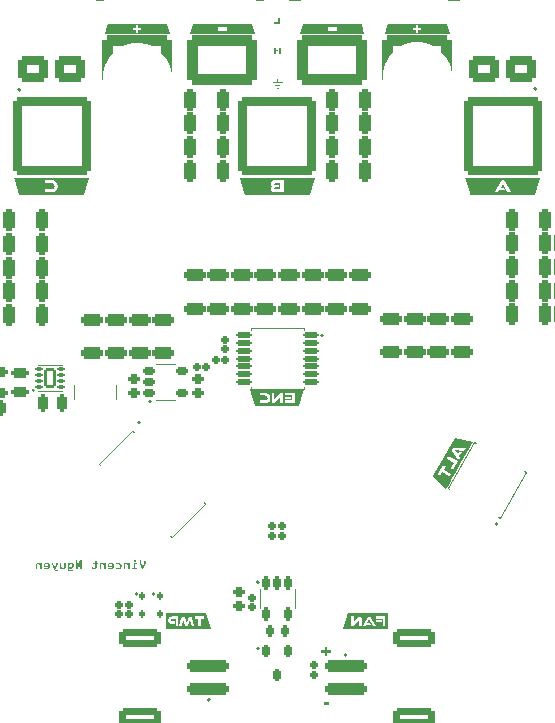
<source format=gbr>
%TF.GenerationSoftware,KiCad,Pcbnew,7.0.6*%
%TF.CreationDate,2024-04-14T17:53:18+02:00*%
%TF.ProjectId,amulet_controller,616d756c-6574-45f6-936f-6e74726f6c6c,1.1*%
%TF.SameCoordinates,Original*%
%TF.FileFunction,Legend,Bot*%
%TF.FilePolarity,Positive*%
%FSLAX46Y46*%
G04 Gerber Fmt 4.6, Leading zero omitted, Abs format (unit mm)*
G04 Created by KiCad (PCBNEW 7.0.6) date 2024-04-14 17:53:18*
%MOMM*%
%LPD*%
G01*
G04 APERTURE LIST*
G04 Aperture macros list*
%AMRoundRect*
0 Rectangle with rounded corners*
0 $1 Rounding radius*
0 $2 $3 $4 $5 $6 $7 $8 $9 X,Y pos of 4 corners*
0 Add a 4 corners polygon primitive as box body*
4,1,4,$2,$3,$4,$5,$6,$7,$8,$9,$2,$3,0*
0 Add four circle primitives for the rounded corners*
1,1,$1+$1,$2,$3*
1,1,$1+$1,$4,$5*
1,1,$1+$1,$6,$7*
1,1,$1+$1,$8,$9*
0 Add four rect primitives between the rounded corners*
20,1,$1+$1,$2,$3,$4,$5,0*
20,1,$1+$1,$4,$5,$6,$7,0*
20,1,$1+$1,$6,$7,$8,$9,0*
20,1,$1+$1,$8,$9,$2,$3,0*%
%AMFreePoly0*
4,1,23,0.785355,1.885355,0.800000,1.850000,0.800000,0.885000,0.785355,0.849645,0.785137,0.849428,0.350000,0.419609,0.350000,-0.419609,0.785137,-0.849428,0.799999,-0.884693,0.800000,-0.885000,0.800000,-1.850000,0.785355,-1.885355,0.750000,-1.900000,0.225000,-1.900000,0.189645,-1.885355,-0.335355,-1.360355,-0.350000,-1.325000,-0.350000,1.325000,-0.335355,1.360355,0.189645,1.885355,
0.225000,1.900000,0.750000,1.900000,0.785355,1.885355,0.785355,1.885355,$1*%
G04 Aperture macros list end*
%ADD10C,0.100000*%
%ADD11C,0.150000*%
%ADD12C,0.160000*%
%ADD13C,0.200000*%
%ADD14C,0.120000*%
%ADD15C,0.179289*%
%ADD16C,1.000000*%
%ADD17C,0.800000*%
%ADD18C,0.900000*%
%ADD19C,5.400000*%
%ADD20C,1.800000*%
%ADD21O,1.800000X1.800000*%
%ADD22RoundRect,0.375000X2.925000X2.925000X-2.925000X2.925000X-2.925000X-2.925000X2.925000X-2.925000X0*%
%ADD23RoundRect,0.375000X-2.925000X-2.925000X2.925000X-2.925000X2.925000X2.925000X-2.925000X2.925000X0*%
%ADD24RoundRect,0.200000X-0.150000X0.350000X-0.150000X-0.350000X0.150000X-0.350000X0.150000X0.350000X0*%
%ADD25RoundRect,0.256521X-0.268479X-0.643479X0.268479X-0.643479X0.268479X0.643479X-0.268479X0.643479X0*%
%ADD26RoundRect,0.180000X0.130000X-0.130000X0.130000X0.130000X-0.130000X0.130000X-0.130000X-0.130000X0*%
%ADD27RoundRect,0.300000X-1.500000X0.250000X-1.500000X-0.250000X1.500000X-0.250000X1.500000X0.250000X0*%
%ADD28RoundRect,0.300000X-1.450000X0.500000X-1.450000X-0.500000X1.450000X-0.500000X1.450000X0.500000X0*%
%ADD29C,0.499980*%
%ADD30RoundRect,0.212500X-0.318198X-0.088388X-0.088388X-0.318198X0.318198X0.088388X0.088388X0.318198X0*%
%ADD31RoundRect,0.256521X0.268479X0.643479X-0.268479X0.643479X-0.268479X-0.643479X0.268479X-0.643479X0*%
%ADD32RoundRect,0.187500X-0.137500X-0.137500X0.137500X-0.137500X0.137500X0.137500X-0.137500X0.137500X0*%
%ADD33RoundRect,0.372500X0.902500X0.752500X-0.902500X0.752500X-0.902500X-0.752500X0.902500X-0.752500X0*%
%ADD34RoundRect,0.237500X-0.462500X0.187500X-0.462500X-0.187500X0.462500X-0.187500X0.462500X0.187500X0*%
%ADD35FreePoly0,270.000000*%
%ADD36FreePoly0,90.000000*%
%ADD37RoundRect,0.256521X-0.643479X0.268479X-0.643479X-0.268479X0.643479X-0.268479X0.643479X0.268479X0*%
%ADD38RoundRect,0.225000X0.175000X0.500000X-0.175000X0.500000X-0.175000X-0.500000X0.175000X-0.500000X0*%
%ADD39RoundRect,0.200000X-0.350000X-0.150000X0.350000X-0.150000X0.350000X0.150000X-0.350000X0.150000X0*%
%ADD40RoundRect,0.212500X-0.088388X0.318198X-0.318198X0.088388X0.088388X-0.318198X0.318198X-0.088388X0*%
%ADD41RoundRect,0.465000X2.510000X1.660000X-2.510000X1.660000X-2.510000X-1.660000X2.510000X-1.660000X0*%
%ADD42RoundRect,0.050000X0.450000X1.000000X-0.450000X1.000000X-0.450000X-1.000000X0.450000X-1.000000X0*%
%ADD43RoundRect,0.187500X0.335876X0.530330X-0.530330X-0.335876X-0.335876X-0.530330X0.530330X0.335876X0*%
%ADD44RoundRect,0.187500X0.187828X0.050328X-0.050328X0.187828X-0.187828X-0.050328X0.050328X-0.187828X0*%
%ADD45RoundRect,0.237500X0.262500X-0.187500X0.262500X0.187500X-0.262500X0.187500X-0.262500X-0.187500X0*%
%ADD46RoundRect,0.180000X-0.130000X-0.130000X0.130000X-0.130000X0.130000X0.130000X-0.130000X0.130000X0*%
%ADD47RoundRect,0.150000X0.517500X0.100000X-0.517500X0.100000X-0.517500X-0.100000X0.517500X-0.100000X0*%
%ADD48RoundRect,0.140000X0.360000X0.910000X-0.360000X0.910000X-0.360000X-0.910000X0.360000X-0.910000X0*%
%ADD49C,2.000000*%
%ADD50RoundRect,0.150000X-0.100000X0.200000X-0.100000X-0.200000X0.100000X-0.200000X0.100000X0.200000X0*%
%ADD51RoundRect,0.180000X-0.183848X0.000000X0.000000X-0.183848X0.183848X0.000000X0.000000X0.183848X0*%
%ADD52RoundRect,0.187500X-0.194454X0.000000X0.000000X-0.194454X0.194454X0.000000X0.000000X0.194454X0*%
%ADD53RoundRect,0.212500X0.162500X0.287500X-0.162500X0.287500X-0.162500X-0.287500X0.162500X-0.287500X0*%
%ADD54RoundRect,0.187500X0.137500X0.137500X-0.137500X0.137500X-0.137500X-0.137500X0.137500X-0.137500X0*%
%ADD55RoundRect,0.237500X0.462500X-0.187500X0.462500X0.187500X-0.462500X0.187500X-0.462500X-0.187500X0*%
%ADD56RoundRect,0.225000X-0.500000X0.175000X-0.500000X-0.175000X0.500000X-0.175000X0.500000X0.175000X0*%
%ADD57RoundRect,0.187500X0.137500X-0.137500X0.137500X0.137500X-0.137500X0.137500X-0.137500X-0.137500X0*%
%ADD58RoundRect,0.150000X-0.172147X-0.498168X0.345353X0.398168X0.172147X0.498168X-0.345353X-0.398168X0*%
%ADD59RoundRect,0.112500X-0.187500X-0.062500X0.187500X-0.062500X0.187500X0.062500X-0.187500X0.062500X0*%
%ADD60RoundRect,0.140000X-0.360000X-0.710000X0.360000X-0.710000X0.360000X0.710000X-0.360000X0.710000X0*%
%ADD61RoundRect,0.372500X-0.902500X-0.752500X0.902500X-0.752500X0.902500X0.752500X-0.902500X0.752500X0*%
%ADD62RoundRect,0.225000X-0.401554X-0.345513X-0.098446X-0.520513X0.401554X0.345513X0.098446X0.520513X0*%
%ADD63RoundRect,0.237500X-0.318198X-0.053033X-0.053033X-0.318198X0.318198X0.053033X0.053033X0.318198X0*%
%ADD64RoundRect,0.237500X-0.053033X0.318198X-0.318198X0.053033X0.053033X-0.318198X0.318198X-0.053033X0*%
%ADD65RoundRect,0.200000X-0.150000X0.375000X-0.150000X-0.375000X0.150000X-0.375000X0.150000X0.375000X0*%
%ADD66RoundRect,0.300000X1.500000X-0.250000X1.500000X0.250000X-1.500000X0.250000X-1.500000X-0.250000X0*%
%ADD67RoundRect,0.300000X1.450000X-0.500000X1.450000X0.500000X-1.450000X0.500000X-1.450000X-0.500000X0*%
%ADD68RoundRect,0.237500X0.187500X0.462500X-0.187500X0.462500X-0.187500X-0.462500X0.187500X-0.462500X0*%
%ADD69RoundRect,0.180000X-0.130000X0.130000X-0.130000X-0.130000X0.130000X-0.130000X0.130000X0.130000X0*%
%ADD70RoundRect,0.180000X0.177583X0.047583X-0.047583X0.177583X-0.177583X-0.047583X0.047583X-0.177583X0*%
G04 APERTURE END LIST*
D10*
X148875400Y-66570099D02*
X148500408Y-66570097D01*
X148462904Y-67095094D02*
X148537905Y-67095094D01*
X148500408Y-66570097D02*
X148125399Y-66570099D01*
X148687903Y-66832601D02*
X148312904Y-66832597D01*
X148500408Y-66570097D02*
X148500400Y-66345102D01*
D11*
G36*
X148245409Y-61674100D02*
G01*
X148245409Y-61532976D01*
X148578068Y-61532976D01*
X148578068Y-61130122D01*
X148725933Y-61130122D01*
X148725933Y-61674100D01*
X148245409Y-61674100D01*
G37*
D12*
G36*
X136871885Y-107147438D02*
G01*
X136871885Y-107317236D01*
X137060245Y-107791067D01*
X137063383Y-107798400D01*
X137068095Y-107807055D01*
X137073412Y-107814428D01*
X137079333Y-107820519D01*
X137085859Y-107825327D01*
X137092990Y-107828854D01*
X137100724Y-107831098D01*
X137109064Y-107832059D01*
X137111243Y-107832100D01*
X137120091Y-107831449D01*
X137128267Y-107829498D01*
X137135771Y-107826247D01*
X137142604Y-107821695D01*
X137148765Y-107815842D01*
X137154254Y-107808689D01*
X137159072Y-107800235D01*
X137162244Y-107793041D01*
X137163218Y-107790481D01*
X137350406Y-107317236D01*
X137350406Y-107147438D01*
X137349870Y-107139392D01*
X137347890Y-107130595D01*
X137344452Y-107122434D01*
X137339556Y-107114908D01*
X137335165Y-107109922D01*
X137329157Y-107104610D01*
X137321591Y-107099801D01*
X137313427Y-107096489D01*
X137304665Y-107094672D01*
X137298040Y-107094291D01*
X137290133Y-107094840D01*
X137281482Y-107096871D01*
X137273448Y-107100397D01*
X137266031Y-107105419D01*
X137261110Y-107109922D01*
X137255865Y-107115944D01*
X137251116Y-107123561D01*
X137247845Y-107131813D01*
X137246051Y-107140700D01*
X137245674Y-107147438D01*
X137245674Y-107295742D01*
X137111243Y-107634556D01*
X136976812Y-107296915D01*
X136976812Y-107147438D01*
X136976276Y-107139392D01*
X136974296Y-107130595D01*
X136970858Y-107122434D01*
X136965962Y-107114908D01*
X136961571Y-107109922D01*
X136955563Y-107104610D01*
X136947997Y-107099801D01*
X136939833Y-107096489D01*
X136931071Y-107094672D01*
X136924446Y-107094291D01*
X136916473Y-107094840D01*
X136907762Y-107096871D01*
X136899686Y-107100397D01*
X136892246Y-107105419D01*
X136887321Y-107109922D01*
X136882075Y-107115944D01*
X136877327Y-107123561D01*
X136874056Y-107131813D01*
X136872262Y-107140700D01*
X136871885Y-107147438D01*
G37*
G36*
X136484614Y-107044270D02*
G01*
X136436156Y-107044270D01*
X136428183Y-107044826D01*
X136419471Y-107046882D01*
X136411396Y-107050452D01*
X136403956Y-107055537D01*
X136399031Y-107060097D01*
X136393851Y-107066258D01*
X136389163Y-107074020D01*
X136385933Y-107082399D01*
X136384326Y-107090072D01*
X136383790Y-107098199D01*
X136383790Y-107139231D01*
X136384326Y-107147445D01*
X136385933Y-107155232D01*
X136388612Y-107162594D01*
X136392363Y-107169530D01*
X136397185Y-107176040D01*
X136399031Y-107178115D01*
X136404980Y-107183626D01*
X136412510Y-107188615D01*
X136420677Y-107192052D01*
X136429479Y-107193937D01*
X136436156Y-107194333D01*
X136485786Y-107194333D01*
X136493958Y-107193749D01*
X136501622Y-107191997D01*
X136509921Y-107188477D01*
X136516483Y-107184196D01*
X136522537Y-107178746D01*
X136523497Y-107177724D01*
X136528596Y-107171285D01*
X136532610Y-107164572D01*
X136535922Y-107156392D01*
X136537756Y-107147838D01*
X136538152Y-107140208D01*
X136536979Y-107098199D01*
X136536443Y-107090072D01*
X136534836Y-107082399D01*
X136531606Y-107074020D01*
X136526918Y-107066258D01*
X136521739Y-107060097D01*
X136515790Y-107054718D01*
X136508259Y-107049849D01*
X136500093Y-107046495D01*
X136491290Y-107044656D01*
X136484614Y-107044270D01*
G37*
G36*
X136296644Y-107832100D02*
G01*
X136578012Y-107832100D01*
X136585926Y-107831591D01*
X136594602Y-107829713D01*
X136602681Y-107826451D01*
X136610161Y-107821806D01*
X136615137Y-107817640D01*
X136621076Y-107810930D01*
X136625555Y-107803621D01*
X136628577Y-107795713D01*
X136630140Y-107787208D01*
X136630378Y-107782079D01*
X136629648Y-107773383D01*
X136627461Y-107765249D01*
X136623814Y-107757675D01*
X136618709Y-107750663D01*
X136615137Y-107746908D01*
X136609129Y-107741861D01*
X136601563Y-107737293D01*
X136593399Y-107734146D01*
X136584637Y-107732420D01*
X136578012Y-107732058D01*
X136489694Y-107732058D01*
X136489694Y-107394416D01*
X136577035Y-107394416D01*
X136584949Y-107393901D01*
X136593625Y-107391998D01*
X136601704Y-107388692D01*
X136609184Y-107383984D01*
X136614160Y-107379762D01*
X136620099Y-107373089D01*
X136624579Y-107365892D01*
X136627600Y-107358171D01*
X136629163Y-107349927D01*
X136629401Y-107344982D01*
X136628671Y-107336125D01*
X136626484Y-107327847D01*
X136622837Y-107320150D01*
X136617732Y-107313032D01*
X136614160Y-107309224D01*
X136608152Y-107304178D01*
X136600586Y-107299610D01*
X136592422Y-107296463D01*
X136583660Y-107294737D01*
X136577035Y-107294374D01*
X136436156Y-107294374D01*
X136428183Y-107294931D01*
X136419471Y-107296987D01*
X136411396Y-107300557D01*
X136403956Y-107305642D01*
X136399031Y-107310201D01*
X136393851Y-107316349D01*
X136389163Y-107324060D01*
X136385933Y-107332351D01*
X136384162Y-107341222D01*
X136383790Y-107347912D01*
X136383790Y-107732058D01*
X136297817Y-107732058D01*
X136289889Y-107732573D01*
X136281162Y-107734476D01*
X136272996Y-107737782D01*
X136265390Y-107742490D01*
X136260301Y-107746712D01*
X136254856Y-107752361D01*
X136249927Y-107759524D01*
X136246532Y-107767305D01*
X136244670Y-107775702D01*
X136244279Y-107782079D01*
X136245027Y-107790926D01*
X136247271Y-107799176D01*
X136251011Y-107806826D01*
X136256247Y-107813879D01*
X136259910Y-107817640D01*
X136267011Y-107823274D01*
X136274635Y-107827525D01*
X136282783Y-107830391D01*
X136291454Y-107831874D01*
X136296644Y-107832100D01*
G37*
G36*
X135772206Y-107406140D02*
G01*
X135894523Y-107467103D01*
X135894523Y-107776803D01*
X135895072Y-107785016D01*
X135896721Y-107792804D01*
X135899469Y-107800166D01*
X135903316Y-107807101D01*
X135908262Y-107813611D01*
X135910154Y-107815686D01*
X135916156Y-107821264D01*
X135923696Y-107826313D01*
X135931816Y-107829791D01*
X135940515Y-107831699D01*
X135947084Y-107832100D01*
X135956055Y-107831361D01*
X135964502Y-107829145D01*
X135972425Y-107825452D01*
X135979825Y-107820281D01*
X135983818Y-107816663D01*
X135989130Y-107810682D01*
X135993939Y-107803219D01*
X135997251Y-107795231D01*
X135999068Y-107786720D01*
X135999450Y-107780320D01*
X135999450Y-107347326D01*
X135998914Y-107339472D01*
X135996934Y-107330830D01*
X135993496Y-107322749D01*
X135988600Y-107315229D01*
X135984209Y-107310201D01*
X135978260Y-107304823D01*
X135970729Y-107299954D01*
X135962563Y-107296600D01*
X135953761Y-107294761D01*
X135947084Y-107294374D01*
X135938037Y-107295113D01*
X135929533Y-107297329D01*
X135921571Y-107301022D01*
X135914151Y-107306193D01*
X135910154Y-107309811D01*
X135904842Y-107315732D01*
X135900034Y-107323161D01*
X135896721Y-107331151D01*
X135894905Y-107339702D01*
X135894523Y-107346154D01*
X135894523Y-107364716D01*
X135819882Y-107321339D01*
X135811578Y-107316520D01*
X135803078Y-107312175D01*
X135794382Y-107308304D01*
X135785490Y-107304907D01*
X135776402Y-107301985D01*
X135767119Y-107299536D01*
X135757640Y-107297561D01*
X135747965Y-107296060D01*
X135738094Y-107295033D01*
X135728028Y-107294480D01*
X135721208Y-107294374D01*
X135678221Y-107294374D01*
X135667588Y-107294730D01*
X135657229Y-107295796D01*
X135647145Y-107297574D01*
X135637335Y-107300062D01*
X135627801Y-107303262D01*
X135618541Y-107307172D01*
X135609556Y-107311793D01*
X135600845Y-107317126D01*
X135592410Y-107323169D01*
X135584249Y-107329923D01*
X135578961Y-107334821D01*
X135571433Y-107342533D01*
X135564602Y-107350575D01*
X135558468Y-107358946D01*
X135553032Y-107367647D01*
X135548292Y-107376678D01*
X135544250Y-107386039D01*
X135540906Y-107395729D01*
X135538258Y-107405749D01*
X135536308Y-107416099D01*
X135535055Y-107426778D01*
X135534607Y-107434081D01*
X135521906Y-107780125D01*
X135522502Y-107789086D01*
X135524631Y-107797505D01*
X135528293Y-107805381D01*
X135533489Y-107812716D01*
X135537147Y-107816663D01*
X135543162Y-107821909D01*
X135550753Y-107826658D01*
X135558961Y-107829929D01*
X135567786Y-107831723D01*
X135574467Y-107832100D01*
X135583142Y-107831436D01*
X135591388Y-107829444D01*
X135599203Y-107826125D01*
X135606588Y-107821478D01*
X135610615Y-107818227D01*
X135616734Y-107811595D01*
X135621413Y-107804009D01*
X135624652Y-107795470D01*
X135626282Y-107787392D01*
X135626833Y-107780125D01*
X135640510Y-107436621D01*
X135641503Y-107426730D01*
X135643795Y-107418157D01*
X135647389Y-107410903D01*
X135653710Y-107403690D01*
X135662062Y-107398538D01*
X135670208Y-107395900D01*
X135679654Y-107394581D01*
X135684865Y-107394416D01*
X135729806Y-107394416D01*
X135738446Y-107394977D01*
X135747442Y-107396660D01*
X135755436Y-107398996D01*
X135763690Y-107402156D01*
X135772206Y-107406140D01*
G37*
G36*
X134897231Y-107832100D02*
G01*
X135094579Y-107832100D01*
X135104659Y-107831813D01*
X135114459Y-107830952D01*
X135123976Y-107829518D01*
X135133212Y-107827511D01*
X135142166Y-107824930D01*
X135150839Y-107821775D01*
X135159229Y-107818047D01*
X135167339Y-107813745D01*
X135175166Y-107808869D01*
X135182712Y-107803420D01*
X135187586Y-107799469D01*
X135277272Y-107722288D01*
X135285304Y-107715095D01*
X135292545Y-107707439D01*
X135298997Y-107699319D01*
X135304658Y-107690735D01*
X135309530Y-107681687D01*
X135313611Y-107672176D01*
X135316903Y-107662201D01*
X135319404Y-107651763D01*
X135321116Y-107640861D01*
X135322038Y-107629495D01*
X135322213Y-107621660D01*
X135322213Y-107502665D01*
X135322167Y-107491340D01*
X135321148Y-107480300D01*
X135319158Y-107469546D01*
X135316196Y-107459077D01*
X135312261Y-107448892D01*
X135307355Y-107438993D01*
X135301476Y-107429379D01*
X135294626Y-107420050D01*
X135289519Y-107413989D01*
X135283980Y-107408054D01*
X135278009Y-107402247D01*
X135271606Y-107396566D01*
X135190713Y-107327396D01*
X135183006Y-107321495D01*
X135175199Y-107316174D01*
X135167293Y-107311433D01*
X135159288Y-107307274D01*
X135151183Y-107303694D01*
X135142978Y-107300695D01*
X135134673Y-107298276D01*
X135126269Y-107296438D01*
X135117766Y-107295181D01*
X135109162Y-107294503D01*
X135103371Y-107294374D01*
X134896058Y-107294374D01*
X134888152Y-107294890D01*
X134879500Y-107296793D01*
X134871466Y-107300099D01*
X134864049Y-107304807D01*
X134859129Y-107309029D01*
X134853114Y-107315663D01*
X134848577Y-107322915D01*
X134845516Y-107330784D01*
X134843934Y-107339269D01*
X134843692Y-107344395D01*
X134844235Y-107352201D01*
X134846240Y-107360666D01*
X134849722Y-107368438D01*
X134854682Y-107375519D01*
X134859129Y-107380153D01*
X134866105Y-107385710D01*
X134873698Y-107389903D01*
X134881909Y-107392731D01*
X134890737Y-107394193D01*
X134896058Y-107394416D01*
X135094579Y-107394416D01*
X135102627Y-107395259D01*
X135110552Y-107397787D01*
X135118356Y-107402000D01*
X135125084Y-107407069D01*
X135126037Y-107407899D01*
X135200287Y-107471988D01*
X135206530Y-107478430D01*
X135211240Y-107485788D01*
X135214416Y-107494063D01*
X135215918Y-107501885D01*
X135216309Y-107508917D01*
X135216309Y-107623028D01*
X135215351Y-107631449D01*
X135212476Y-107639129D01*
X135207685Y-107646067D01*
X135204195Y-107649601D01*
X135122911Y-107719748D01*
X135116488Y-107724544D01*
X135109185Y-107728163D01*
X135101004Y-107730603D01*
X135091944Y-107731865D01*
X135086372Y-107732058D01*
X134897231Y-107732058D01*
X134888260Y-107732759D01*
X134879813Y-107734863D01*
X134871890Y-107738369D01*
X134864490Y-107743278D01*
X134860496Y-107746712D01*
X134854406Y-107753347D01*
X134849811Y-107760598D01*
X134846712Y-107768467D01*
X134845109Y-107776953D01*
X134844865Y-107782079D01*
X134845603Y-107790926D01*
X134847819Y-107799176D01*
X134851513Y-107806826D01*
X134856683Y-107813879D01*
X134860301Y-107817640D01*
X134867277Y-107823274D01*
X134874871Y-107827525D01*
X134883081Y-107830391D01*
X134891909Y-107831874D01*
X134897231Y-107832100D01*
G37*
G36*
X134476098Y-107294499D02*
G01*
X134484971Y-107295152D01*
X134493692Y-107296365D01*
X134502263Y-107298138D01*
X134510683Y-107300471D01*
X134518951Y-107303363D01*
X134527068Y-107306816D01*
X134535034Y-107310828D01*
X134542849Y-107315400D01*
X134550513Y-107320532D01*
X134558026Y-107326224D01*
X134596519Y-107356119D01*
X134597927Y-107357256D01*
X134604737Y-107363348D01*
X134611155Y-107370117D01*
X134617182Y-107377564D01*
X134621722Y-107384009D01*
X134626011Y-107390887D01*
X134630050Y-107398199D01*
X134633839Y-107405945D01*
X134637228Y-107413663D01*
X134640829Y-107422761D01*
X134643723Y-107431248D01*
X134645912Y-107439125D01*
X134647606Y-107447771D01*
X134648298Y-107456747D01*
X134648298Y-107666405D01*
X134648285Y-107667924D01*
X134647653Y-107677211D01*
X134646402Y-107685181D01*
X134644493Y-107693362D01*
X134641926Y-107701752D01*
X134638700Y-107710352D01*
X134634816Y-107719162D01*
X134633103Y-107722656D01*
X134628581Y-107730977D01*
X134623715Y-107738707D01*
X134618506Y-107745846D01*
X134612953Y-107752392D01*
X134607057Y-107758348D01*
X134600817Y-107763712D01*
X134559785Y-107799469D01*
X134557166Y-107801657D01*
X134550068Y-107806681D01*
X134542883Y-107810899D01*
X134534681Y-107815035D01*
X134527069Y-107818418D01*
X134518752Y-107821744D01*
X134515293Y-107822998D01*
X134506725Y-107825779D01*
X134498272Y-107828054D01*
X134489933Y-107829824D01*
X134481709Y-107831088D01*
X134473600Y-107831847D01*
X134465605Y-107832100D01*
X134222143Y-107832100D01*
X134215790Y-107831742D01*
X134207296Y-107830039D01*
X134199270Y-107826933D01*
X134191711Y-107822425D01*
X134185605Y-107817445D01*
X134181895Y-107813644D01*
X134176594Y-107806566D01*
X134172807Y-107798946D01*
X134170535Y-107790783D01*
X134169778Y-107782079D01*
X134170022Y-107776953D01*
X134171625Y-107768467D01*
X134174724Y-107760598D01*
X134179318Y-107753347D01*
X134185409Y-107746712D01*
X134189403Y-107743278D01*
X134196802Y-107738369D01*
X134204726Y-107734863D01*
X134213173Y-107732759D01*
X134222143Y-107732058D01*
X134459547Y-107732058D01*
X134466291Y-107731481D01*
X134474349Y-107729349D01*
X134482613Y-107725646D01*
X134489860Y-107721222D01*
X134497258Y-107715645D01*
X134524223Y-107691806D01*
X134526423Y-107689827D01*
X134532173Y-107683588D01*
X134536645Y-107676895D01*
X134539839Y-107669748D01*
X134541756Y-107662148D01*
X134542394Y-107654095D01*
X134542394Y-107632016D01*
X134222143Y-107632016D01*
X134215682Y-107631644D01*
X134207086Y-107629873D01*
X134199013Y-107626643D01*
X134191463Y-107621954D01*
X134185409Y-107616775D01*
X134181746Y-107612830D01*
X134176510Y-107605516D01*
X134172770Y-107597678D01*
X134170526Y-107589317D01*
X134169778Y-107580432D01*
X134169778Y-107531974D01*
X134273532Y-107531974D01*
X134541418Y-107531974D01*
X134541418Y-107463977D01*
X134541278Y-107460375D01*
X134539872Y-107452451D01*
X134536410Y-107444220D01*
X134531758Y-107437740D01*
X134525591Y-107431932D01*
X134498431Y-107408289D01*
X134494425Y-107405038D01*
X134487180Y-107400391D01*
X134479636Y-107397072D01*
X134471793Y-107395080D01*
X134463651Y-107394416D01*
X134347586Y-107394416D01*
X134343010Y-107394812D01*
X134335191Y-107397093D01*
X134327849Y-107400751D01*
X134321183Y-107405123D01*
X134314174Y-107410634D01*
X134287405Y-107435058D01*
X134282690Y-107440087D01*
X134278423Y-107446995D01*
X134275483Y-107455025D01*
X134274020Y-107462801D01*
X134273532Y-107471402D01*
X134273532Y-107531974D01*
X134169778Y-107531974D01*
X134169778Y-107471011D01*
X134169816Y-107466793D01*
X134170123Y-107458553D01*
X134170736Y-107450573D01*
X134172232Y-107439088D01*
X134174418Y-107428188D01*
X134177295Y-107417871D01*
X134180862Y-107408139D01*
X134185119Y-107398990D01*
X134190067Y-107390425D01*
X134195705Y-107382444D01*
X134202033Y-107375047D01*
X134209052Y-107368233D01*
X134243637Y-107335993D01*
X134249350Y-107330954D01*
X134258002Y-107324004D01*
X134266754Y-107317785D01*
X134275606Y-107312298D01*
X134284557Y-107307543D01*
X134293608Y-107303519D01*
X134302759Y-107300227D01*
X134312009Y-107297667D01*
X134321359Y-107295838D01*
X134330808Y-107294740D01*
X134340357Y-107294374D01*
X134470099Y-107294374D01*
X134476098Y-107294499D01*
G37*
G36*
X133744013Y-107406140D02*
G01*
X133866330Y-107467103D01*
X133866330Y-107776803D01*
X133866880Y-107785016D01*
X133868528Y-107792804D01*
X133871276Y-107800166D01*
X133875123Y-107807101D01*
X133880069Y-107813611D01*
X133881962Y-107815686D01*
X133887963Y-107821264D01*
X133895503Y-107826313D01*
X133903623Y-107829791D01*
X133912323Y-107831699D01*
X133918891Y-107832100D01*
X133927862Y-107831361D01*
X133936309Y-107829145D01*
X133944232Y-107825452D01*
X133951632Y-107820281D01*
X133955625Y-107816663D01*
X133960938Y-107810682D01*
X133965746Y-107803219D01*
X133969059Y-107795231D01*
X133970875Y-107786720D01*
X133971257Y-107780320D01*
X133971257Y-107347326D01*
X133970721Y-107339472D01*
X133968742Y-107330830D01*
X133965304Y-107322749D01*
X133960407Y-107315229D01*
X133956016Y-107310201D01*
X133950067Y-107304823D01*
X133942537Y-107299954D01*
X133934370Y-107296600D01*
X133925568Y-107294761D01*
X133918891Y-107294374D01*
X133909845Y-107295113D01*
X133901340Y-107297329D01*
X133893378Y-107301022D01*
X133885958Y-107306193D01*
X133881962Y-107309811D01*
X133876650Y-107315732D01*
X133871841Y-107323161D01*
X133868528Y-107331151D01*
X133866712Y-107339702D01*
X133866330Y-107346154D01*
X133866330Y-107364716D01*
X133791690Y-107321339D01*
X133783385Y-107316520D01*
X133774885Y-107312175D01*
X133766189Y-107308304D01*
X133757297Y-107304907D01*
X133748210Y-107301985D01*
X133738926Y-107299536D01*
X133729447Y-107297561D01*
X133719772Y-107296060D01*
X133709902Y-107295033D01*
X133699835Y-107294480D01*
X133693016Y-107294374D01*
X133650029Y-107294374D01*
X133639395Y-107294730D01*
X133629036Y-107295796D01*
X133618952Y-107297574D01*
X133609143Y-107300062D01*
X133599608Y-107303262D01*
X133590348Y-107307172D01*
X133581363Y-107311793D01*
X133572653Y-107317126D01*
X133564217Y-107323169D01*
X133556056Y-107329923D01*
X133550769Y-107334821D01*
X133543240Y-107342533D01*
X133536409Y-107350575D01*
X133530276Y-107358946D01*
X133524839Y-107367647D01*
X133520100Y-107376678D01*
X133516058Y-107386039D01*
X133512713Y-107395729D01*
X133510065Y-107405749D01*
X133508115Y-107416099D01*
X133506862Y-107426778D01*
X133506414Y-107434081D01*
X133493713Y-107780125D01*
X133494309Y-107789086D01*
X133496438Y-107797505D01*
X133500101Y-107805381D01*
X133505297Y-107812716D01*
X133508954Y-107816663D01*
X133514969Y-107821909D01*
X133522560Y-107826658D01*
X133530768Y-107829929D01*
X133539593Y-107831723D01*
X133546274Y-107832100D01*
X133554950Y-107831436D01*
X133563195Y-107829444D01*
X133571010Y-107826125D01*
X133578395Y-107821478D01*
X133582422Y-107818227D01*
X133588541Y-107811595D01*
X133593220Y-107804009D01*
X133596459Y-107795470D01*
X133598090Y-107787392D01*
X133598640Y-107780125D01*
X133612318Y-107436621D01*
X133613310Y-107426730D01*
X133615603Y-107418157D01*
X133619196Y-107410903D01*
X133625517Y-107403690D01*
X133633870Y-107398538D01*
X133642015Y-107395900D01*
X133651461Y-107394581D01*
X133656672Y-107394416D01*
X133701613Y-107394416D01*
X133710254Y-107394977D01*
X133719250Y-107396660D01*
X133727243Y-107398996D01*
X133735498Y-107402156D01*
X133744013Y-107406140D01*
G37*
G36*
X132964586Y-107832100D02*
G01*
X133057007Y-107832100D01*
X133068037Y-107831727D01*
X133078778Y-107830609D01*
X133089231Y-107828746D01*
X133099396Y-107826137D01*
X133109271Y-107822783D01*
X133118859Y-107818684D01*
X133128157Y-107813839D01*
X133137168Y-107808249D01*
X133145889Y-107801914D01*
X133154323Y-107794833D01*
X133159785Y-107789699D01*
X133167467Y-107781563D01*
X133174393Y-107773128D01*
X133180564Y-107764394D01*
X133185980Y-107755361D01*
X133190639Y-107746030D01*
X133194543Y-107736400D01*
X133197692Y-107726471D01*
X133200085Y-107716243D01*
X133201722Y-107705716D01*
X133202603Y-107694891D01*
X133202771Y-107687508D01*
X133202771Y-107394416D01*
X133243804Y-107394416D01*
X133251718Y-107393915D01*
X133260394Y-107392062D01*
X133268473Y-107388845D01*
X133275953Y-107384262D01*
X133280929Y-107380153D01*
X133286868Y-107373566D01*
X133291348Y-107366288D01*
X133294369Y-107358318D01*
X133295932Y-107349656D01*
X133296170Y-107344395D01*
X133295441Y-107335557D01*
X133293253Y-107327336D01*
X133289606Y-107319732D01*
X133284501Y-107312745D01*
X133280929Y-107309029D01*
X133273877Y-107303319D01*
X133266226Y-107299011D01*
X133257976Y-107296106D01*
X133249129Y-107294603D01*
X133243804Y-107294374D01*
X133201794Y-107294374D01*
X133201794Y-107185149D01*
X133201259Y-107177096D01*
X133199279Y-107168274D01*
X133195841Y-107160068D01*
X133190944Y-107152480D01*
X133186554Y-107147438D01*
X133180545Y-107142126D01*
X133172980Y-107137317D01*
X133164816Y-107134005D01*
X133156054Y-107132188D01*
X133149429Y-107131806D01*
X133140601Y-107132564D01*
X133132241Y-107134836D01*
X133124348Y-107138623D01*
X133116923Y-107143924D01*
X133112890Y-107147633D01*
X133107445Y-107153775D01*
X133103126Y-107160328D01*
X133099512Y-107168494D01*
X133097431Y-107177222D01*
X133096868Y-107185149D01*
X133096868Y-107294374D01*
X132917300Y-107294374D01*
X132908330Y-107295085D01*
X132899883Y-107297217D01*
X132891959Y-107300770D01*
X132884560Y-107305744D01*
X132880566Y-107309224D01*
X132874475Y-107315916D01*
X132869881Y-107323169D01*
X132866782Y-107330983D01*
X132865179Y-107339358D01*
X132864935Y-107344395D01*
X132865683Y-107353243D01*
X132867927Y-107361492D01*
X132871667Y-107369143D01*
X132876903Y-107376196D01*
X132880566Y-107379957D01*
X132887667Y-107385591D01*
X132895291Y-107389841D01*
X132903439Y-107392708D01*
X132912110Y-107394190D01*
X132917300Y-107394416D01*
X133098040Y-107394416D01*
X133098040Y-107691611D01*
X133097283Y-107699549D01*
X133094621Y-107707837D01*
X133090646Y-107714633D01*
X133085926Y-107720139D01*
X133079502Y-107725353D01*
X133072541Y-107729078D01*
X133065043Y-107731313D01*
X133057007Y-107732058D01*
X132966735Y-107732058D01*
X132957151Y-107731142D01*
X132948550Y-107728394D01*
X132940932Y-107723814D01*
X132934297Y-107717403D01*
X132929696Y-107710955D01*
X132925724Y-107703335D01*
X132922381Y-107694542D01*
X132918931Y-107685749D01*
X132914638Y-107678129D01*
X132909503Y-107671681D01*
X132903525Y-107666405D01*
X132896705Y-107662302D01*
X132889041Y-107659371D01*
X132880536Y-107657612D01*
X132871187Y-107657026D01*
X132862903Y-107657541D01*
X132855195Y-107659087D01*
X132846933Y-107662193D01*
X132839456Y-107666701D01*
X132833672Y-107671681D01*
X132827885Y-107678362D01*
X132823520Y-107685754D01*
X132820576Y-107693856D01*
X132819054Y-107702669D01*
X132818822Y-107708024D01*
X132819184Y-107715892D01*
X132820271Y-107723743D01*
X132822083Y-107731577D01*
X132824619Y-107739394D01*
X132827881Y-107747194D01*
X132831866Y-107754976D01*
X132836577Y-107762741D01*
X132842012Y-107770489D01*
X132848173Y-107778220D01*
X132855057Y-107785934D01*
X132860050Y-107791067D01*
X132867941Y-107798400D01*
X132876227Y-107805011D01*
X132884908Y-107810902D01*
X132893984Y-107816071D01*
X132903455Y-107820519D01*
X132913321Y-107824246D01*
X132923582Y-107827251D01*
X132934239Y-107829535D01*
X132945290Y-107831098D01*
X132956736Y-107831939D01*
X132964586Y-107832100D01*
G37*
G36*
X131465521Y-107147438D02*
G01*
X131465521Y-107832100D01*
X131600147Y-107832100D01*
X131838138Y-107292811D01*
X131838138Y-107780125D01*
X131838680Y-107787965D01*
X131840685Y-107796556D01*
X131844167Y-107804549D01*
X131849127Y-107811943D01*
X131853574Y-107816859D01*
X131859523Y-107822038D01*
X131867053Y-107826727D01*
X131875220Y-107829956D01*
X131884022Y-107831727D01*
X131890699Y-107832100D01*
X131898612Y-107831564D01*
X131907289Y-107829584D01*
X131915367Y-107826146D01*
X131922847Y-107821249D01*
X131927824Y-107816859D01*
X131933003Y-107810917D01*
X131937691Y-107803411D01*
X131940921Y-107795289D01*
X131942692Y-107786550D01*
X131943064Y-107779929D01*
X131943064Y-107094291D01*
X131810196Y-107094291D01*
X131571620Y-107633774D01*
X131571620Y-107147438D01*
X131571063Y-107139577D01*
X131569008Y-107130910D01*
X131565438Y-107122785D01*
X131560352Y-107115202D01*
X131555793Y-107110118D01*
X131549585Y-107104739D01*
X131542979Y-107100473D01*
X131534769Y-107096903D01*
X131526016Y-107094847D01*
X131518082Y-107094291D01*
X131510109Y-107094840D01*
X131501397Y-107096871D01*
X131493322Y-107100397D01*
X131485882Y-107105419D01*
X131480957Y-107109922D01*
X131475711Y-107115944D01*
X131470963Y-107123561D01*
X131467692Y-107131813D01*
X131465898Y-107140700D01*
X131465521Y-107147438D01*
G37*
G36*
X131093554Y-107294517D02*
G01*
X131103984Y-107295267D01*
X131114153Y-107296658D01*
X131124061Y-107298692D01*
X131133708Y-107301368D01*
X131143094Y-107304687D01*
X131152218Y-107308647D01*
X131161082Y-107313250D01*
X131169685Y-107318496D01*
X131178026Y-107324383D01*
X131186107Y-107330913D01*
X131224013Y-107363349D01*
X131226241Y-107365265D01*
X131232696Y-107371738D01*
X131237813Y-107377962D01*
X131242691Y-107384939D01*
X131247331Y-107392670D01*
X131251732Y-107401154D01*
X131255081Y-107408485D01*
X131258104Y-107416111D01*
X131260723Y-107423848D01*
X131262940Y-107431694D01*
X131264753Y-107439650D01*
X131266164Y-107447716D01*
X131267171Y-107455892D01*
X131267776Y-107464178D01*
X131267977Y-107472574D01*
X131267977Y-107624591D01*
X131267927Y-107628063D01*
X131267360Y-107636776D01*
X131266164Y-107645538D01*
X131264338Y-107654347D01*
X131261882Y-107663203D01*
X131258796Y-107672108D01*
X131255081Y-107681060D01*
X131250871Y-107689645D01*
X131246422Y-107697573D01*
X131241735Y-107704842D01*
X131236809Y-107711453D01*
X131230583Y-107718517D01*
X131224013Y-107724633D01*
X131189429Y-107755310D01*
X131183668Y-107760065D01*
X131174859Y-107766624D01*
X131165847Y-107772492D01*
X131156632Y-107777670D01*
X131147215Y-107782157D01*
X131137595Y-107785954D01*
X131127773Y-107789061D01*
X131117747Y-107791477D01*
X131107520Y-107793203D01*
X131097089Y-107794239D01*
X131086456Y-107794584D01*
X131015723Y-107794584D01*
X131007743Y-107794372D01*
X130999826Y-107793738D01*
X130991971Y-107792681D01*
X130984179Y-107791201D01*
X130976450Y-107789298D01*
X130968783Y-107786973D01*
X130961178Y-107784224D01*
X130953637Y-107781053D01*
X130946157Y-107777459D01*
X130938741Y-107773442D01*
X130931387Y-107769002D01*
X130924095Y-107764139D01*
X130916867Y-107758853D01*
X130909700Y-107753145D01*
X130902597Y-107747014D01*
X130895556Y-107740460D01*
X130895556Y-107866098D01*
X130896037Y-107872100D01*
X130898561Y-107880252D01*
X130903249Y-107887384D01*
X130909233Y-107892867D01*
X130940692Y-107920027D01*
X130947836Y-107925327D01*
X130955200Y-107929113D01*
X130962784Y-107931384D01*
X130970587Y-107932141D01*
X131170671Y-107932141D01*
X131175995Y-107932364D01*
X131184843Y-107933827D01*
X131193092Y-107936655D01*
X131200743Y-107940847D01*
X131207796Y-107946405D01*
X131211368Y-107950124D01*
X131216473Y-107957131D01*
X131220119Y-107964774D01*
X131222307Y-107973052D01*
X131223037Y-107981967D01*
X131222798Y-107987227D01*
X131221236Y-107995889D01*
X131218214Y-108003859D01*
X131213734Y-108011138D01*
X131207796Y-108017724D01*
X131202819Y-108021890D01*
X131195339Y-108026535D01*
X131187261Y-108029797D01*
X131178584Y-108031675D01*
X131170671Y-108032183D01*
X130970587Y-108032183D01*
X130961597Y-108031840D01*
X130952360Y-108030809D01*
X130944474Y-108029426D01*
X130936416Y-108027566D01*
X130928186Y-108025228D01*
X130919785Y-108022414D01*
X130913138Y-108019959D01*
X130905371Y-108016719D01*
X130898205Y-108013288D01*
X130890399Y-108008919D01*
X130883459Y-108004275D01*
X130877384Y-107999357D01*
X130840064Y-107967117D01*
X130837022Y-107964376D01*
X130831229Y-107958791D01*
X130825822Y-107953066D01*
X130818436Y-107944219D01*
X130811919Y-107935059D01*
X130806270Y-107925587D01*
X130801491Y-107915802D01*
X130797581Y-107905705D01*
X130794539Y-107895295D01*
X130792367Y-107884573D01*
X130791063Y-107873538D01*
X130790629Y-107862190D01*
X130790629Y-107580041D01*
X130895556Y-107580041D01*
X130895614Y-107582272D01*
X130897025Y-107590875D01*
X130900316Y-107598966D01*
X130904739Y-107605624D01*
X130910601Y-107611890D01*
X130983483Y-107678520D01*
X130985716Y-107680460D01*
X130992239Y-107685529D01*
X130999520Y-107690020D01*
X131007406Y-107693275D01*
X131015723Y-107694542D01*
X131090950Y-107694542D01*
X131095144Y-107694280D01*
X131103418Y-107692181D01*
X131110734Y-107688497D01*
X131117133Y-107683795D01*
X131147028Y-107656049D01*
X131148992Y-107654187D01*
X131154868Y-107647573D01*
X131159191Y-107640809D01*
X131162232Y-107632895D01*
X131163246Y-107624786D01*
X131163246Y-107467103D01*
X131163023Y-107461919D01*
X131161560Y-107453523D01*
X131158733Y-107445987D01*
X131154540Y-107439311D01*
X131148982Y-107433495D01*
X131120259Y-107409266D01*
X131116040Y-107405786D01*
X131108568Y-107400812D01*
X131100984Y-107397259D01*
X131093287Y-107395127D01*
X131085479Y-107394416D01*
X131023344Y-107394416D01*
X131018178Y-107394633D01*
X131009667Y-107396056D01*
X131001829Y-107398806D01*
X130994664Y-107402884D01*
X130988173Y-107408289D01*
X130912555Y-107476091D01*
X130907658Y-107480899D01*
X130902196Y-107488190D01*
X130898361Y-107496136D01*
X130896153Y-107504737D01*
X130895556Y-107512630D01*
X130895556Y-107580041D01*
X130790629Y-107580041D01*
X130790629Y-107346545D01*
X130791015Y-107339873D01*
X130792855Y-107331093D01*
X130796209Y-107322968D01*
X130801077Y-107315498D01*
X130806456Y-107309615D01*
X130811550Y-107305225D01*
X130819178Y-107300328D01*
X130827386Y-107296890D01*
X130836173Y-107294910D01*
X130844167Y-107294374D01*
X130850628Y-107294747D01*
X130859225Y-107296518D01*
X130867298Y-107299747D01*
X130874847Y-107304436D01*
X130880901Y-107309615D01*
X130884565Y-107313471D01*
X130889801Y-107320675D01*
X130893541Y-107328458D01*
X130895785Y-107336821D01*
X130896533Y-107345763D01*
X130896337Y-107349280D01*
X130917049Y-107332476D01*
X130922878Y-107327862D01*
X130931773Y-107321500D01*
X130940851Y-107315807D01*
X130950110Y-107310784D01*
X130959551Y-107306430D01*
X130969175Y-107302746D01*
X130978980Y-107299733D01*
X130988967Y-107297388D01*
X130999137Y-107295714D01*
X131009488Y-107294709D01*
X131020022Y-107294374D01*
X131086456Y-107294374D01*
X131093554Y-107294517D01*
G37*
G36*
X130367014Y-107732058D02*
G01*
X130216170Y-107647061D01*
X130216170Y-107349476D01*
X130215634Y-107341269D01*
X130214027Y-107333502D01*
X130210797Y-107324996D01*
X130206868Y-107318182D01*
X130201867Y-107311807D01*
X130200929Y-107310788D01*
X130194980Y-107305210D01*
X130187450Y-107300161D01*
X130179283Y-107296683D01*
X130170481Y-107294775D01*
X130163804Y-107294374D01*
X130155765Y-107294931D01*
X130146993Y-107296987D01*
X130138876Y-107300557D01*
X130131414Y-107305642D01*
X130126484Y-107310201D01*
X130121304Y-107316269D01*
X130116616Y-107323869D01*
X130113386Y-107332031D01*
X130111615Y-107340753D01*
X130111243Y-107347326D01*
X130111243Y-107780320D01*
X130111991Y-107789205D01*
X130114235Y-107797567D01*
X130117975Y-107805405D01*
X130123211Y-107812719D01*
X130126875Y-107816663D01*
X130132936Y-107821909D01*
X130140510Y-107826658D01*
X130148627Y-107829929D01*
X130157287Y-107831723D01*
X130163804Y-107832100D01*
X130172851Y-107831314D01*
X130181355Y-107828958D01*
X130189317Y-107825031D01*
X130195710Y-107820415D01*
X130200734Y-107815686D01*
X130205980Y-107809319D01*
X130210140Y-107802525D01*
X130213215Y-107795305D01*
X130215205Y-107787660D01*
X130216109Y-107779588D01*
X130216170Y-107776803D01*
X130216170Y-107750229D01*
X130286707Y-107798882D01*
X130295845Y-107804819D01*
X130305014Y-107810171D01*
X130314214Y-107814940D01*
X130323444Y-107819124D01*
X130332706Y-107822725D01*
X130341998Y-107825742D01*
X130351322Y-107828174D01*
X130360676Y-107830023D01*
X130370061Y-107831289D01*
X130379477Y-107831970D01*
X130385772Y-107832100D01*
X130428563Y-107832100D01*
X130439517Y-107831741D01*
X130450174Y-107830664D01*
X130460537Y-107828869D01*
X130470604Y-107826357D01*
X130480375Y-107823126D01*
X130489852Y-107819178D01*
X130499032Y-107814512D01*
X130507918Y-107809128D01*
X130516508Y-107803027D01*
X130524803Y-107796207D01*
X130530168Y-107791262D01*
X130537772Y-107783409D01*
X130544681Y-107775236D01*
X130550897Y-107766744D01*
X130556418Y-107757932D01*
X130561246Y-107748801D01*
X130565381Y-107739351D01*
X130568821Y-107729581D01*
X130571568Y-107719491D01*
X130573620Y-107709083D01*
X130574979Y-107698354D01*
X130575500Y-107691025D01*
X130588787Y-107346545D01*
X130588486Y-107337726D01*
X130586559Y-107329394D01*
X130583004Y-107321548D01*
X130577823Y-107314189D01*
X130574132Y-107310201D01*
X130567925Y-107304823D01*
X130561319Y-107300557D01*
X130553108Y-107296987D01*
X130544355Y-107294931D01*
X130536421Y-107294374D01*
X130527393Y-107295122D01*
X130518945Y-107297366D01*
X130511076Y-107301106D01*
X130503787Y-107306342D01*
X130499882Y-107310006D01*
X130494616Y-107316060D01*
X130489791Y-107323610D01*
X130486388Y-107331683D01*
X130484406Y-107340279D01*
X130483860Y-107346740D01*
X130471746Y-107688485D01*
X130471070Y-107696272D01*
X130468866Y-107705463D01*
X130465172Y-107713292D01*
X130459988Y-107719760D01*
X130453314Y-107724866D01*
X130445150Y-107728611D01*
X130435496Y-107730994D01*
X130427278Y-107731887D01*
X130421334Y-107732058D01*
X130367014Y-107732058D01*
G37*
G36*
X129436351Y-107438575D02*
G01*
X129685870Y-107997989D01*
X129689765Y-108006003D01*
X129694321Y-108012949D01*
X129699535Y-108018826D01*
X129706981Y-108024670D01*
X129715457Y-108028844D01*
X129722979Y-108030981D01*
X129731162Y-108032050D01*
X129735500Y-108032183D01*
X129863483Y-108032183D01*
X129871397Y-108031675D01*
X129880073Y-108029797D01*
X129888152Y-108026535D01*
X129895632Y-108021890D01*
X129900608Y-108017724D01*
X129906547Y-108011138D01*
X129911027Y-108003859D01*
X129914048Y-107995889D01*
X129915611Y-107987227D01*
X129915849Y-107981967D01*
X129915119Y-107973052D01*
X129912932Y-107964774D01*
X129909285Y-107957131D01*
X129904180Y-107950124D01*
X129900608Y-107946405D01*
X129893556Y-107940847D01*
X129885905Y-107936655D01*
X129877655Y-107933827D01*
X129868808Y-107932364D01*
X129863483Y-107932141D01*
X129768717Y-107932141D01*
X129710685Y-107794584D01*
X129723972Y-107794584D01*
X129732499Y-107794019D01*
X129740397Y-107792325D01*
X129749385Y-107788618D01*
X129757391Y-107783146D01*
X129763088Y-107777498D01*
X129768156Y-107770721D01*
X129772595Y-107762813D01*
X129774579Y-107758436D01*
X129913699Y-107438575D01*
X129913699Y-107347326D01*
X129913177Y-107339280D01*
X129911249Y-107330483D01*
X129907899Y-107322322D01*
X129903128Y-107314797D01*
X129898849Y-107309811D01*
X129892988Y-107304565D01*
X129885593Y-107299816D01*
X129877600Y-107296545D01*
X129869009Y-107294751D01*
X129862506Y-107294374D01*
X129854513Y-107294924D01*
X129845725Y-107296954D01*
X129837517Y-107300481D01*
X129829889Y-107305503D01*
X129824795Y-107310006D01*
X129819416Y-107316028D01*
X129814548Y-107323644D01*
X129811194Y-107331896D01*
X129809355Y-107340784D01*
X129808968Y-107347522D01*
X129808968Y-107416105D01*
X129689582Y-107694542D01*
X129665353Y-107694542D01*
X129542255Y-107417668D01*
X129542255Y-107347326D01*
X129541498Y-107338413D01*
X129539226Y-107329967D01*
X129535439Y-107321989D01*
X129530988Y-107315523D01*
X129526428Y-107310397D01*
X129520280Y-107304952D01*
X129513706Y-107300633D01*
X129505498Y-107297019D01*
X129496711Y-107294938D01*
X129488717Y-107294374D01*
X129479746Y-107295122D01*
X129471299Y-107297366D01*
X129463376Y-107301106D01*
X129455976Y-107306342D01*
X129451983Y-107310006D01*
X129446670Y-107316067D01*
X129441862Y-107323642D01*
X129438549Y-107331759D01*
X129436733Y-107340418D01*
X129436351Y-107346936D01*
X129436351Y-107438575D01*
G37*
G36*
X129067584Y-107294499D02*
G01*
X129076457Y-107295152D01*
X129085179Y-107296365D01*
X129093750Y-107298138D01*
X129102169Y-107300471D01*
X129110437Y-107303363D01*
X129118555Y-107306816D01*
X129126521Y-107310828D01*
X129134336Y-107315400D01*
X129142000Y-107320532D01*
X129149512Y-107326224D01*
X129188005Y-107356119D01*
X129189414Y-107357256D01*
X129196223Y-107363348D01*
X129202641Y-107370117D01*
X129208668Y-107377564D01*
X129213208Y-107384009D01*
X129217497Y-107390887D01*
X129221537Y-107398199D01*
X129225325Y-107405945D01*
X129228714Y-107413663D01*
X129232315Y-107422761D01*
X129235210Y-107431248D01*
X129237398Y-107439125D01*
X129239093Y-107447771D01*
X129239785Y-107456747D01*
X129239785Y-107666405D01*
X129239771Y-107667924D01*
X129239139Y-107677211D01*
X129237889Y-107685181D01*
X129235980Y-107693362D01*
X129233412Y-107701752D01*
X129230186Y-107710352D01*
X129226302Y-107719162D01*
X129224590Y-107722656D01*
X129220067Y-107730977D01*
X129215202Y-107738707D01*
X129209992Y-107745846D01*
X129204440Y-107752392D01*
X129198543Y-107758348D01*
X129192304Y-107763712D01*
X129151271Y-107799469D01*
X129148653Y-107801657D01*
X129141555Y-107806681D01*
X129134369Y-107810899D01*
X129126167Y-107815035D01*
X129118556Y-107818418D01*
X129110238Y-107821744D01*
X129106779Y-107822998D01*
X129098212Y-107825779D01*
X129089758Y-107828054D01*
X129081420Y-107829824D01*
X129073196Y-107831088D01*
X129065086Y-107831847D01*
X129057091Y-107832100D01*
X128813630Y-107832100D01*
X128807276Y-107831742D01*
X128798783Y-107830039D01*
X128790757Y-107826933D01*
X128783198Y-107822425D01*
X128777091Y-107817445D01*
X128773382Y-107813644D01*
X128768080Y-107806566D01*
X128764293Y-107798946D01*
X128762021Y-107790783D01*
X128761264Y-107782079D01*
X128761508Y-107776953D01*
X128763111Y-107768467D01*
X128766210Y-107760598D01*
X128770805Y-107753347D01*
X128776896Y-107746712D01*
X128780889Y-107743278D01*
X128788289Y-107738369D01*
X128796212Y-107734863D01*
X128804659Y-107732759D01*
X128813630Y-107732058D01*
X129051034Y-107732058D01*
X129057777Y-107731481D01*
X129065835Y-107729349D01*
X129074099Y-107725646D01*
X129081347Y-107721222D01*
X129088745Y-107715645D01*
X129115709Y-107691806D01*
X129117910Y-107689827D01*
X129123659Y-107683588D01*
X129128131Y-107676895D01*
X129131326Y-107669748D01*
X129133242Y-107662148D01*
X129133881Y-107654095D01*
X129133881Y-107632016D01*
X128813630Y-107632016D01*
X128807169Y-107631644D01*
X128798572Y-107629873D01*
X128790499Y-107626643D01*
X128782950Y-107621954D01*
X128776896Y-107616775D01*
X128773232Y-107612830D01*
X128767996Y-107605516D01*
X128764256Y-107597678D01*
X128762012Y-107589317D01*
X128761264Y-107580432D01*
X128761264Y-107531974D01*
X128865018Y-107531974D01*
X129132904Y-107531974D01*
X129132904Y-107463977D01*
X129132765Y-107460375D01*
X129131358Y-107452451D01*
X129127896Y-107444220D01*
X129123244Y-107437740D01*
X129117077Y-107431932D01*
X129089917Y-107408289D01*
X129085912Y-107405038D01*
X129078667Y-107400391D01*
X129071123Y-107397072D01*
X129063279Y-107395080D01*
X129055137Y-107394416D01*
X128939073Y-107394416D01*
X128934496Y-107394812D01*
X128926677Y-107397093D01*
X128919335Y-107400751D01*
X128912669Y-107405123D01*
X128905660Y-107410634D01*
X128878891Y-107435058D01*
X128874177Y-107440087D01*
X128869909Y-107446995D01*
X128866969Y-107455025D01*
X128865506Y-107462801D01*
X128865018Y-107471402D01*
X128865018Y-107531974D01*
X128761264Y-107531974D01*
X128761264Y-107471011D01*
X128761302Y-107466793D01*
X128761609Y-107458553D01*
X128762223Y-107450573D01*
X128763719Y-107439088D01*
X128765905Y-107428188D01*
X128768781Y-107417871D01*
X128772348Y-107408139D01*
X128776606Y-107398990D01*
X128781553Y-107390425D01*
X128787191Y-107382444D01*
X128793520Y-107375047D01*
X128800538Y-107368233D01*
X128835123Y-107335993D01*
X128840836Y-107330954D01*
X128849489Y-107324004D01*
X128858241Y-107317785D01*
X128867092Y-107312298D01*
X128876044Y-107307543D01*
X128885095Y-107303519D01*
X128894245Y-107300227D01*
X128903495Y-107297667D01*
X128912845Y-107295838D01*
X128922294Y-107294740D01*
X128931843Y-107294374D01*
X129061585Y-107294374D01*
X129067584Y-107294499D01*
G37*
G36*
X128335500Y-107406140D02*
G01*
X128457817Y-107467103D01*
X128457817Y-107776803D01*
X128458366Y-107785016D01*
X128460015Y-107792804D01*
X128462763Y-107800166D01*
X128466609Y-107807101D01*
X128471555Y-107813611D01*
X128473448Y-107815686D01*
X128479450Y-107821264D01*
X128486990Y-107826313D01*
X128495110Y-107829791D01*
X128503809Y-107831699D01*
X128510378Y-107832100D01*
X128519348Y-107831361D01*
X128527795Y-107829145D01*
X128535719Y-107825452D01*
X128543119Y-107820281D01*
X128547112Y-107816663D01*
X128552424Y-107810682D01*
X128557233Y-107803219D01*
X128560545Y-107795231D01*
X128562362Y-107786720D01*
X128562743Y-107780320D01*
X128562743Y-107347326D01*
X128562208Y-107339472D01*
X128560228Y-107330830D01*
X128556790Y-107322749D01*
X128551893Y-107315229D01*
X128547503Y-107310201D01*
X128541554Y-107304823D01*
X128534023Y-107299954D01*
X128525857Y-107296600D01*
X128517054Y-107294761D01*
X128510378Y-107294374D01*
X128501331Y-107295113D01*
X128492827Y-107297329D01*
X128484864Y-107301022D01*
X128477445Y-107306193D01*
X128473448Y-107309811D01*
X128468136Y-107315732D01*
X128463327Y-107323161D01*
X128460015Y-107331151D01*
X128458198Y-107339702D01*
X128457817Y-107346154D01*
X128457817Y-107364716D01*
X128383176Y-107321339D01*
X128374872Y-107316520D01*
X128366371Y-107312175D01*
X128357675Y-107308304D01*
X128348784Y-107304907D01*
X128339696Y-107301985D01*
X128330413Y-107299536D01*
X128320934Y-107297561D01*
X128311259Y-107296060D01*
X128301388Y-107295033D01*
X128291322Y-107294480D01*
X128284502Y-107294374D01*
X128241515Y-107294374D01*
X128230882Y-107294730D01*
X128220523Y-107295796D01*
X128210438Y-107297574D01*
X128200629Y-107300062D01*
X128191094Y-107303262D01*
X128181834Y-107307172D01*
X128172849Y-107311793D01*
X128164139Y-107317126D01*
X128155704Y-107323169D01*
X128147543Y-107329923D01*
X128142255Y-107334821D01*
X128134727Y-107342533D01*
X128127896Y-107350575D01*
X128121762Y-107358946D01*
X128116326Y-107367647D01*
X128111586Y-107376678D01*
X128107544Y-107386039D01*
X128104199Y-107395729D01*
X128101552Y-107405749D01*
X128099602Y-107416099D01*
X128098348Y-107426778D01*
X128097900Y-107434081D01*
X128085200Y-107780125D01*
X128085796Y-107789086D01*
X128087925Y-107797505D01*
X128091587Y-107805381D01*
X128096783Y-107812716D01*
X128100441Y-107816663D01*
X128106456Y-107821909D01*
X128114047Y-107826658D01*
X128122254Y-107829929D01*
X128131079Y-107831723D01*
X128137761Y-107832100D01*
X128146436Y-107831436D01*
X128154682Y-107829444D01*
X128162497Y-107826125D01*
X128169882Y-107821478D01*
X128173909Y-107818227D01*
X128180028Y-107811595D01*
X128184707Y-107804009D01*
X128187946Y-107795470D01*
X128189576Y-107787392D01*
X128190127Y-107780125D01*
X128203804Y-107436621D01*
X128204796Y-107426730D01*
X128207089Y-107418157D01*
X128210683Y-107410903D01*
X128217003Y-107403690D01*
X128225356Y-107398538D01*
X128233502Y-107395900D01*
X128242948Y-107394581D01*
X128248159Y-107394416D01*
X128293099Y-107394416D01*
X128301740Y-107394977D01*
X128310736Y-107396660D01*
X128318730Y-107398996D01*
X128326984Y-107402156D01*
X128335500Y-107406140D01*
G37*
D11*
G36*
X148222256Y-64214100D02*
G01*
X148222256Y-63670122D01*
X148369388Y-63670122D01*
X148369388Y-63867079D01*
X148582758Y-63867079D01*
X148582758Y-64000729D01*
X148369388Y-64000729D01*
X148369388Y-64214100D01*
X148222256Y-64214100D01*
G37*
G36*
X148631411Y-64214100D02*
G01*
X148631411Y-63670122D01*
X148778397Y-63670122D01*
X148778397Y-64214100D01*
X148631411Y-64214100D01*
G37*
%TO.C,Q9*%
D13*
X146950400Y-114550100D02*
G75*
G03*
X146950400Y-114550100I-100000J0D01*
G01*
%TO.C,J9*%
X154400400Y-115100100D02*
G75*
G03*
X154400400Y-115100100I-100000J0D01*
G01*
%TO.C,kibuzzard-657CE701*%
G36*
X170349379Y-76114475D02*
G01*
X170150942Y-76114475D01*
X166917775Y-76114475D01*
X165049858Y-76114475D01*
X164851421Y-76114475D01*
X164791890Y-75916038D01*
X166917775Y-75916038D01*
X167219400Y-75916038D01*
X167305125Y-75757288D01*
X167789313Y-75757288D01*
X167671838Y-75536625D01*
X167422600Y-75536625D01*
X167598813Y-75204837D01*
X167976638Y-75916038D01*
X168283025Y-75916038D01*
X167755975Y-74960362D01*
X167703588Y-74903212D01*
X167632150Y-74884163D01*
X167568650Y-74884163D01*
X167497213Y-74903212D01*
X167444825Y-74960362D01*
X166917775Y-75916038D01*
X164791890Y-75916038D01*
X164422796Y-74685725D01*
X164851421Y-74685725D01*
X165049858Y-74685725D01*
X170150942Y-74685725D01*
X170349379Y-74685725D01*
X170778004Y-74685725D01*
X170349379Y-76114475D01*
G37*
%TO.C,D2*%
X170450000Y-67150000D02*
G75*
G03*
X170450000Y-67150000I-100000J0D01*
G01*
D14*
%TO.C,L3*%
X134810400Y-92200100D02*
X134810400Y-93400100D01*
X131290400Y-92200100D02*
X131290400Y-93400100D01*
%TO.C,kibuzzard-657CE6F4*%
G36*
X148763925Y-75657275D02*
G01*
X148316250Y-75657275D01*
X148254338Y-75638622D01*
X148233700Y-75582663D01*
X148253941Y-75521941D01*
X148314663Y-75501700D01*
X148671850Y-75501700D01*
X148671850Y-75288975D01*
X148330538Y-75288975D01*
X148273388Y-75270322D01*
X148254338Y-75214362D01*
X148273388Y-75159594D01*
X148330538Y-75141338D01*
X148763925Y-75141338D01*
X148763925Y-75657275D01*
G37*
G36*
X151249379Y-76114475D02*
G01*
X151050942Y-76114475D01*
X148301963Y-76114475D01*
X145949858Y-76114475D01*
X145751421Y-76114475D01*
X145600926Y-75612825D01*
X147959063Y-75612825D01*
X147981486Y-75739031D01*
X148048756Y-75835075D01*
X148116754Y-75880054D01*
X148201156Y-75907042D01*
X148301963Y-75916038D01*
X149041738Y-75916038D01*
X149041738Y-74884163D01*
X148295613Y-74884163D01*
X148198951Y-74892365D01*
X148120635Y-74916971D01*
X148060663Y-74957981D01*
X148003513Y-75044302D01*
X147984463Y-75155625D01*
X147992202Y-75229642D01*
X148015419Y-75292944D01*
X148100350Y-75371525D01*
X148043002Y-75401688D01*
X147997956Y-75454075D01*
X147968786Y-75525512D01*
X147959063Y-75612825D01*
X145600926Y-75612825D01*
X145322796Y-74685725D01*
X145751421Y-74685725D01*
X145949858Y-74685725D01*
X151050942Y-74685725D01*
X151249379Y-74685725D01*
X151678004Y-74685725D01*
X151249379Y-76114475D01*
G37*
%TO.C,U5*%
X139057900Y-90490097D02*
X138257900Y-90490097D01*
X139057900Y-90490097D02*
X139857900Y-90490097D01*
X139057900Y-93490097D02*
X138257900Y-93490097D01*
X139057900Y-93490097D02*
X139857900Y-93490097D01*
D13*
X137807900Y-93640097D02*
G75*
G03*
X137807900Y-93640097I-100000J0D01*
G01*
D14*
%TO.C,U9*%
X142401442Y-102286031D02*
X139573015Y-105114458D01*
X142277698Y-102162287D02*
X142401442Y-102286031D01*
X136338001Y-96222590D02*
X136214257Y-96098846D01*
X139449271Y-104990714D02*
X139573015Y-105114458D01*
X133509574Y-99051017D02*
X133385830Y-98927273D01*
X133385830Y-98927273D02*
X136214257Y-96098846D01*
D15*
X136866554Y-95430128D02*
G75*
G03*
X136866554Y-95430128I-89644J0D01*
G01*
%TO.C,kibuzzard-658032A4*%
G36*
X152750413Y-114698500D02*
G01*
X153059975Y-114698500D01*
X153059975Y-114900113D01*
X152750413Y-114900113D01*
X152750413Y-115214438D01*
X152548800Y-115214438D01*
X152548800Y-114900113D01*
X152240825Y-114900113D01*
X152240825Y-114698500D01*
X152548800Y-114698500D01*
X152548800Y-114385763D01*
X152750413Y-114385763D01*
X152750413Y-114698500D01*
G37*
%TO.C,kibuzzard-657EBE81*%
G36*
X142902969Y-112927433D02*
G01*
X142496569Y-112927433D01*
X142337819Y-112927433D01*
X141811930Y-112927433D01*
X140219350Y-112927433D01*
X139913280Y-112927433D01*
X139256581Y-112927433D01*
X139097831Y-112927433D01*
X139097831Y-112148500D01*
X139256690Y-112148500D01*
X139266921Y-112234296D01*
X139297612Y-112308802D01*
X139348765Y-112372020D01*
X139416004Y-112419998D01*
X139494956Y-112448784D01*
X139585620Y-112458380D01*
X139849780Y-112458380D01*
X139849780Y-112261530D01*
X139581810Y-112261530D01*
X139506880Y-112232320D01*
X139477670Y-112156120D01*
X139506880Y-112078650D01*
X139581810Y-112049440D01*
X139913280Y-112049440D01*
X139913280Y-112662850D01*
X140134260Y-112662850D01*
X140219350Y-112662850D01*
X140440330Y-112662850D01*
X140562250Y-112131990D01*
X140705760Y-112584110D01*
X140743225Y-112643165D01*
X140809900Y-112662850D01*
X140877210Y-112662850D01*
X140943885Y-112643165D01*
X140981350Y-112584110D01*
X141124860Y-112123100D01*
X141246780Y-112662850D01*
X141466490Y-112662850D01*
X141298850Y-111931330D01*
X141262338Y-111860845D01*
X141190900Y-111837350D01*
X141508400Y-111837350D01*
X141508400Y-112049440D01*
X141811930Y-112049440D01*
X141811930Y-112662850D01*
X142034180Y-112662850D01*
X142034180Y-112049440D01*
X142337710Y-112049440D01*
X142337710Y-111837350D01*
X141508400Y-111837350D01*
X141190900Y-111837350D01*
X141098190Y-111837350D01*
X141031197Y-111857352D01*
X140992780Y-111917360D01*
X140842920Y-112411390D01*
X140694330Y-111917360D01*
X140656230Y-111857352D01*
X140590190Y-111837350D01*
X140497480Y-111837350D01*
X140425725Y-111860845D01*
X140388260Y-111931330D01*
X140219350Y-112662850D01*
X140134260Y-112662850D01*
X140134260Y-111837350D01*
X139585620Y-111837350D01*
X139494956Y-111846946D01*
X139416004Y-111875732D01*
X139348765Y-111923710D01*
X139297612Y-111987069D01*
X139266921Y-112061999D01*
X139256690Y-112148500D01*
X139097831Y-112148500D01*
X139097831Y-111572767D01*
X139256581Y-111572767D01*
X142337819Y-111572767D01*
X142496569Y-111572767D01*
X142902969Y-112927433D01*
G37*
%TO.C,kibuzzard-657EBDD6*%
G36*
X165083568Y-97073601D02*
G01*
X164854968Y-97469548D01*
X164765671Y-97624214D01*
X164098189Y-98780327D01*
X163643133Y-99568508D01*
X163318806Y-100130258D01*
X163094951Y-100517986D01*
X163005655Y-100672652D01*
X162777055Y-101068599D01*
X161685832Y-99910652D01*
X161742323Y-99812808D01*
X162086026Y-99812808D01*
X162292661Y-99932109D01*
X162463397Y-99636387D01*
X163061029Y-99981430D01*
X163186044Y-99764897D01*
X162588412Y-99419854D01*
X162759148Y-99124130D01*
X162552513Y-99004829D01*
X162086026Y-99812808D01*
X161742323Y-99812808D01*
X161775129Y-99755986D01*
X162520277Y-98465352D01*
X162863980Y-98465352D01*
X163460376Y-98809681D01*
X163177483Y-99299665D01*
X163385355Y-99419680D01*
X163793978Y-98711925D01*
X162989710Y-98247581D01*
X162863980Y-98465352D01*
X162520277Y-98465352D01*
X162948239Y-97724100D01*
X163311739Y-97724100D01*
X163332709Y-97790650D01*
X163840412Y-98631499D01*
X163976143Y-98396405D01*
X163890986Y-98258152D01*
X164108870Y-97880765D01*
X163884018Y-97873029D01*
X163771861Y-98067291D01*
X163592553Y-97780642D01*
X164316900Y-97806196D01*
X164454774Y-97567392D01*
X163472726Y-97548133D01*
X163404608Y-97563246D01*
X163357613Y-97610354D01*
X163329038Y-97659847D01*
X163311739Y-97724100D01*
X162948239Y-97724100D01*
X163445849Y-96862214D01*
X163535145Y-96707548D01*
X165083568Y-97073601D01*
G37*
D14*
%TO.C,U7*%
X150750400Y-92550100D02*
X146250400Y-92550100D01*
X150750400Y-92375100D02*
X150750400Y-92550100D01*
X150750400Y-87625100D02*
X150750400Y-87450100D01*
X146250400Y-92375100D02*
X146250400Y-92550100D01*
X146250400Y-87625100D02*
X146250400Y-87450100D01*
X146250400Y-87450100D02*
X150750400Y-87450100D01*
D15*
X152390044Y-88050100D02*
G75*
G03*
X152390044Y-88050100I-89644J0D01*
G01*
%TO.C,D14*%
D11*
X138115400Y-109932600D02*
G75*
G03*
X138115400Y-109932600I-75000J0D01*
G01*
%TO.C,kibuzzard-657CE6B7*%
G36*
X132149379Y-76114475D02*
G01*
X131950942Y-76114475D01*
X128874938Y-76114475D01*
X126849858Y-76114475D01*
X126651421Y-76114475D01*
X126282327Y-74884163D01*
X128874938Y-74884163D01*
X128874938Y-75149275D01*
X129398813Y-75149275D01*
X129498627Y-75166738D01*
X129578994Y-75219125D01*
X129631977Y-75299294D01*
X129649638Y-75400100D01*
X129631977Y-75499716D01*
X129578994Y-75579487D01*
X129498627Y-75631875D01*
X129398813Y-75649338D01*
X128874938Y-75649338D01*
X128874938Y-75916038D01*
X129379763Y-75916038D01*
X129493566Y-75907058D01*
X129596853Y-75880120D01*
X129689623Y-75835224D01*
X129771875Y-75772369D01*
X129839245Y-75695226D01*
X129887366Y-75607467D01*
X129916238Y-75509092D01*
X129925863Y-75400100D01*
X129916238Y-75291108D01*
X129887366Y-75192733D01*
X129839245Y-75104974D01*
X129771875Y-75027831D01*
X129689623Y-74964976D01*
X129596853Y-74920080D01*
X129493566Y-74893142D01*
X129379763Y-74884163D01*
X128874938Y-74884163D01*
X126282327Y-74884163D01*
X126222796Y-74685725D01*
X126651421Y-74685725D01*
X126849858Y-74685725D01*
X131950942Y-74685725D01*
X132149379Y-74685725D01*
X132578004Y-74685725D01*
X132149379Y-76114475D01*
G37*
%TO.C,kibuzzard-657F7953*%
G36*
X136731680Y-61689255D02*
G01*
X138990722Y-61689255D01*
X139149472Y-61689255D01*
X139395979Y-62510945D01*
X139149472Y-62510945D01*
X138990722Y-62510945D01*
X134310078Y-62510945D01*
X134151328Y-62510945D01*
X133904821Y-62510945D01*
X134003691Y-62181380D01*
X136322740Y-62181380D01*
X136570390Y-62181380D01*
X136570390Y-62431570D01*
X136731680Y-62431570D01*
X136731680Y-62181380D01*
X136978060Y-62181380D01*
X136978060Y-62020090D01*
X136731680Y-62020090D01*
X136731680Y-61768630D01*
X136570390Y-61768630D01*
X136570390Y-62020090D01*
X136322740Y-62020090D01*
X136322740Y-62181380D01*
X134003691Y-62181380D01*
X134151328Y-61689255D01*
X134310078Y-61689255D01*
X136731680Y-61689255D01*
G37*
%TO.C,D15*%
X136645400Y-109930100D02*
G75*
G03*
X136645400Y-109930100I-75000J0D01*
G01*
%TO.C,kibuzzard-657F78ED*%
G36*
X153539337Y-61701637D02*
G01*
X155252597Y-61701637D01*
X155649472Y-61701637D01*
X155888550Y-62498562D01*
X155649472Y-62498562D01*
X155252597Y-62498562D01*
X151048203Y-62498562D01*
X150651328Y-62498562D01*
X150412250Y-62498562D01*
X150471781Y-62300125D01*
X152761462Y-62300125D01*
X153539337Y-62300125D01*
X153539337Y-61900075D01*
X152761462Y-61900075D01*
X152761462Y-62300125D01*
X150471781Y-62300125D01*
X150651328Y-61701637D01*
X151048203Y-61701637D01*
X153539337Y-61701637D01*
G37*
%TO.C,kibuzzard-657F7953*%
G36*
X160431680Y-61689255D02*
G01*
X162690722Y-61689255D01*
X162849472Y-61689255D01*
X163095979Y-62510945D01*
X162849472Y-62510945D01*
X162690722Y-62510945D01*
X158010078Y-62510945D01*
X157851328Y-62510945D01*
X157604821Y-62510945D01*
X157703691Y-62181380D01*
X160022740Y-62181380D01*
X160270390Y-62181380D01*
X160270390Y-62431570D01*
X160431680Y-62431570D01*
X160431680Y-62181380D01*
X160678060Y-62181380D01*
X160678060Y-62020090D01*
X160431680Y-62020090D01*
X160431680Y-61768630D01*
X160270390Y-61768630D01*
X160270390Y-62020090D01*
X160022740Y-62020090D01*
X160022740Y-62181380D01*
X157703691Y-62181380D01*
X157851328Y-61689255D01*
X158010078Y-61689255D01*
X160431680Y-61689255D01*
G37*
D14*
%TO.C,U8*%
X162920153Y-100923557D02*
X165170153Y-97026443D01*
X163071708Y-101011057D02*
X162920153Y-100923557D01*
X167185328Y-103386057D02*
X167336883Y-103473557D01*
X165321708Y-97113943D02*
X165170153Y-97026443D01*
X169435328Y-99488943D02*
X169586883Y-99576443D01*
X169586883Y-99576443D02*
X167336883Y-103473557D01*
D15*
X167169828Y-104018172D02*
G75*
G03*
X167169828Y-104018172I-89644J0D01*
G01*
D14*
%TO.C,U4*%
X130275399Y-90525097D02*
X128275399Y-90525097D01*
X130275399Y-92725097D02*
X128275399Y-92725097D01*
D11*
X127900399Y-92675097D02*
G75*
G03*
X127900399Y-92675097I-75000J0D01*
G01*
%TO.C,D1*%
D13*
X126750000Y-67250000D02*
G75*
G03*
X126750000Y-67250000I-100000J0D01*
G01*
%TO.C,kibuzzard-657CE738*%
G36*
X150349713Y-94059767D02*
G01*
X150181042Y-94059767D01*
X149129209Y-94059767D01*
X148127973Y-94059767D01*
X147028232Y-94059767D01*
X146819758Y-94059767D01*
X146651087Y-94059767D01*
X146303623Y-92901553D01*
X147028232Y-92901553D01*
X147028232Y-93126899D01*
X147473526Y-93126899D01*
X147558368Y-93141742D01*
X147626680Y-93186271D01*
X147671715Y-93254415D01*
X147686727Y-93340100D01*
X147671715Y-93424773D01*
X147626680Y-93492579D01*
X147558368Y-93537109D01*
X147473526Y-93551952D01*
X147028232Y-93551952D01*
X147028232Y-93778647D01*
X147457333Y-93778647D01*
X147554066Y-93771014D01*
X147641860Y-93748117D01*
X147720714Y-93709955D01*
X147790629Y-93656528D01*
X147847893Y-93590957D01*
X147888796Y-93516362D01*
X147913338Y-93432743D01*
X147921518Y-93340100D01*
X147913338Y-93247457D01*
X147888796Y-93163838D01*
X147847893Y-93089243D01*
X147790629Y-93023672D01*
X147720714Y-92970245D01*
X147641860Y-92932083D01*
X147554066Y-92909186D01*
X147457333Y-92901553D01*
X148040263Y-92901553D01*
X148040263Y-93688239D01*
X148062190Y-93756045D01*
X148127973Y-93778647D01*
X148175201Y-93778647D01*
X148246043Y-93763129D01*
X148310138Y-93704431D01*
X148762179Y-93215957D01*
X148762179Y-93778647D01*
X148991573Y-93778647D01*
X149129209Y-93778647D01*
X149972568Y-93778647D01*
X149972568Y-92901553D01*
X149130558Y-92901553D01*
X149130558Y-93126899D01*
X149736428Y-93126899D01*
X149736428Y-93551952D01*
X149140004Y-93551952D01*
X149129209Y-93551952D01*
X149129209Y-93778647D01*
X148991573Y-93778647D01*
X148991573Y-93244294D01*
X149140004Y-93244294D01*
X149140004Y-93431858D01*
X149658164Y-93431858D01*
X149658164Y-93244294D01*
X149140004Y-93244294D01*
X148991573Y-93244294D01*
X148991573Y-93001407D01*
X148964248Y-92926517D01*
X148882273Y-92901553D01*
X148825599Y-92901553D01*
X148744637Y-92915722D01*
X148682566Y-92966323D01*
X148268307Y-93412966D01*
X148268307Y-92901553D01*
X148040263Y-92901553D01*
X147457333Y-92901553D01*
X147028232Y-92901553D01*
X146303623Y-92901553D01*
X146219287Y-92620433D01*
X146651087Y-92620433D01*
X146819758Y-92620433D01*
X150181042Y-92620433D01*
X150349713Y-92620433D01*
X150781513Y-92620433D01*
X150349713Y-94059767D01*
G37*
%TO.C,kibuzzard-657F78ED*%
G36*
X144239337Y-61701637D02*
G01*
X145952597Y-61701637D01*
X146349472Y-61701637D01*
X146588550Y-62498562D01*
X146349472Y-62498562D01*
X145952597Y-62498562D01*
X141748203Y-62498562D01*
X141351328Y-62498562D01*
X141112250Y-62498562D01*
X141171781Y-62300125D01*
X143461462Y-62300125D01*
X144239337Y-62300125D01*
X144239337Y-61900075D01*
X143461462Y-61900075D01*
X143461462Y-62300125D01*
X141171781Y-62300125D01*
X141351328Y-61701637D01*
X141748203Y-61701637D01*
X144239337Y-61701637D01*
G37*
%TO.C,kibuzzard-6580330B*%
G36*
X152844869Y-119300113D02*
G01*
X152455931Y-119300113D01*
X152455931Y-119100088D01*
X152844869Y-119100088D01*
X152844869Y-119300113D01*
G37*
D14*
%TO.C,U11*%
X150000400Y-110300100D02*
X150000400Y-109500100D01*
X150000400Y-110300100D02*
X150000400Y-111100100D01*
X147000400Y-110300100D02*
X147000400Y-109500100D01*
X147000400Y-110300100D02*
X147000400Y-111100100D01*
D13*
X146950400Y-108950100D02*
G75*
G03*
X146950400Y-108950100I-100000J0D01*
G01*
%TO.C,J8*%
X142800400Y-118900100D02*
G75*
G03*
X142800400Y-118900100I-100000J0D01*
G01*
%TO.C,kibuzzard-657EBEA6*%
G36*
X157902969Y-112927433D02*
G01*
X157744219Y-112927433D01*
X157433595Y-112927433D01*
X156893845Y-112927433D01*
X155729255Y-112927433D01*
X154833905Y-112927433D01*
X154662981Y-112927433D01*
X154504231Y-112927433D01*
X154097831Y-112927433D01*
X154424856Y-111837350D01*
X154751355Y-111837350D01*
X154751355Y-112577760D01*
X154771993Y-112641578D01*
X154833905Y-112662850D01*
X154878355Y-112662850D01*
X154945030Y-112648245D01*
X155005355Y-112593000D01*
X155430805Y-112133260D01*
X155430805Y-112662850D01*
X155646705Y-112662850D01*
X155729255Y-112662850D01*
X155970555Y-112662850D01*
X156039135Y-112535850D01*
X156426485Y-112535850D01*
X156332505Y-112359320D01*
X156133115Y-112359320D01*
X156274085Y-112093890D01*
X156576345Y-112662850D01*
X156821455Y-112662850D01*
X156544798Y-112161200D01*
X156893845Y-112161200D01*
X156893845Y-112347890D01*
X157359935Y-112347890D01*
X157359935Y-112161200D01*
X156893845Y-112161200D01*
X156544798Y-112161200D01*
X156399815Y-111898310D01*
X156357905Y-111852590D01*
X156300755Y-111837350D01*
X156886225Y-111837350D01*
X156886225Y-112049440D01*
X157433595Y-112049440D01*
X157433595Y-112662850D01*
X157655845Y-112662850D01*
X157655845Y-111837350D01*
X156886225Y-111837350D01*
X156300755Y-111837350D01*
X156249955Y-111837350D01*
X156192805Y-111852590D01*
X156150895Y-111898310D01*
X155729255Y-112662850D01*
X155646705Y-112662850D01*
X155646705Y-111931330D01*
X155620988Y-111860845D01*
X155543835Y-111837350D01*
X155490495Y-111837350D01*
X155414295Y-111850685D01*
X155355875Y-111898310D01*
X154965985Y-112318680D01*
X154965985Y-111837350D01*
X154751355Y-111837350D01*
X154424856Y-111837350D01*
X154504231Y-111572767D01*
X154662981Y-111572767D01*
X157744219Y-111572767D01*
X157902969Y-111572767D01*
X157902969Y-112927433D01*
G37*
%TD*%
%LPC*%
D10*
X133950000Y-60150000D02*
X133672119Y-60290158D01*
X132668153Y-60812772D01*
X131682582Y-61369300D01*
X130716551Y-61959094D01*
X129771183Y-62581471D01*
X128847576Y-63235706D01*
X127946804Y-63921039D01*
X127069912Y-64636675D01*
X126217921Y-65381781D01*
X125391819Y-66155493D01*
X124965302Y-66566249D01*
X124501763Y-67042061D01*
X123806609Y-67791228D01*
X123134543Y-68561815D01*
X122486065Y-69353301D01*
X122440982Y-69413091D01*
X122399113Y-69474781D01*
X122360496Y-69538242D01*
X122325177Y-69603334D01*
X122293183Y-69669937D01*
X122264557Y-69737912D01*
X122239334Y-69807133D01*
X122217548Y-69877466D01*
X122199241Y-69948787D01*
X122184444Y-70020962D01*
X122173207Y-70093854D01*
X122165548Y-70167342D01*
X122161509Y-70241287D01*
X122161145Y-70315572D01*
X122164468Y-70390052D01*
X122171529Y-70464602D01*
X122182304Y-70538717D01*
X122196687Y-70611871D01*
X122214617Y-70683956D01*
X122236022Y-70754856D01*
X122260846Y-70824451D01*
X122289013Y-70892616D01*
X122320456Y-70959241D01*
X122355113Y-71024213D01*
X122392919Y-71087392D01*
X122433802Y-71148685D01*
X122477692Y-71207968D01*
X122524532Y-71265107D01*
X122574249Y-71320004D01*
X122626774Y-71372526D01*
X122682047Y-71422567D01*
X122740000Y-71470000D01*
X122615302Y-71641249D01*
X120075016Y-70100963D01*
X120351810Y-69687753D01*
X121020575Y-68791975D01*
X121717666Y-67918415D01*
X122442525Y-67067762D01*
X123194590Y-66240680D01*
X123973307Y-65437851D01*
X124778126Y-64659953D01*
X125608477Y-63907658D01*
X126463814Y-63181644D01*
X127123326Y-62657587D01*
X127655453Y-62258727D01*
X128584550Y-61584382D01*
X129535446Y-60941141D01*
X130507100Y-60329707D01*
X131498449Y-59750751D01*
X132508407Y-59204906D01*
X133050000Y-58930000D01*
X133050000Y-57750000D01*
X133950000Y-57750000D01*
X133950000Y-60150000D01*
G36*
X133950000Y-60150000D02*
G01*
X133672119Y-60290158D01*
X132668153Y-60812772D01*
X131682582Y-61369300D01*
X130716551Y-61959094D01*
X129771183Y-62581471D01*
X128847576Y-63235706D01*
X127946804Y-63921039D01*
X127069912Y-64636675D01*
X126217921Y-65381781D01*
X125391819Y-66155493D01*
X124965302Y-66566249D01*
X124501763Y-67042061D01*
X123806609Y-67791228D01*
X123134543Y-68561815D01*
X122486065Y-69353301D01*
X122440982Y-69413091D01*
X122399113Y-69474781D01*
X122360496Y-69538242D01*
X122325177Y-69603334D01*
X122293183Y-69669937D01*
X122264557Y-69737912D01*
X122239334Y-69807133D01*
X122217548Y-69877466D01*
X122199241Y-69948787D01*
X122184444Y-70020962D01*
X122173207Y-70093854D01*
X122165548Y-70167342D01*
X122161509Y-70241287D01*
X122161145Y-70315572D01*
X122164468Y-70390052D01*
X122171529Y-70464602D01*
X122182304Y-70538717D01*
X122196687Y-70611871D01*
X122214617Y-70683956D01*
X122236022Y-70754856D01*
X122260846Y-70824451D01*
X122289013Y-70892616D01*
X122320456Y-70959241D01*
X122355113Y-71024213D01*
X122392919Y-71087392D01*
X122433802Y-71148685D01*
X122477692Y-71207968D01*
X122524532Y-71265107D01*
X122574249Y-71320004D01*
X122626774Y-71372526D01*
X122682047Y-71422567D01*
X122740000Y-71470000D01*
X122615302Y-71641249D01*
X120075016Y-70100963D01*
X120351810Y-69687753D01*
X121020575Y-68791975D01*
X121717666Y-67918415D01*
X122442525Y-67067762D01*
X123194590Y-66240680D01*
X123973307Y-65437851D01*
X124778126Y-64659953D01*
X125608477Y-63907658D01*
X126463814Y-63181644D01*
X127123326Y-62657587D01*
X127655453Y-62258727D01*
X128584550Y-61584382D01*
X129535446Y-60941141D01*
X130507100Y-60329707D01*
X131498449Y-59750751D01*
X132508407Y-59204906D01*
X133050000Y-58930000D01*
X133050000Y-57750000D01*
X133950000Y-57750000D01*
X133950000Y-60150000D01*
G37*
X133950000Y-48700000D02*
X133950000Y-58650000D01*
X132850000Y-57550000D01*
X132850000Y-48700000D01*
X133000000Y-48550000D01*
X133800000Y-48550000D01*
X133950000Y-48700000D01*
G36*
X133950000Y-48700000D02*
G01*
X133950000Y-58650000D01*
X132850000Y-57550000D01*
X132850000Y-48700000D01*
X133000000Y-48550000D01*
X133800000Y-48550000D01*
X133950000Y-48700000D01*
G37*
D16*
X156400400Y-76820100D02*
G75*
G03*
X157900400Y-75320100I0J1500000D01*
G01*
X139100400Y-75320100D02*
G75*
G03*
X140600400Y-76820100I1500000J0D01*
G01*
D10*
X164150000Y-48700000D02*
X164150000Y-57550000D01*
X163050000Y-58650000D01*
X163050000Y-48700000D01*
X163200000Y-48550000D01*
X164000000Y-48550000D01*
X164150000Y-48700000D01*
G36*
X164150000Y-48700000D02*
G01*
X164150000Y-57550000D01*
X163050000Y-58650000D01*
X163050000Y-48700000D01*
X163200000Y-48550000D01*
X164000000Y-48550000D01*
X164150000Y-48700000D01*
G37*
X177458763Y-70882106D02*
X178062591Y-71829744D01*
X178634547Y-72794916D01*
X179174316Y-73776787D01*
X179681602Y-74774541D01*
X180156088Y-75787358D01*
X180597474Y-76814415D01*
X181005450Y-77854889D01*
X181379710Y-78907968D01*
X181719951Y-79972815D01*
X182025863Y-81048623D01*
X182297133Y-82134559D01*
X182533465Y-83229809D01*
X182734545Y-84333556D01*
X182900067Y-85444970D01*
X183029727Y-86563236D01*
X183032940Y-86614418D01*
X183032422Y-86665208D01*
X183028264Y-86715437D01*
X183020560Y-86764926D01*
X183009387Y-86813509D01*
X182994841Y-86861007D01*
X182977012Y-86907261D01*
X182955981Y-86952082D01*
X182931836Y-86995314D01*
X182904675Y-87036778D01*
X182874577Y-87076298D01*
X182841634Y-87113706D01*
X182805934Y-87148834D01*
X182767564Y-87181506D01*
X182726614Y-87211550D01*
X182683172Y-87238793D01*
X178844883Y-89454809D01*
X178808318Y-89476725D01*
X178772637Y-89499727D01*
X178737855Y-89523786D01*
X178703997Y-89548876D01*
X178671067Y-89574966D01*
X178639089Y-89602033D01*
X178608078Y-89630045D01*
X178578047Y-89658975D01*
X178549020Y-89688796D01*
X178521008Y-89719477D01*
X178494031Y-89750998D01*
X178468098Y-89783319D01*
X178443233Y-89816426D01*
X178419449Y-89850279D01*
X178396764Y-89884857D01*
X178375195Y-89920133D01*
X178354758Y-89956070D01*
X178335465Y-89992651D01*
X178317337Y-90029846D01*
X178300393Y-90067615D01*
X178284644Y-90105949D01*
X178270109Y-90144808D01*
X178256804Y-90184167D01*
X178244749Y-90223996D01*
X178233951Y-90264274D01*
X178224435Y-90304966D01*
X178216215Y-90346049D01*
X178209308Y-90387487D01*
X178203730Y-90429261D01*
X178199495Y-90471337D01*
X178196627Y-90513695D01*
X178195133Y-90556299D01*
X178098398Y-92460799D01*
X177881777Y-94341352D01*
X177548079Y-96193108D01*
X177100094Y-98011212D01*
X176540626Y-99790822D01*
X175872471Y-101527082D01*
X175098438Y-103215143D01*
X174221321Y-104850154D01*
X173243924Y-106427271D01*
X172169039Y-107941638D01*
X170999473Y-109388405D01*
X169738025Y-110762726D01*
X168387496Y-112059751D01*
X166950683Y-113274623D01*
X165430387Y-114402497D01*
X163829410Y-115438524D01*
X163793256Y-115461120D01*
X163758012Y-115484783D01*
X163723684Y-115509494D01*
X163690298Y-115535213D01*
X163657864Y-115561915D01*
X163626396Y-115589577D01*
X163595909Y-115618165D01*
X163566428Y-115647653D01*
X163537961Y-115678011D01*
X163510526Y-115709211D01*
X163484138Y-115741228D01*
X163458818Y-115774033D01*
X163434578Y-115807597D01*
X163411429Y-115841892D01*
X163368488Y-115912559D01*
X163330121Y-115985811D01*
X163312694Y-116023335D01*
X163296457Y-116061421D01*
X163281428Y-116100040D01*
X163267622Y-116139163D01*
X163255055Y-116178765D01*
X163243745Y-116218816D01*
X163233702Y-116259286D01*
X163224949Y-116300147D01*
X163217501Y-116341376D01*
X163211370Y-116382940D01*
X163206573Y-116424809D01*
X163203129Y-116466960D01*
X163201047Y-116509365D01*
X163200353Y-116551990D01*
X163200352Y-120984023D01*
X163198483Y-121035271D01*
X163192941Y-121085760D01*
X163183832Y-121135332D01*
X163171262Y-121183814D01*
X163155337Y-121231046D01*
X163136159Y-121276875D01*
X163113834Y-121321130D01*
X163088466Y-121363653D01*
X163060162Y-121404278D01*
X163029024Y-121442843D01*
X162995158Y-121479189D01*
X162958668Y-121513149D01*
X162919661Y-121544571D01*
X162878244Y-121573280D01*
X162834511Y-121599121D01*
X162788582Y-121621926D01*
X161070547Y-122343388D01*
X159325314Y-122968649D01*
X157556766Y-123497721D01*
X155768791Y-123930597D01*
X153965275Y-124267278D01*
X152150103Y-124507764D01*
X150327157Y-124652055D01*
X148500328Y-124700152D01*
X146673502Y-124652053D01*
X144850556Y-124507763D01*
X143035385Y-124267276D01*
X141231870Y-123930594D01*
X139443899Y-123497717D01*
X137675357Y-122968646D01*
X135930128Y-122343382D01*
X134212101Y-121621920D01*
X134188866Y-121610902D01*
X134166167Y-121599110D01*
X134144022Y-121586562D01*
X134122439Y-121573272D01*
X134101433Y-121559269D01*
X134081022Y-121544563D01*
X134061208Y-121529181D01*
X134042016Y-121513146D01*
X134023449Y-121496471D01*
X134005528Y-121479179D01*
X133988261Y-121461296D01*
X133971663Y-121442836D01*
X133955747Y-121423817D01*
X133940528Y-121404271D01*
X133926017Y-121384204D01*
X133912227Y-121363644D01*
X133899170Y-121342612D01*
X133886863Y-121321120D01*
X133875315Y-121299200D01*
X133864544Y-121276867D01*
X133854553Y-121254142D01*
X133845363Y-121231042D01*
X133836989Y-121207591D01*
X133829440Y-121183808D01*
X133822731Y-121159714D01*
X133816876Y-121135327D01*
X133811880Y-121110670D01*
X133807770Y-121085761D01*
X133804546Y-121060622D01*
X133802226Y-121035273D01*
X133800827Y-121009730D01*
X133800358Y-120984026D01*
X133800358Y-116551989D01*
X133797582Y-116466962D01*
X133789341Y-116382938D01*
X133775759Y-116300153D01*
X133756965Y-116218816D01*
X133733087Y-116139163D01*
X133704253Y-116061419D01*
X133670590Y-115985812D01*
X133632223Y-115912558D01*
X133589284Y-115841891D01*
X133541896Y-115774033D01*
X133490191Y-115709213D01*
X133434294Y-115647650D01*
X133374332Y-115589572D01*
X133310431Y-115535212D01*
X133242722Y-115484789D01*
X133171330Y-115438524D01*
X132360930Y-114932297D01*
X131570352Y-114402497D01*
X130799944Y-113849737D01*
X130050056Y-113274622D01*
X129321040Y-112677757D01*
X128613242Y-112059748D01*
X127927016Y-111421200D01*
X127262707Y-110762725D01*
X126001260Y-109388405D01*
X124831692Y-107941637D01*
X123756806Y-106427270D01*
X122779401Y-104850153D01*
X121902283Y-103215141D01*
X121128247Y-101527079D01*
X120460090Y-99790821D01*
X119900622Y-98011212D01*
X119662518Y-97106668D01*
X119452635Y-96193106D01*
X119271321Y-95271135D01*
X119118931Y-94341352D01*
X118995810Y-93404373D01*
X118902315Y-92460799D01*
X118838780Y-91511241D01*
X118805574Y-90556299D01*
X118801209Y-90471342D01*
X118791395Y-90387490D01*
X118776262Y-90304966D01*
X118755948Y-90223998D01*
X118730587Y-90144808D01*
X118700301Y-90067617D01*
X118665229Y-89992651D01*
X118625497Y-89920131D01*
X118581243Y-89850280D01*
X118532596Y-89783321D01*
X118479685Y-89719477D01*
X118422642Y-89658975D01*
X118361602Y-89602033D01*
X118296694Y-89548876D01*
X118228048Y-89499727D01*
X118155796Y-89454809D01*
X114317542Y-87238795D01*
X114295508Y-87225533D01*
X114274090Y-87211550D01*
X114253295Y-87196866D01*
X114233135Y-87181506D01*
X114213620Y-87165488D01*
X114194761Y-87148835D01*
X114176569Y-87131565D01*
X114159060Y-87113706D01*
X114142235Y-87095278D01*
X114126115Y-87076297D01*
X114110702Y-87056790D01*
X114096013Y-87036774D01*
X114082059Y-87016275D01*
X114068849Y-86995313D01*
X114056395Y-86973911D01*
X114044710Y-86952088D01*
X114033798Y-86929863D01*
X114023678Y-86907261D01*
X114014359Y-86884305D01*
X114005847Y-86861011D01*
X113998159Y-86837411D01*
X113991303Y-86813513D01*
X113985294Y-86789345D01*
X113980134Y-86764931D01*
X113975841Y-86740289D01*
X113972429Y-86715440D01*
X113969901Y-86690410D01*
X113968277Y-86665216D01*
X113967561Y-86639881D01*
X113967764Y-86614426D01*
X113968902Y-86588873D01*
X113970980Y-86563243D01*
X114100630Y-85444979D01*
X114266146Y-84333564D01*
X114467218Y-83229818D01*
X114703545Y-82134564D01*
X114974813Y-81048624D01*
X115280721Y-79972821D01*
X115620959Y-78907970D01*
X115995221Y-77854894D01*
X116403200Y-76814419D01*
X116844583Y-75787362D01*
X117319073Y-74774545D01*
X117826360Y-73776790D01*
X118366129Y-72794918D01*
X118938085Y-71829751D01*
X119541918Y-70882105D01*
X120177311Y-69952810D01*
X122387546Y-71228872D01*
X122521466Y-71310562D01*
X122650043Y-71397784D01*
X122773199Y-71490291D01*
X122890868Y-71587856D01*
X123002971Y-71690235D01*
X123109447Y-71797194D01*
X123210209Y-71908493D01*
X123305191Y-72023894D01*
X123394324Y-72143160D01*
X123477526Y-72266057D01*
X123554735Y-72392339D01*
X123625873Y-72521771D01*
X123690868Y-72654119D01*
X123749645Y-72789146D01*
X123802140Y-72926605D01*
X123848268Y-73066272D01*
X123887970Y-73207900D01*
X123921161Y-73351248D01*
X123947774Y-73496087D01*
X123967738Y-73642174D01*
X123980980Y-73789275D01*
X123987427Y-73937148D01*
X123987001Y-74085560D01*
X123979636Y-74234269D01*
X123965259Y-74383039D01*
X123943795Y-74531631D01*
X123915173Y-74679810D01*
X123879319Y-74827335D01*
X123836161Y-74973973D01*
X123785629Y-75119481D01*
X123727647Y-75263619D01*
X123662143Y-75406157D01*
X123589835Y-75545368D01*
X123511649Y-75679624D01*
X123427807Y-75808842D01*
X123338548Y-75932927D01*
X123244105Y-76051794D01*
X123144704Y-76165357D01*
X123040584Y-76273520D01*
X122931975Y-76376203D01*
X122819107Y-76473306D01*
X122702213Y-76564749D01*
X122581530Y-76650442D01*
X122457284Y-76730296D01*
X122329709Y-76804221D01*
X122199038Y-76872127D01*
X122065501Y-76933931D01*
X121929336Y-76989540D01*
X121790770Y-77038865D01*
X121650035Y-77081818D01*
X121507365Y-77118311D01*
X121362992Y-77148255D01*
X121217149Y-77171563D01*
X121070067Y-77188139D01*
X120921976Y-77197905D01*
X120773113Y-77200766D01*
X120623706Y-77196634D01*
X120473988Y-77185419D01*
X120324194Y-77167036D01*
X120174554Y-77141397D01*
X120025307Y-77108402D01*
X119876671Y-77067977D01*
X119728888Y-77020027D01*
X119582189Y-76964466D01*
X119512133Y-76937998D01*
X119441164Y-76915152D01*
X119369415Y-76895928D01*
X119297020Y-76880318D01*
X119224117Y-76868328D01*
X119150841Y-76859956D01*
X119077327Y-76855199D01*
X119003708Y-76854056D01*
X118930123Y-76856524D01*
X118856705Y-76862607D01*
X118783592Y-76872298D01*
X118710916Y-76885596D01*
X118638814Y-76902508D01*
X118567424Y-76923022D01*
X118496877Y-76947145D01*
X118427309Y-76974872D01*
X118359213Y-77006032D01*
X118293042Y-77040390D01*
X118228896Y-77077848D01*
X118166869Y-77118318D01*
X118107051Y-77161691D01*
X118049538Y-77207879D01*
X117994434Y-77256773D01*
X117941818Y-77308288D01*
X117891795Y-77362322D01*
X117844457Y-77418777D01*
X117799898Y-77477551D01*
X117758213Y-77538557D01*
X117719497Y-77601695D01*
X117683845Y-77666866D01*
X117651346Y-77733966D01*
X117622106Y-77802907D01*
X117260894Y-78760252D01*
X116929587Y-79727570D01*
X116628354Y-80704173D01*
X116357394Y-81689351D01*
X116116872Y-82682398D01*
X115906983Y-83682618D01*
X115727900Y-84689300D01*
X115579807Y-85701744D01*
X115574598Y-85757989D01*
X115573619Y-85813890D01*
X115576770Y-85869253D01*
X115583955Y-85923874D01*
X115595074Y-85977555D01*
X115610021Y-86030086D01*
X115628708Y-86081280D01*
X115651027Y-86130926D01*
X115676882Y-86178824D01*
X115706176Y-86224780D01*
X115738806Y-86268585D01*
X115774669Y-86310042D01*
X115813672Y-86348951D01*
X115855715Y-86385107D01*
X115900696Y-86418315D01*
X115948520Y-86448367D01*
X118905826Y-88155772D01*
X118984587Y-88202977D01*
X119061438Y-88252518D01*
X119136351Y-88304336D01*
X119209288Y-88358373D01*
X119280213Y-88414570D01*
X119349092Y-88472864D01*
X119415886Y-88533197D01*
X119480564Y-88595508D01*
X119543088Y-88659736D01*
X119603424Y-88725823D01*
X119661537Y-88793709D01*
X119717386Y-88863330D01*
X119770946Y-88934630D01*
X119822172Y-89007551D01*
X119871031Y-89082022D01*
X119917490Y-89157996D01*
X119961517Y-89235406D01*
X120003065Y-89314193D01*
X120042109Y-89394302D01*
X120078610Y-89475661D01*
X120112530Y-89558219D01*
X120143841Y-89641919D01*
X120172497Y-89726691D01*
X120198471Y-89812482D01*
X120221727Y-89899230D01*
X120242221Y-89986873D01*
X120259930Y-90075356D01*
X120274812Y-90164614D01*
X120286831Y-90254587D01*
X120295952Y-90345220D01*
X120302141Y-90436447D01*
X120305363Y-90528211D01*
X120397220Y-92336526D01*
X120602906Y-94122100D01*
X120919762Y-95880332D01*
X121345125Y-97606613D01*
X121876344Y-99296341D01*
X122510755Y-100944911D01*
X123245700Y-102547715D01*
X124078522Y-104100155D01*
X125006563Y-105597617D01*
X126027158Y-107035500D01*
X127137653Y-108409199D01*
X128335395Y-109714111D01*
X129617716Y-110945626D01*
X130981962Y-112099142D01*
X132425471Y-113170056D01*
X133945591Y-114153757D01*
X134023449Y-114202426D01*
X134099359Y-114253398D01*
X134173284Y-114306611D01*
X134245195Y-114362006D01*
X134315054Y-114419521D01*
X134382826Y-114479095D01*
X134448479Y-114540668D01*
X134511978Y-114604176D01*
X134573290Y-114669566D01*
X134632374Y-114736773D01*
X134689203Y-114805733D01*
X134743741Y-114876389D01*
X134795953Y-114948680D01*
X134845805Y-115022544D01*
X134938289Y-115174751D01*
X135020922Y-115332524D01*
X135058456Y-115413348D01*
X135093427Y-115495381D01*
X135125796Y-115578561D01*
X135155529Y-115662825D01*
X135182597Y-115748122D01*
X135206956Y-115834386D01*
X135228585Y-115921550D01*
X135247437Y-116009564D01*
X135263482Y-116098362D01*
X135276690Y-116187884D01*
X135287019Y-116278066D01*
X135294440Y-116368853D01*
X135298918Y-116460180D01*
X135300419Y-116551989D01*
X135300417Y-119966802D01*
X135302538Y-120023239D01*
X135308812Y-120078801D01*
X135319108Y-120133283D01*
X135333305Y-120186514D01*
X135351278Y-120238300D01*
X135372905Y-120288456D01*
X135398057Y-120336802D01*
X135426611Y-120383140D01*
X135458449Y-120427290D01*
X135493436Y-120469065D01*
X135531459Y-120508278D01*
X135572387Y-120544743D01*
X135616095Y-120578278D01*
X135662460Y-120608687D01*
X135711358Y-120635792D01*
X135762667Y-120659405D01*
X136713495Y-121037370D01*
X137674837Y-121385620D01*
X138645988Y-121703958D01*
X139626247Y-121992186D01*
X140614916Y-122250112D01*
X141611292Y-122477546D01*
X142614674Y-122674284D01*
X143624363Y-122840139D01*
X143698693Y-122849288D01*
X143773062Y-122854697D01*
X143847330Y-122856407D01*
X143921371Y-122854449D01*
X143995050Y-122848854D01*
X144068234Y-122839654D01*
X144140801Y-122826891D01*
X144212608Y-122810585D01*
X144283531Y-122790779D01*
X144353431Y-122767505D01*
X144422187Y-122740793D01*
X144489661Y-122710678D01*
X144555718Y-122677195D01*
X144620237Y-122640373D01*
X144683079Y-122600250D01*
X144744114Y-122556855D01*
X144802903Y-122510472D01*
X144859063Y-122461438D01*
X144912524Y-122409866D01*
X144963219Y-122355879D01*
X145011076Y-122299583D01*
X145056030Y-122241107D01*
X145098006Y-122180562D01*
X145136940Y-122118065D01*
X145172762Y-122053736D01*
X145205404Y-121987684D01*
X145234792Y-121920036D01*
X145260864Y-121850898D01*
X145283545Y-121780397D01*
X145302769Y-121708647D01*
X145318466Y-121635762D01*
X145330573Y-121561858D01*
X145354382Y-121414665D01*
X145384676Y-121269986D01*
X145421292Y-121127956D01*
X145464062Y-120988720D01*
X145512830Y-120852417D01*
X145567430Y-120719192D01*
X145627692Y-120589188D01*
X145693467Y-120462540D01*
X145764582Y-120339399D01*
X145840879Y-120219899D01*
X145922190Y-120104188D01*
X146008359Y-119992406D01*
X146099217Y-119884691D01*
X146194604Y-119781188D01*
X146294356Y-119682039D01*
X146398315Y-119587387D01*
X146506313Y-119497371D01*
X146618187Y-119412136D01*
X146733778Y-119331818D01*
X146852919Y-119256568D01*
X146975450Y-119186523D01*
X147101207Y-119121821D01*
X147230025Y-119062610D01*
X147361750Y-119009027D01*
X147496208Y-118961219D01*
X147633242Y-118919324D01*
X147772687Y-118883484D01*
X147914383Y-118853844D01*
X148058167Y-118830545D01*
X148203872Y-118813726D01*
X148351337Y-118803528D01*
X148500400Y-118800100D01*
X148649465Y-118803530D01*
X148796931Y-118813726D01*
X148942637Y-118830548D01*
X149086419Y-118853845D01*
X149228114Y-118883489D01*
X149367562Y-118919324D01*
X149504596Y-118961219D01*
X149639058Y-119009027D01*
X149770776Y-119062609D01*
X149899601Y-119121821D01*
X150025360Y-119186517D01*
X150147891Y-119256568D01*
X150267034Y-119331823D01*
X150382627Y-119412133D01*
X150494502Y-119497371D01*
X150602502Y-119587387D01*
X150706459Y-119682039D01*
X150806219Y-119781187D01*
X150901607Y-119884691D01*
X150992464Y-119992404D01*
X151078634Y-120104189D01*
X151159945Y-120219898D01*
X151236243Y-120339400D01*
X151307363Y-120462542D01*
X151373136Y-120589188D01*
X151433402Y-120719190D01*
X151488002Y-120852418D01*
X151536765Y-120988722D01*
X151579539Y-121127956D01*
X151616154Y-121269985D01*
X151646450Y-121414669D01*
X151670259Y-121561855D01*
X151682363Y-121635760D01*
X151698061Y-121708643D01*
X151717285Y-121780397D01*
X151739966Y-121850898D01*
X151766034Y-121920033D01*
X151795419Y-121987684D01*
X151828060Y-122053733D01*
X151863880Y-122118065D01*
X151902812Y-122180564D01*
X151944789Y-122241108D01*
X151989741Y-122299585D01*
X152037599Y-122355878D01*
X152088295Y-122409867D01*
X152141759Y-122461438D01*
X152197920Y-122510475D01*
X152256716Y-122556859D01*
X152317754Y-122600250D01*
X152380593Y-122640374D01*
X152445107Y-122677195D01*
X152511168Y-122710676D01*
X152578642Y-122740793D01*
X152647397Y-122767504D01*
X152717295Y-122790781D01*
X152788217Y-122810585D01*
X152860020Y-122826889D01*
X152932580Y-122839656D01*
X153005762Y-122848854D01*
X153079434Y-122854450D01*
X153153465Y-122856408D01*
X153227728Y-122854699D01*
X153302085Y-122849287D01*
X153376409Y-122840142D01*
X154321649Y-122685827D01*
X155261460Y-122504436D01*
X156195263Y-122296123D01*
X157122486Y-122061037D01*
X158042548Y-121799338D01*
X158954880Y-121511175D01*
X159858897Y-121196714D01*
X160754032Y-120856099D01*
X160807013Y-120833878D01*
X160858813Y-120809805D01*
X160909394Y-120783916D01*
X160958727Y-120756266D01*
X161006783Y-120726901D01*
X161053524Y-120695867D01*
X161098919Y-120663217D01*
X161142934Y-120628995D01*
X161185538Y-120593251D01*
X161226697Y-120556034D01*
X161266378Y-120517392D01*
X161304551Y-120477371D01*
X161341180Y-120436022D01*
X161376233Y-120393392D01*
X161409679Y-120349531D01*
X161441482Y-120304481D01*
X161471613Y-120258298D01*
X161500037Y-120211027D01*
X161526721Y-120162717D01*
X161551631Y-120113412D01*
X161574744Y-120063166D01*
X161596009Y-120012026D01*
X161615410Y-119960039D01*
X161632907Y-119907253D01*
X161648469Y-119853715D01*
X161662060Y-119799472D01*
X161673653Y-119744580D01*
X161683209Y-119689079D01*
X161690700Y-119633024D01*
X161696094Y-119576457D01*
X161699351Y-119519432D01*
X161700444Y-119461989D01*
X161700446Y-116551991D01*
X161706423Y-116368855D01*
X161724170Y-116187887D01*
X161753423Y-116009569D01*
X161793899Y-115834390D01*
X161845325Y-115662831D01*
X161907427Y-115495383D01*
X161979930Y-115332532D01*
X162062561Y-115174759D01*
X162155045Y-115022552D01*
X162257107Y-114876398D01*
X162368473Y-114736780D01*
X162488871Y-114604187D01*
X162618025Y-114479099D01*
X162755655Y-114362013D01*
X162901499Y-114253405D01*
X163055270Y-114153760D01*
X163824740Y-113673098D01*
X164575389Y-113170058D01*
X165306887Y-112645213D01*
X166018900Y-112099145D01*
X166711098Y-111532421D01*
X167383144Y-110945628D01*
X168034714Y-110339335D01*
X168665466Y-109714111D01*
X169863203Y-108409201D01*
X170973702Y-107035502D01*
X171994296Y-105597619D01*
X172922337Y-104100154D01*
X173755157Y-102547718D01*
X174490099Y-100944915D01*
X175124508Y-99296343D01*
X175655719Y-97606614D01*
X175881801Y-96747755D01*
X176081084Y-95880329D01*
X176253240Y-95004923D01*
X176397935Y-94122100D01*
X176514838Y-93232442D01*
X176603613Y-92336525D01*
X176663938Y-91434923D01*
X176695469Y-90528213D01*
X176704877Y-90345222D01*
X176726023Y-90164617D01*
X176758606Y-89986877D01*
X176802360Y-89812486D01*
X176856993Y-89641924D01*
X176922223Y-89475666D01*
X176997766Y-89314199D01*
X177083341Y-89158000D01*
X177178658Y-89007554D01*
X177283444Y-88863335D01*
X177397407Y-88725828D01*
X177520267Y-88595512D01*
X177651739Y-88472867D01*
X177791545Y-88358379D01*
X177939393Y-88252518D01*
X178095006Y-88155776D01*
X181052250Y-86448366D01*
X181076510Y-86433744D01*
X181100072Y-86418311D01*
X181122922Y-86402087D01*
X181145052Y-86385104D01*
X181166445Y-86367381D01*
X181187093Y-86348946D01*
X181206977Y-86329821D01*
X181226092Y-86310037D01*
X181244425Y-86289615D01*
X181261950Y-86268580D01*
X181278676Y-86246958D01*
X181294578Y-86224773D01*
X181309643Y-86202053D01*
X181323863Y-86178816D01*
X181337224Y-86155100D01*
X181349711Y-86130920D01*
X181361319Y-86106302D01*
X181372024Y-86081272D01*
X181381827Y-86055858D01*
X181390706Y-86030082D01*
X181398651Y-86003974D01*
X181405648Y-85977547D01*
X181411693Y-85950839D01*
X181416763Y-85923870D01*
X181420852Y-85896664D01*
X181423948Y-85869250D01*
X181426028Y-85841648D01*
X181427094Y-85813885D01*
X181427126Y-85785994D01*
X181426113Y-85757986D01*
X181424042Y-85729895D01*
X181420902Y-85701747D01*
X181272813Y-84689305D01*
X181093728Y-83682621D01*
X180883837Y-82682404D01*
X180643319Y-81689349D01*
X180372353Y-80704171D01*
X180071124Y-79727567D01*
X179739816Y-78760245D01*
X179378605Y-77802905D01*
X179349365Y-77733960D01*
X179316874Y-77666857D01*
X179281225Y-77601689D01*
X179242513Y-77538554D01*
X179200833Y-77477546D01*
X179156277Y-77418767D01*
X179108941Y-77362310D01*
X179058922Y-77308278D01*
X179006311Y-77256763D01*
X178951204Y-77207863D01*
X178893698Y-77161678D01*
X178833885Y-77118306D01*
X178771857Y-77077837D01*
X178707716Y-77040379D01*
X178641553Y-77006017D01*
X178573458Y-76974856D01*
X178503893Y-76947131D01*
X178433344Y-76923010D01*
X178361950Y-76902497D01*
X178289846Y-76885586D01*
X178217167Y-76872285D01*
X178144046Y-76862594D01*
X178070624Y-76856517D01*
X177997032Y-76854045D01*
X177923408Y-76855190D01*
X177849887Y-76859947D01*
X177776609Y-76868322D01*
X177703700Y-76880313D01*
X177631298Y-76895921D01*
X177559547Y-76915151D01*
X177488576Y-76937997D01*
X177418522Y-76964467D01*
X177271822Y-77020032D01*
X177124038Y-77067982D01*
X176975406Y-77108408D01*
X176826152Y-77141398D01*
X176676510Y-77167041D01*
X176526716Y-77185424D01*
X176377001Y-77196635D01*
X176227592Y-77200770D01*
X176078724Y-77197910D01*
X175930636Y-77188145D01*
X175783552Y-77171566D01*
X175637704Y-77148259D01*
X175493334Y-77118317D01*
X175350662Y-77081825D01*
X175209923Y-77038868D01*
X175071356Y-76989546D01*
X174935189Y-76933936D01*
X174801652Y-76872133D01*
X174670980Y-76804226D01*
X174543404Y-76730302D01*
X174419157Y-76650447D01*
X174298471Y-76564755D01*
X174181577Y-76473313D01*
X174068711Y-76376206D01*
X173960098Y-76273525D01*
X173855978Y-76165360D01*
X173756577Y-76051800D01*
X173662134Y-75932930D01*
X173572873Y-75808846D01*
X173489031Y-75679629D01*
X173410840Y-75545371D01*
X173338535Y-75406160D01*
X173273032Y-75263622D01*
X173215050Y-75119480D01*
X173164517Y-74973973D01*
X173121360Y-74827337D01*
X173085508Y-74679811D01*
X173056888Y-74531636D01*
X173035422Y-74383038D01*
X173021046Y-74234270D01*
X173013683Y-74085561D01*
X173013262Y-73937148D01*
X173019707Y-73789274D01*
X173032949Y-73642176D01*
X173052914Y-73496087D01*
X173079528Y-73351250D01*
X173112725Y-73207898D01*
X173152424Y-73066270D01*
X173198556Y-72926606D01*
X173251047Y-72789140D01*
X173309830Y-72654120D01*
X173374827Y-72521770D01*
X173445967Y-72392335D01*
X173523176Y-72266054D01*
X173606383Y-72143158D01*
X173695513Y-72023893D01*
X173790498Y-71908494D01*
X173891262Y-71797195D01*
X173997731Y-71690238D01*
X174109839Y-71587853D01*
X174227509Y-71490290D01*
X174350667Y-71397781D01*
X174479241Y-71310564D01*
X174613164Y-71228873D01*
X176823370Y-69952803D01*
X177458763Y-70882106D01*
G36*
X177458763Y-70882106D02*
G01*
X178062591Y-71829744D01*
X178634547Y-72794916D01*
X179174316Y-73776787D01*
X179681602Y-74774541D01*
X180156088Y-75787358D01*
X180597474Y-76814415D01*
X181005450Y-77854889D01*
X181379710Y-78907968D01*
X181719951Y-79972815D01*
X182025863Y-81048623D01*
X182297133Y-82134559D01*
X182533465Y-83229809D01*
X182734545Y-84333556D01*
X182900067Y-85444970D01*
X183029727Y-86563236D01*
X183032940Y-86614418D01*
X183032422Y-86665208D01*
X183028264Y-86715437D01*
X183020560Y-86764926D01*
X183009387Y-86813509D01*
X182994841Y-86861007D01*
X182977012Y-86907261D01*
X182955981Y-86952082D01*
X182931836Y-86995314D01*
X182904675Y-87036778D01*
X182874577Y-87076298D01*
X182841634Y-87113706D01*
X182805934Y-87148834D01*
X182767564Y-87181506D01*
X182726614Y-87211550D01*
X182683172Y-87238793D01*
X178844883Y-89454809D01*
X178808318Y-89476725D01*
X178772637Y-89499727D01*
X178737855Y-89523786D01*
X178703997Y-89548876D01*
X178671067Y-89574966D01*
X178639089Y-89602033D01*
X178608078Y-89630045D01*
X178578047Y-89658975D01*
X178549020Y-89688796D01*
X178521008Y-89719477D01*
X178494031Y-89750998D01*
X178468098Y-89783319D01*
X178443233Y-89816426D01*
X178419449Y-89850279D01*
X178396764Y-89884857D01*
X178375195Y-89920133D01*
X178354758Y-89956070D01*
X178335465Y-89992651D01*
X178317337Y-90029846D01*
X178300393Y-90067615D01*
X178284644Y-90105949D01*
X178270109Y-90144808D01*
X178256804Y-90184167D01*
X178244749Y-90223996D01*
X178233951Y-90264274D01*
X178224435Y-90304966D01*
X178216215Y-90346049D01*
X178209308Y-90387487D01*
X178203730Y-90429261D01*
X178199495Y-90471337D01*
X178196627Y-90513695D01*
X178195133Y-90556299D01*
X178098398Y-92460799D01*
X177881777Y-94341352D01*
X177548079Y-96193108D01*
X177100094Y-98011212D01*
X176540626Y-99790822D01*
X175872471Y-101527082D01*
X175098438Y-103215143D01*
X174221321Y-104850154D01*
X173243924Y-106427271D01*
X172169039Y-107941638D01*
X170999473Y-109388405D01*
X169738025Y-110762726D01*
X168387496Y-112059751D01*
X166950683Y-113274623D01*
X165430387Y-114402497D01*
X163829410Y-115438524D01*
X163793256Y-115461120D01*
X163758012Y-115484783D01*
X163723684Y-115509494D01*
X163690298Y-115535213D01*
X163657864Y-115561915D01*
X163626396Y-115589577D01*
X163595909Y-115618165D01*
X163566428Y-115647653D01*
X163537961Y-115678011D01*
X163510526Y-115709211D01*
X163484138Y-115741228D01*
X163458818Y-115774033D01*
X163434578Y-115807597D01*
X163411429Y-115841892D01*
X163368488Y-115912559D01*
X163330121Y-115985811D01*
X163312694Y-116023335D01*
X163296457Y-116061421D01*
X163281428Y-116100040D01*
X163267622Y-116139163D01*
X163255055Y-116178765D01*
X163243745Y-116218816D01*
X163233702Y-116259286D01*
X163224949Y-116300147D01*
X163217501Y-116341376D01*
X163211370Y-116382940D01*
X163206573Y-116424809D01*
X163203129Y-116466960D01*
X163201047Y-116509365D01*
X163200353Y-116551990D01*
X163200352Y-120984023D01*
X163198483Y-121035271D01*
X163192941Y-121085760D01*
X163183832Y-121135332D01*
X163171262Y-121183814D01*
X163155337Y-121231046D01*
X163136159Y-121276875D01*
X163113834Y-121321130D01*
X163088466Y-121363653D01*
X163060162Y-121404278D01*
X163029024Y-121442843D01*
X162995158Y-121479189D01*
X162958668Y-121513149D01*
X162919661Y-121544571D01*
X162878244Y-121573280D01*
X162834511Y-121599121D01*
X162788582Y-121621926D01*
X161070547Y-122343388D01*
X159325314Y-122968649D01*
X157556766Y-123497721D01*
X155768791Y-123930597D01*
X153965275Y-124267278D01*
X152150103Y-124507764D01*
X150327157Y-124652055D01*
X148500328Y-124700152D01*
X146673502Y-124652053D01*
X144850556Y-124507763D01*
X143035385Y-124267276D01*
X141231870Y-123930594D01*
X139443899Y-123497717D01*
X137675357Y-122968646D01*
X135930128Y-122343382D01*
X134212101Y-121621920D01*
X134188866Y-121610902D01*
X134166167Y-121599110D01*
X134144022Y-121586562D01*
X134122439Y-121573272D01*
X134101433Y-121559269D01*
X134081022Y-121544563D01*
X134061208Y-121529181D01*
X134042016Y-121513146D01*
X134023449Y-121496471D01*
X134005528Y-121479179D01*
X133988261Y-121461296D01*
X133971663Y-121442836D01*
X133955747Y-121423817D01*
X133940528Y-121404271D01*
X133926017Y-121384204D01*
X133912227Y-121363644D01*
X133899170Y-121342612D01*
X133886863Y-121321120D01*
X133875315Y-121299200D01*
X133864544Y-121276867D01*
X133854553Y-121254142D01*
X133845363Y-121231042D01*
X133836989Y-121207591D01*
X133829440Y-121183808D01*
X133822731Y-121159714D01*
X133816876Y-121135327D01*
X133811880Y-121110670D01*
X133807770Y-121085761D01*
X133804546Y-121060622D01*
X133802226Y-121035273D01*
X133800827Y-121009730D01*
X133800358Y-120984026D01*
X133800358Y-116551989D01*
X133797582Y-116466962D01*
X133789341Y-116382938D01*
X133775759Y-116300153D01*
X133756965Y-116218816D01*
X133733087Y-116139163D01*
X133704253Y-116061419D01*
X133670590Y-115985812D01*
X133632223Y-115912558D01*
X133589284Y-115841891D01*
X133541896Y-115774033D01*
X133490191Y-115709213D01*
X133434294Y-115647650D01*
X133374332Y-115589572D01*
X133310431Y-115535212D01*
X133242722Y-115484789D01*
X133171330Y-115438524D01*
X132360930Y-114932297D01*
X131570352Y-114402497D01*
X130799944Y-113849737D01*
X130050056Y-113274622D01*
X129321040Y-112677757D01*
X128613242Y-112059748D01*
X127927016Y-111421200D01*
X127262707Y-110762725D01*
X126001260Y-109388405D01*
X124831692Y-107941637D01*
X123756806Y-106427270D01*
X122779401Y-104850153D01*
X121902283Y-103215141D01*
X121128247Y-101527079D01*
X120460090Y-99790821D01*
X119900622Y-98011212D01*
X119662518Y-97106668D01*
X119452635Y-96193106D01*
X119271321Y-95271135D01*
X119118931Y-94341352D01*
X118995810Y-93404373D01*
X118902315Y-92460799D01*
X118838780Y-91511241D01*
X118805574Y-90556299D01*
X118801209Y-90471342D01*
X118791395Y-90387490D01*
X118776262Y-90304966D01*
X118755948Y-90223998D01*
X118730587Y-90144808D01*
X118700301Y-90067617D01*
X118665229Y-89992651D01*
X118625497Y-89920131D01*
X118581243Y-89850280D01*
X118532596Y-89783321D01*
X118479685Y-89719477D01*
X118422642Y-89658975D01*
X118361602Y-89602033D01*
X118296694Y-89548876D01*
X118228048Y-89499727D01*
X118155796Y-89454809D01*
X114317542Y-87238795D01*
X114295508Y-87225533D01*
X114274090Y-87211550D01*
X114253295Y-87196866D01*
X114233135Y-87181506D01*
X114213620Y-87165488D01*
X114194761Y-87148835D01*
X114176569Y-87131565D01*
X114159060Y-87113706D01*
X114142235Y-87095278D01*
X114126115Y-87076297D01*
X114110702Y-87056790D01*
X114096013Y-87036774D01*
X114082059Y-87016275D01*
X114068849Y-86995313D01*
X114056395Y-86973911D01*
X114044710Y-86952088D01*
X114033798Y-86929863D01*
X114023678Y-86907261D01*
X114014359Y-86884305D01*
X114005847Y-86861011D01*
X113998159Y-86837411D01*
X113991303Y-86813513D01*
X113985294Y-86789345D01*
X113980134Y-86764931D01*
X113975841Y-86740289D01*
X113972429Y-86715440D01*
X113969901Y-86690410D01*
X113968277Y-86665216D01*
X113967561Y-86639881D01*
X113967764Y-86614426D01*
X113968902Y-86588873D01*
X113970980Y-86563243D01*
X114100630Y-85444979D01*
X114266146Y-84333564D01*
X114467218Y-83229818D01*
X114703545Y-82134564D01*
X114974813Y-81048624D01*
X115280721Y-79972821D01*
X115620959Y-78907970D01*
X115995221Y-77854894D01*
X116403200Y-76814419D01*
X116844583Y-75787362D01*
X117319073Y-74774545D01*
X117826360Y-73776790D01*
X118366129Y-72794918D01*
X118938085Y-71829751D01*
X119541918Y-70882105D01*
X120177311Y-69952810D01*
X122387546Y-71228872D01*
X122521466Y-71310562D01*
X122650043Y-71397784D01*
X122773199Y-71490291D01*
X122890868Y-71587856D01*
X123002971Y-71690235D01*
X123109447Y-71797194D01*
X123210209Y-71908493D01*
X123305191Y-72023894D01*
X123394324Y-72143160D01*
X123477526Y-72266057D01*
X123554735Y-72392339D01*
X123625873Y-72521771D01*
X123690868Y-72654119D01*
X123749645Y-72789146D01*
X123802140Y-72926605D01*
X123848268Y-73066272D01*
X123887970Y-73207900D01*
X123921161Y-73351248D01*
X123947774Y-73496087D01*
X123967738Y-73642174D01*
X123980980Y-73789275D01*
X123987427Y-73937148D01*
X123987001Y-74085560D01*
X123979636Y-74234269D01*
X123965259Y-74383039D01*
X123943795Y-74531631D01*
X123915173Y-74679810D01*
X123879319Y-74827335D01*
X123836161Y-74973973D01*
X123785629Y-75119481D01*
X123727647Y-75263619D01*
X123662143Y-75406157D01*
X123589835Y-75545368D01*
X123511649Y-75679624D01*
X123427807Y-75808842D01*
X123338548Y-75932927D01*
X123244105Y-76051794D01*
X123144704Y-76165357D01*
X123040584Y-76273520D01*
X122931975Y-76376203D01*
X122819107Y-76473306D01*
X122702213Y-76564749D01*
X122581530Y-76650442D01*
X122457284Y-76730296D01*
X122329709Y-76804221D01*
X122199038Y-76872127D01*
X122065501Y-76933931D01*
X121929336Y-76989540D01*
X121790770Y-77038865D01*
X121650035Y-77081818D01*
X121507365Y-77118311D01*
X121362992Y-77148255D01*
X121217149Y-77171563D01*
X121070067Y-77188139D01*
X120921976Y-77197905D01*
X120773113Y-77200766D01*
X120623706Y-77196634D01*
X120473988Y-77185419D01*
X120324194Y-77167036D01*
X120174554Y-77141397D01*
X120025307Y-77108402D01*
X119876671Y-77067977D01*
X119728888Y-77020027D01*
X119582189Y-76964466D01*
X119512133Y-76937998D01*
X119441164Y-76915152D01*
X119369415Y-76895928D01*
X119297020Y-76880318D01*
X119224117Y-76868328D01*
X119150841Y-76859956D01*
X119077327Y-76855199D01*
X119003708Y-76854056D01*
X118930123Y-76856524D01*
X118856705Y-76862607D01*
X118783592Y-76872298D01*
X118710916Y-76885596D01*
X118638814Y-76902508D01*
X118567424Y-76923022D01*
X118496877Y-76947145D01*
X118427309Y-76974872D01*
X118359213Y-77006032D01*
X118293042Y-77040390D01*
X118228896Y-77077848D01*
X118166869Y-77118318D01*
X118107051Y-77161691D01*
X118049538Y-77207879D01*
X117994434Y-77256773D01*
X117941818Y-77308288D01*
X117891795Y-77362322D01*
X117844457Y-77418777D01*
X117799898Y-77477551D01*
X117758213Y-77538557D01*
X117719497Y-77601695D01*
X117683845Y-77666866D01*
X117651346Y-77733966D01*
X117622106Y-77802907D01*
X117260894Y-78760252D01*
X116929587Y-79727570D01*
X116628354Y-80704173D01*
X116357394Y-81689351D01*
X116116872Y-82682398D01*
X115906983Y-83682618D01*
X115727900Y-84689300D01*
X115579807Y-85701744D01*
X115574598Y-85757989D01*
X115573619Y-85813890D01*
X115576770Y-85869253D01*
X115583955Y-85923874D01*
X115595074Y-85977555D01*
X115610021Y-86030086D01*
X115628708Y-86081280D01*
X115651027Y-86130926D01*
X115676882Y-86178824D01*
X115706176Y-86224780D01*
X115738806Y-86268585D01*
X115774669Y-86310042D01*
X115813672Y-86348951D01*
X115855715Y-86385107D01*
X115900696Y-86418315D01*
X115948520Y-86448367D01*
X118905826Y-88155772D01*
X118984587Y-88202977D01*
X119061438Y-88252518D01*
X119136351Y-88304336D01*
X119209288Y-88358373D01*
X119280213Y-88414570D01*
X119349092Y-88472864D01*
X119415886Y-88533197D01*
X119480564Y-88595508D01*
X119543088Y-88659736D01*
X119603424Y-88725823D01*
X119661537Y-88793709D01*
X119717386Y-88863330D01*
X119770946Y-88934630D01*
X119822172Y-89007551D01*
X119871031Y-89082022D01*
X119917490Y-89157996D01*
X119961517Y-89235406D01*
X120003065Y-89314193D01*
X120042109Y-89394302D01*
X120078610Y-89475661D01*
X120112530Y-89558219D01*
X120143841Y-89641919D01*
X120172497Y-89726691D01*
X120198471Y-89812482D01*
X120221727Y-89899230D01*
X120242221Y-89986873D01*
X120259930Y-90075356D01*
X120274812Y-90164614D01*
X120286831Y-90254587D01*
X120295952Y-90345220D01*
X120302141Y-90436447D01*
X120305363Y-90528211D01*
X120397220Y-92336526D01*
X120602906Y-94122100D01*
X120919762Y-95880332D01*
X121345125Y-97606613D01*
X121876344Y-99296341D01*
X122510755Y-100944911D01*
X123245700Y-102547715D01*
X124078522Y-104100155D01*
X125006563Y-105597617D01*
X126027158Y-107035500D01*
X127137653Y-108409199D01*
X128335395Y-109714111D01*
X129617716Y-110945626D01*
X130981962Y-112099142D01*
X132425471Y-113170056D01*
X133945591Y-114153757D01*
X134023449Y-114202426D01*
X134099359Y-114253398D01*
X134173284Y-114306611D01*
X134245195Y-114362006D01*
X134315054Y-114419521D01*
X134382826Y-114479095D01*
X134448479Y-114540668D01*
X134511978Y-114604176D01*
X134573290Y-114669566D01*
X134632374Y-114736773D01*
X134689203Y-114805733D01*
X134743741Y-114876389D01*
X134795953Y-114948680D01*
X134845805Y-115022544D01*
X134938289Y-115174751D01*
X135020922Y-115332524D01*
X135058456Y-115413348D01*
X135093427Y-115495381D01*
X135125796Y-115578561D01*
X135155529Y-115662825D01*
X135182597Y-115748122D01*
X135206956Y-115834386D01*
X135228585Y-115921550D01*
X135247437Y-116009564D01*
X135263482Y-116098362D01*
X135276690Y-116187884D01*
X135287019Y-116278066D01*
X135294440Y-116368853D01*
X135298918Y-116460180D01*
X135300419Y-116551989D01*
X135300417Y-119966802D01*
X135302538Y-120023239D01*
X135308812Y-120078801D01*
X135319108Y-120133283D01*
X135333305Y-120186514D01*
X135351278Y-120238300D01*
X135372905Y-120288456D01*
X135398057Y-120336802D01*
X135426611Y-120383140D01*
X135458449Y-120427290D01*
X135493436Y-120469065D01*
X135531459Y-120508278D01*
X135572387Y-120544743D01*
X135616095Y-120578278D01*
X135662460Y-120608687D01*
X135711358Y-120635792D01*
X135762667Y-120659405D01*
X136713495Y-121037370D01*
X137674837Y-121385620D01*
X138645988Y-121703958D01*
X139626247Y-121992186D01*
X140614916Y-122250112D01*
X141611292Y-122477546D01*
X142614674Y-122674284D01*
X143624363Y-122840139D01*
X143698693Y-122849288D01*
X143773062Y-122854697D01*
X143847330Y-122856407D01*
X143921371Y-122854449D01*
X143995050Y-122848854D01*
X144068234Y-122839654D01*
X144140801Y-122826891D01*
X144212608Y-122810585D01*
X144283531Y-122790779D01*
X144353431Y-122767505D01*
X144422187Y-122740793D01*
X144489661Y-122710678D01*
X144555718Y-122677195D01*
X144620237Y-122640373D01*
X144683079Y-122600250D01*
X144744114Y-122556855D01*
X144802903Y-122510472D01*
X144859063Y-122461438D01*
X144912524Y-122409866D01*
X144963219Y-122355879D01*
X145011076Y-122299583D01*
X145056030Y-122241107D01*
X145098006Y-122180562D01*
X145136940Y-122118065D01*
X145172762Y-122053736D01*
X145205404Y-121987684D01*
X145234792Y-121920036D01*
X145260864Y-121850898D01*
X145283545Y-121780397D01*
X145302769Y-121708647D01*
X145318466Y-121635762D01*
X145330573Y-121561858D01*
X145354382Y-121414665D01*
X145384676Y-121269986D01*
X145421292Y-121127956D01*
X145464062Y-120988720D01*
X145512830Y-120852417D01*
X145567430Y-120719192D01*
X145627692Y-120589188D01*
X145693467Y-120462540D01*
X145764582Y-120339399D01*
X145840879Y-120219899D01*
X145922190Y-120104188D01*
X146008359Y-119992406D01*
X146099217Y-119884691D01*
X146194604Y-119781188D01*
X146294356Y-119682039D01*
X146398315Y-119587387D01*
X146506313Y-119497371D01*
X146618187Y-119412136D01*
X146733778Y-119331818D01*
X146852919Y-119256568D01*
X146975450Y-119186523D01*
X147101207Y-119121821D01*
X147230025Y-119062610D01*
X147361750Y-119009027D01*
X147496208Y-118961219D01*
X147633242Y-118919324D01*
X147772687Y-118883484D01*
X147914383Y-118853844D01*
X148058167Y-118830545D01*
X148203872Y-118813726D01*
X148351337Y-118803528D01*
X148500400Y-118800100D01*
X148649465Y-118803530D01*
X148796931Y-118813726D01*
X148942637Y-118830548D01*
X149086419Y-118853845D01*
X149228114Y-118883489D01*
X149367562Y-118919324D01*
X149504596Y-118961219D01*
X149639058Y-119009027D01*
X149770776Y-119062609D01*
X149899601Y-119121821D01*
X150025360Y-119186517D01*
X150147891Y-119256568D01*
X150267034Y-119331823D01*
X150382627Y-119412133D01*
X150494502Y-119497371D01*
X150602502Y-119587387D01*
X150706459Y-119682039D01*
X150806219Y-119781187D01*
X150901607Y-119884691D01*
X150992464Y-119992404D01*
X151078634Y-120104189D01*
X151159945Y-120219898D01*
X151236243Y-120339400D01*
X151307363Y-120462542D01*
X151373136Y-120589188D01*
X151433402Y-120719190D01*
X151488002Y-120852418D01*
X151536765Y-120988722D01*
X151579539Y-121127956D01*
X151616154Y-121269985D01*
X151646450Y-121414669D01*
X151670259Y-121561855D01*
X151682363Y-121635760D01*
X151698061Y-121708643D01*
X151717285Y-121780397D01*
X151739966Y-121850898D01*
X151766034Y-121920033D01*
X151795419Y-121987684D01*
X151828060Y-122053733D01*
X151863880Y-122118065D01*
X151902812Y-122180564D01*
X151944789Y-122241108D01*
X151989741Y-122299585D01*
X152037599Y-122355878D01*
X152088295Y-122409867D01*
X152141759Y-122461438D01*
X152197920Y-122510475D01*
X152256716Y-122556859D01*
X152317754Y-122600250D01*
X152380593Y-122640374D01*
X152445107Y-122677195D01*
X152511168Y-122710676D01*
X152578642Y-122740793D01*
X152647397Y-122767504D01*
X152717295Y-122790781D01*
X152788217Y-122810585D01*
X152860020Y-122826889D01*
X152932580Y-122839656D01*
X153005762Y-122848854D01*
X153079434Y-122854450D01*
X153153465Y-122856408D01*
X153227728Y-122854699D01*
X153302085Y-122849287D01*
X153376409Y-122840142D01*
X154321649Y-122685827D01*
X155261460Y-122504436D01*
X156195263Y-122296123D01*
X157122486Y-122061037D01*
X158042548Y-121799338D01*
X158954880Y-121511175D01*
X159858897Y-121196714D01*
X160754032Y-120856099D01*
X160807013Y-120833878D01*
X160858813Y-120809805D01*
X160909394Y-120783916D01*
X160958727Y-120756266D01*
X161006783Y-120726901D01*
X161053524Y-120695867D01*
X161098919Y-120663217D01*
X161142934Y-120628995D01*
X161185538Y-120593251D01*
X161226697Y-120556034D01*
X161266378Y-120517392D01*
X161304551Y-120477371D01*
X161341180Y-120436022D01*
X161376233Y-120393392D01*
X161409679Y-120349531D01*
X161441482Y-120304481D01*
X161471613Y-120258298D01*
X161500037Y-120211027D01*
X161526721Y-120162717D01*
X161551631Y-120113412D01*
X161574744Y-120063166D01*
X161596009Y-120012026D01*
X161615410Y-119960039D01*
X161632907Y-119907253D01*
X161648469Y-119853715D01*
X161662060Y-119799472D01*
X161673653Y-119744580D01*
X161683209Y-119689079D01*
X161690700Y-119633024D01*
X161696094Y-119576457D01*
X161699351Y-119519432D01*
X161700444Y-119461989D01*
X161700446Y-116551991D01*
X161706423Y-116368855D01*
X161724170Y-116187887D01*
X161753423Y-116009569D01*
X161793899Y-115834390D01*
X161845325Y-115662831D01*
X161907427Y-115495383D01*
X161979930Y-115332532D01*
X162062561Y-115174759D01*
X162155045Y-115022552D01*
X162257107Y-114876398D01*
X162368473Y-114736780D01*
X162488871Y-114604187D01*
X162618025Y-114479099D01*
X162755655Y-114362013D01*
X162901499Y-114253405D01*
X163055270Y-114153760D01*
X163824740Y-113673098D01*
X164575389Y-113170058D01*
X165306887Y-112645213D01*
X166018900Y-112099145D01*
X166711098Y-111532421D01*
X167383144Y-110945628D01*
X168034714Y-110339335D01*
X168665466Y-109714111D01*
X169863203Y-108409201D01*
X170973702Y-107035502D01*
X171994296Y-105597619D01*
X172922337Y-104100154D01*
X173755157Y-102547718D01*
X174490099Y-100944915D01*
X175124508Y-99296343D01*
X175655719Y-97606614D01*
X175881801Y-96747755D01*
X176081084Y-95880329D01*
X176253240Y-95004923D01*
X176397935Y-94122100D01*
X176514838Y-93232442D01*
X176603613Y-92336525D01*
X176663938Y-91434923D01*
X176695469Y-90528213D01*
X176704877Y-90345222D01*
X176726023Y-90164617D01*
X176758606Y-89986877D01*
X176802360Y-89812486D01*
X176856993Y-89641924D01*
X176922223Y-89475666D01*
X176997766Y-89314199D01*
X177083341Y-89158000D01*
X177178658Y-89007554D01*
X177283444Y-88863335D01*
X177397407Y-88725828D01*
X177520267Y-88595512D01*
X177651739Y-88472867D01*
X177791545Y-88358379D01*
X177939393Y-88252518D01*
X178095006Y-88155776D01*
X181052250Y-86448366D01*
X181076510Y-86433744D01*
X181100072Y-86418311D01*
X181122922Y-86402087D01*
X181145052Y-86385104D01*
X181166445Y-86367381D01*
X181187093Y-86348946D01*
X181206977Y-86329821D01*
X181226092Y-86310037D01*
X181244425Y-86289615D01*
X181261950Y-86268580D01*
X181278676Y-86246958D01*
X181294578Y-86224773D01*
X181309643Y-86202053D01*
X181323863Y-86178816D01*
X181337224Y-86155100D01*
X181349711Y-86130920D01*
X181361319Y-86106302D01*
X181372024Y-86081272D01*
X181381827Y-86055858D01*
X181390706Y-86030082D01*
X181398651Y-86003974D01*
X181405648Y-85977547D01*
X181411693Y-85950839D01*
X181416763Y-85923870D01*
X181420852Y-85896664D01*
X181423948Y-85869250D01*
X181426028Y-85841648D01*
X181427094Y-85813885D01*
X181427126Y-85785994D01*
X181426113Y-85757986D01*
X181424042Y-85729895D01*
X181420902Y-85701747D01*
X181272813Y-84689305D01*
X181093728Y-83682621D01*
X180883837Y-82682404D01*
X180643319Y-81689349D01*
X180372353Y-80704171D01*
X180071124Y-79727567D01*
X179739816Y-78760245D01*
X179378605Y-77802905D01*
X179349365Y-77733960D01*
X179316874Y-77666857D01*
X179281225Y-77601689D01*
X179242513Y-77538554D01*
X179200833Y-77477546D01*
X179156277Y-77418767D01*
X179108941Y-77362310D01*
X179058922Y-77308278D01*
X179006311Y-77256763D01*
X178951204Y-77207863D01*
X178893698Y-77161678D01*
X178833885Y-77118306D01*
X178771857Y-77077837D01*
X178707716Y-77040379D01*
X178641553Y-77006017D01*
X178573458Y-76974856D01*
X178503893Y-76947131D01*
X178433344Y-76923010D01*
X178361950Y-76902497D01*
X178289846Y-76885586D01*
X178217167Y-76872285D01*
X178144046Y-76862594D01*
X178070624Y-76856517D01*
X177997032Y-76854045D01*
X177923408Y-76855190D01*
X177849887Y-76859947D01*
X177776609Y-76868322D01*
X177703700Y-76880313D01*
X177631298Y-76895921D01*
X177559547Y-76915151D01*
X177488576Y-76937997D01*
X177418522Y-76964467D01*
X177271822Y-77020032D01*
X177124038Y-77067982D01*
X176975406Y-77108408D01*
X176826152Y-77141398D01*
X176676510Y-77167041D01*
X176526716Y-77185424D01*
X176377001Y-77196635D01*
X176227592Y-77200770D01*
X176078724Y-77197910D01*
X175930636Y-77188145D01*
X175783552Y-77171566D01*
X175637704Y-77148259D01*
X175493334Y-77118317D01*
X175350662Y-77081825D01*
X175209923Y-77038868D01*
X175071356Y-76989546D01*
X174935189Y-76933936D01*
X174801652Y-76872133D01*
X174670980Y-76804226D01*
X174543404Y-76730302D01*
X174419157Y-76650447D01*
X174298471Y-76564755D01*
X174181577Y-76473313D01*
X174068711Y-76376206D01*
X173960098Y-76273525D01*
X173855978Y-76165360D01*
X173756577Y-76051800D01*
X173662134Y-75932930D01*
X173572873Y-75808846D01*
X173489031Y-75679629D01*
X173410840Y-75545371D01*
X173338535Y-75406160D01*
X173273032Y-75263622D01*
X173215050Y-75119480D01*
X173164517Y-74973973D01*
X173121360Y-74827337D01*
X173085508Y-74679811D01*
X173056888Y-74531636D01*
X173035422Y-74383038D01*
X173021046Y-74234270D01*
X173013683Y-74085561D01*
X173013262Y-73937148D01*
X173019707Y-73789274D01*
X173032949Y-73642176D01*
X173052914Y-73496087D01*
X173079528Y-73351250D01*
X173112725Y-73207898D01*
X173152424Y-73066270D01*
X173198556Y-72926606D01*
X173251047Y-72789140D01*
X173309830Y-72654120D01*
X173374827Y-72521770D01*
X173445967Y-72392335D01*
X173523176Y-72266054D01*
X173606383Y-72143158D01*
X173695513Y-72023893D01*
X173790498Y-71908494D01*
X173891262Y-71797195D01*
X173997731Y-71690238D01*
X174109839Y-71587853D01*
X174227509Y-71490290D01*
X174350667Y-71397781D01*
X174479241Y-71310564D01*
X174613164Y-71228873D01*
X176823370Y-69952803D01*
X177458763Y-70882106D01*
G37*
X163950400Y-58930100D02*
X164491993Y-59205006D01*
X165501951Y-59750851D01*
X166493300Y-60329807D01*
X167464954Y-60941241D01*
X168415850Y-61584482D01*
X169344947Y-62258827D01*
X169877074Y-62657687D01*
X170536586Y-63181744D01*
X171391923Y-63907758D01*
X172222274Y-64660053D01*
X173027093Y-65437951D01*
X173805810Y-66240780D01*
X174557875Y-67067862D01*
X175282734Y-67918515D01*
X175979825Y-68792075D01*
X176648590Y-69687853D01*
X176925384Y-70101063D01*
X174385098Y-71641349D01*
X174260400Y-71470100D01*
X174318353Y-71422667D01*
X174373626Y-71372626D01*
X174426151Y-71320104D01*
X174475868Y-71265207D01*
X174522708Y-71208068D01*
X174566598Y-71148785D01*
X174607481Y-71087492D01*
X174645287Y-71024313D01*
X174679944Y-70959341D01*
X174711387Y-70892716D01*
X174739554Y-70824551D01*
X174764378Y-70754956D01*
X174785783Y-70684056D01*
X174803713Y-70611971D01*
X174818096Y-70538817D01*
X174828871Y-70464702D01*
X174835932Y-70390152D01*
X174839255Y-70315672D01*
X174838891Y-70241387D01*
X174834852Y-70167442D01*
X174827193Y-70093954D01*
X174815956Y-70021062D01*
X174801159Y-69948887D01*
X174782852Y-69877566D01*
X174761066Y-69807233D01*
X174735843Y-69738012D01*
X174707217Y-69670037D01*
X174675223Y-69603434D01*
X174639904Y-69538342D01*
X174601287Y-69474881D01*
X174559418Y-69413191D01*
X174514335Y-69353401D01*
X173865857Y-68561915D01*
X173193791Y-67791328D01*
X172498637Y-67042161D01*
X172035098Y-66566349D01*
X171608581Y-66155593D01*
X170782479Y-65381881D01*
X169930488Y-64636775D01*
X169053596Y-63921139D01*
X168152824Y-63235806D01*
X167229217Y-62581571D01*
X166283849Y-61959194D01*
X165317818Y-61369400D01*
X164332247Y-60812872D01*
X163328281Y-60290258D01*
X163050400Y-60150100D01*
X163050400Y-57750100D01*
X163950400Y-57750100D01*
X163950400Y-58930100D01*
G36*
X163950400Y-58930100D02*
G01*
X164491993Y-59205006D01*
X165501951Y-59750851D01*
X166493300Y-60329807D01*
X167464954Y-60941241D01*
X168415850Y-61584482D01*
X169344947Y-62258827D01*
X169877074Y-62657687D01*
X170536586Y-63181744D01*
X171391923Y-63907758D01*
X172222274Y-64660053D01*
X173027093Y-65437951D01*
X173805810Y-66240780D01*
X174557875Y-67067862D01*
X175282734Y-67918515D01*
X175979825Y-68792075D01*
X176648590Y-69687853D01*
X176925384Y-70101063D01*
X174385098Y-71641349D01*
X174260400Y-71470100D01*
X174318353Y-71422667D01*
X174373626Y-71372626D01*
X174426151Y-71320104D01*
X174475868Y-71265207D01*
X174522708Y-71208068D01*
X174566598Y-71148785D01*
X174607481Y-71087492D01*
X174645287Y-71024313D01*
X174679944Y-70959341D01*
X174711387Y-70892716D01*
X174739554Y-70824551D01*
X174764378Y-70754956D01*
X174785783Y-70684056D01*
X174803713Y-70611971D01*
X174818096Y-70538817D01*
X174828871Y-70464702D01*
X174835932Y-70390152D01*
X174839255Y-70315672D01*
X174838891Y-70241387D01*
X174834852Y-70167442D01*
X174827193Y-70093954D01*
X174815956Y-70021062D01*
X174801159Y-69948887D01*
X174782852Y-69877566D01*
X174761066Y-69807233D01*
X174735843Y-69738012D01*
X174707217Y-69670037D01*
X174675223Y-69603434D01*
X174639904Y-69538342D01*
X174601287Y-69474881D01*
X174559418Y-69413191D01*
X174514335Y-69353401D01*
X173865857Y-68561915D01*
X173193791Y-67791328D01*
X172498637Y-67042161D01*
X172035098Y-66566349D01*
X171608581Y-66155593D01*
X170782479Y-65381881D01*
X169930488Y-64636775D01*
X169053596Y-63921139D01*
X168152824Y-63235806D01*
X167229217Y-62581571D01*
X166283849Y-61959194D01*
X165317818Y-61369400D01*
X164332247Y-60812872D01*
X163328281Y-60290258D01*
X163050400Y-60150100D01*
X163050400Y-57750100D01*
X163950400Y-57750100D01*
X163950400Y-58930100D01*
G37*
D12*
G36*
X133770344Y-105314776D02*
G01*
X133780945Y-105315531D01*
X133790939Y-105317001D01*
X133802090Y-105319570D01*
X133814222Y-105323542D01*
X133823861Y-105327624D01*
X133833880Y-105332793D01*
X133840734Y-105336907D01*
X133849151Y-105344100D01*
X133856516Y-105351005D01*
X133863615Y-105359102D01*
X133871234Y-105369872D01*
X133880158Y-105384795D01*
X133885355Y-105394276D01*
X133891172Y-105405351D01*
X133897709Y-105418205D01*
X133905063Y-105433022D01*
X133913333Y-105449987D01*
X133922617Y-105469287D01*
X133933012Y-105491105D01*
X133944618Y-105515626D01*
X133957532Y-105543037D01*
X133971853Y-105573522D01*
X133987678Y-105607266D01*
X134005107Y-105644453D01*
X134024236Y-105685270D01*
X134045165Y-105729901D01*
X134067992Y-105778532D01*
X134092815Y-105831346D01*
X134119732Y-105888530D01*
X134148841Y-105950268D01*
X134180240Y-106016746D01*
X134214029Y-106088149D01*
X134250304Y-106164661D01*
X134289164Y-106246467D01*
X134290917Y-106256124D01*
X134291118Y-106263564D01*
X134290255Y-106273928D01*
X134287512Y-106284241D01*
X134284523Y-106291164D01*
X134278296Y-106300066D01*
X134270365Y-106307087D01*
X134260993Y-106312025D01*
X134250440Y-106314682D01*
X134243979Y-106315100D01*
X134171195Y-106315100D01*
X134161017Y-106315003D01*
X134147665Y-106314499D01*
X134136409Y-106313573D01*
X134124273Y-106311699D01*
X134112964Y-106308361D01*
X134103678Y-106302955D01*
X134096467Y-106294814D01*
X134094747Y-106292141D01*
X134087028Y-106284009D01*
X134079076Y-106276103D01*
X134070892Y-106268424D01*
X134062480Y-106260973D01*
X134053840Y-106253753D01*
X134044974Y-106246764D01*
X134035884Y-106240010D01*
X134026572Y-106233492D01*
X134017040Y-106227211D01*
X134007289Y-106221170D01*
X133997321Y-106215369D01*
X133987139Y-106209812D01*
X133976743Y-106204499D01*
X133966135Y-106199433D01*
X133955318Y-106194615D01*
X133944293Y-106190047D01*
X133933247Y-106185696D01*
X133922547Y-106181619D01*
X133912189Y-106177813D01*
X133902169Y-106174278D01*
X133892484Y-106171012D01*
X133883130Y-106168014D01*
X133869713Y-106164015D01*
X133857022Y-106160610D01*
X133845043Y-106157794D01*
X133833766Y-106155563D01*
X133823177Y-106153912D01*
X133813266Y-106152835D01*
X133807029Y-106152434D01*
X133795118Y-106152371D01*
X133784654Y-106152205D01*
X133773575Y-106151905D01*
X133763165Y-106151497D01*
X133753310Y-106151031D01*
X133751097Y-106150968D01*
X133740052Y-106151090D01*
X133728994Y-106151456D01*
X133717931Y-106152071D01*
X133706871Y-106152938D01*
X133695822Y-106154060D01*
X133684791Y-106155439D01*
X133673786Y-106157080D01*
X133662815Y-106158986D01*
X133651884Y-106161160D01*
X133641003Y-106163605D01*
X133630177Y-106166325D01*
X133619416Y-106169322D01*
X133608727Y-106172601D01*
X133598117Y-106176163D01*
X133587594Y-106180014D01*
X133577166Y-106184155D01*
X133566840Y-106188590D01*
X133556624Y-106193323D01*
X133546525Y-106198356D01*
X133536552Y-106203693D01*
X133526712Y-106209337D01*
X133517012Y-106215292D01*
X133507461Y-106221560D01*
X133498065Y-106228145D01*
X133488833Y-106235051D01*
X133479772Y-106242280D01*
X133470890Y-106249835D01*
X133462194Y-106257721D01*
X133453693Y-106265940D01*
X133445393Y-106274495D01*
X133437303Y-106283391D01*
X133429429Y-106292629D01*
X133421736Y-106300145D01*
X133413119Y-106306179D01*
X133403636Y-106310048D01*
X133393621Y-106312369D01*
X133380738Y-106313988D01*
X133368798Y-106314735D01*
X133354600Y-106315077D01*
X133349318Y-106315100D01*
X133273847Y-106315100D01*
X133262743Y-106313697D01*
X133253529Y-106309883D01*
X133244475Y-106302615D01*
X133237931Y-106293640D01*
X133233649Y-106284104D01*
X133231152Y-106273533D01*
X133230860Y-106269182D01*
X133232123Y-106258923D01*
X133235492Y-106249058D01*
X133236477Y-106247200D01*
X133240740Y-106235821D01*
X133245860Y-106223761D01*
X133252786Y-106207851D01*
X133261381Y-106188387D01*
X133271505Y-106165667D01*
X133283018Y-106139989D01*
X133295783Y-106111649D01*
X133309659Y-106080946D01*
X133324509Y-106048176D01*
X133339274Y-106015658D01*
X133541292Y-106015658D01*
X133552005Y-106012463D01*
X133563230Y-106009388D01*
X133574929Y-106006446D01*
X133587057Y-106003648D01*
X133599576Y-106001006D01*
X133612442Y-105998532D01*
X133625614Y-105996237D01*
X133639051Y-105994134D01*
X133652711Y-105992234D01*
X133666553Y-105990549D01*
X133680535Y-105989091D01*
X133694616Y-105987871D01*
X133708754Y-105986902D01*
X133722908Y-105986195D01*
X133737036Y-105985763D01*
X133751097Y-105985616D01*
X133761913Y-105986169D01*
X133772657Y-105986602D01*
X133783023Y-105986807D01*
X133788955Y-105986837D01*
X133799740Y-105987056D01*
X133811922Y-105987733D01*
X133822652Y-105988622D01*
X133834238Y-105989837D01*
X133846662Y-105991390D01*
X133856520Y-105992786D01*
X133866833Y-105994387D01*
X133877593Y-105996199D01*
X133881278Y-105996851D01*
X133892740Y-105998951D01*
X133903983Y-106001236D01*
X133914918Y-106003659D01*
X133925457Y-106006172D01*
X133935509Y-106008729D01*
X133944986Y-106011281D01*
X133956572Y-106014598D01*
X133966764Y-106017714D01*
X133977222Y-106021154D01*
X133978976Y-106021764D01*
X133974755Y-106011917D01*
X133970340Y-106001435D01*
X133966177Y-105991469D01*
X133961510Y-105980399D01*
X133956907Y-105969658D01*
X133952695Y-105959958D01*
X133947649Y-105948460D01*
X133941606Y-105934813D01*
X133936848Y-105924231D01*
X133931507Y-105912286D01*
X133925522Y-105898871D01*
X133918831Y-105883877D01*
X133911373Y-105867196D01*
X133907337Y-105858189D01*
X133903087Y-105848719D01*
X133898614Y-105838774D01*
X133893910Y-105828338D01*
X133888969Y-105817400D01*
X133883782Y-105805945D01*
X133878342Y-105793959D01*
X133872641Y-105781430D01*
X133866671Y-105768344D01*
X133860424Y-105754687D01*
X133853894Y-105740445D01*
X133847072Y-105725605D01*
X133839950Y-105710154D01*
X133832522Y-105694078D01*
X133824778Y-105677363D01*
X133816712Y-105659996D01*
X133808315Y-105641963D01*
X133799581Y-105623251D01*
X133790501Y-105603846D01*
X133781068Y-105583734D01*
X133771274Y-105562903D01*
X133761111Y-105541338D01*
X133743928Y-105578905D01*
X133727799Y-105614171D01*
X133712687Y-105647218D01*
X133698555Y-105678124D01*
X133685365Y-105706971D01*
X133673079Y-105733838D01*
X133661661Y-105758805D01*
X133651072Y-105781952D01*
X133641275Y-105803359D01*
X133632233Y-105823106D01*
X133623908Y-105841274D01*
X133616263Y-105857941D01*
X133609259Y-105873189D01*
X133602861Y-105887097D01*
X133597030Y-105899745D01*
X133591729Y-105911213D01*
X133586920Y-105921582D01*
X133582565Y-105930931D01*
X133575071Y-105946889D01*
X133568947Y-105959728D01*
X133563893Y-105970087D01*
X133557661Y-105982379D01*
X133552149Y-105992693D01*
X133548375Y-105999538D01*
X133541292Y-106015658D01*
X133339274Y-106015658D01*
X133340192Y-106013637D01*
X133356570Y-105977626D01*
X133373505Y-105940441D01*
X133390856Y-105902379D01*
X133408486Y-105863737D01*
X133426254Y-105824813D01*
X133444022Y-105785903D01*
X133461652Y-105747306D01*
X133479003Y-105709319D01*
X133495938Y-105672239D01*
X133512316Y-105636364D01*
X133528000Y-105601990D01*
X133542849Y-105569416D01*
X133556726Y-105538938D01*
X133569490Y-105510854D01*
X133581004Y-105485461D01*
X133591127Y-105463057D01*
X133599722Y-105443938D01*
X133606648Y-105428403D01*
X133611768Y-105416749D01*
X133616031Y-105406272D01*
X133622844Y-105393651D01*
X133630316Y-105382140D01*
X133638368Y-105371699D01*
X133646920Y-105362285D01*
X133655893Y-105353859D01*
X133665207Y-105346380D01*
X133674782Y-105339806D01*
X133684541Y-105334098D01*
X133694402Y-105329214D01*
X133704287Y-105325114D01*
X133714117Y-105321756D01*
X133723811Y-105319100D01*
X133737924Y-105316343D01*
X133751287Y-105314937D01*
X133759646Y-105314681D01*
X133770344Y-105314776D01*
G37*
G36*
X133177126Y-105947270D02*
G01*
X133177126Y-106493885D01*
X133176599Y-106504160D01*
X133175064Y-106513820D01*
X133171015Y-106527146D01*
X133165075Y-106539053D01*
X133157470Y-106549518D01*
X133148428Y-106558518D01*
X133138175Y-106566031D01*
X133126938Y-106572033D01*
X133114944Y-106576502D01*
X133102420Y-106579414D01*
X133089594Y-106580746D01*
X133085291Y-106580836D01*
X133072461Y-106580040D01*
X133059699Y-106577667D01*
X133047264Y-106573736D01*
X133035420Y-106568265D01*
X133024425Y-106561274D01*
X133014541Y-106552783D01*
X133006029Y-106542811D01*
X132999150Y-106531377D01*
X132994163Y-106518500D01*
X132991331Y-106504200D01*
X132990769Y-106493885D01*
X132990769Y-105947270D01*
X132990488Y-105935078D01*
X132989656Y-105923278D01*
X132988290Y-105911870D01*
X132986408Y-105900853D01*
X132984027Y-105890226D01*
X132981164Y-105879991D01*
X132977836Y-105870145D01*
X132974061Y-105860689D01*
X132969856Y-105851624D01*
X132965239Y-105842947D01*
X132954834Y-105826760D01*
X132942985Y-105812127D01*
X132929830Y-105799045D01*
X132915508Y-105787511D01*
X132900156Y-105777523D01*
X132883912Y-105769079D01*
X132866915Y-105762176D01*
X132849302Y-105756811D01*
X132831213Y-105752982D01*
X132812784Y-105750686D01*
X132794154Y-105749922D01*
X132775010Y-105750686D01*
X132756138Y-105752982D01*
X132737668Y-105756811D01*
X132719736Y-105762176D01*
X132702473Y-105769079D01*
X132686013Y-105777523D01*
X132670489Y-105787511D01*
X132656034Y-105799045D01*
X132642781Y-105812127D01*
X132630864Y-105826760D01*
X132620415Y-105842947D01*
X132615782Y-105851624D01*
X132611567Y-105860689D01*
X132607785Y-105870145D01*
X132604453Y-105879991D01*
X132601589Y-105890226D01*
X132599208Y-105900853D01*
X132597327Y-105911870D01*
X132595963Y-105923278D01*
X132595132Y-105935078D01*
X132594851Y-105947270D01*
X132595091Y-105957290D01*
X132595804Y-105967193D01*
X132596981Y-105976966D01*
X132600693Y-105996065D01*
X132606153Y-106014484D01*
X132613292Y-106032116D01*
X132622036Y-106048858D01*
X132632313Y-106064603D01*
X132644052Y-106079246D01*
X132657181Y-106092683D01*
X132671628Y-106104807D01*
X132687320Y-106115515D01*
X132704187Y-106124700D01*
X132722156Y-106132258D01*
X132731531Y-106135393D01*
X132741155Y-106138082D01*
X132751018Y-106140312D01*
X132761112Y-106142069D01*
X132771428Y-106143341D01*
X132781956Y-106144113D01*
X132792688Y-106144374D01*
X132803131Y-106143710D01*
X132812990Y-106142925D01*
X132813693Y-106142908D01*
X132823477Y-106143456D01*
X132834468Y-106145227D01*
X132844306Y-106147777D01*
X132854553Y-106151422D01*
X132865011Y-106156275D01*
X132875486Y-106162448D01*
X132883681Y-106169378D01*
X132890847Y-106178137D01*
X132896966Y-106188264D01*
X132902017Y-106199298D01*
X132905981Y-106210779D01*
X132908837Y-106222245D01*
X132910565Y-106233237D01*
X132911146Y-106243292D01*
X132910916Y-106253308D01*
X132909330Y-106262963D01*
X132906173Y-106272346D01*
X132900650Y-106282592D01*
X132894089Y-106291188D01*
X132887699Y-106297758D01*
X132878701Y-106305556D01*
X132868430Y-106312287D01*
X132856963Y-106317958D01*
X132847623Y-106321522D01*
X132837687Y-106324499D01*
X132827187Y-106326892D01*
X132816155Y-106328705D01*
X132804623Y-106329941D01*
X132792625Y-106330605D01*
X132784384Y-106330731D01*
X132770429Y-106330373D01*
X132756034Y-106329296D01*
X132741256Y-106327497D01*
X132726154Y-106324973D01*
X132710786Y-106321721D01*
X132695210Y-106317738D01*
X132679483Y-106313021D01*
X132663663Y-106307566D01*
X132647809Y-106301371D01*
X132631977Y-106294432D01*
X132616227Y-106286745D01*
X132600616Y-106278309D01*
X132585202Y-106269120D01*
X132570043Y-106259175D01*
X132555197Y-106248470D01*
X132540721Y-106237003D01*
X132526674Y-106224770D01*
X132513113Y-106211768D01*
X132500097Y-106197995D01*
X132487684Y-106183446D01*
X132475930Y-106168119D01*
X132464895Y-106152011D01*
X132454636Y-106135118D01*
X132445211Y-106117438D01*
X132436678Y-106098968D01*
X132429094Y-106079703D01*
X132422519Y-106059641D01*
X132417009Y-106038780D01*
X132412622Y-106017115D01*
X132409418Y-105994644D01*
X132407452Y-105971363D01*
X132406784Y-105947270D01*
X132407283Y-105927348D01*
X132408762Y-105907715D01*
X132411199Y-105888394D01*
X132414571Y-105869406D01*
X132418852Y-105850774D01*
X132424021Y-105832522D01*
X132430053Y-105814671D01*
X132436926Y-105797244D01*
X132444614Y-105780263D01*
X132453096Y-105763751D01*
X132462347Y-105747731D01*
X132472344Y-105732225D01*
X132483063Y-105717256D01*
X132494481Y-105702846D01*
X132506574Y-105689018D01*
X132519319Y-105675794D01*
X132532693Y-105663197D01*
X132546671Y-105651249D01*
X132561230Y-105639973D01*
X132576347Y-105629392D01*
X132591998Y-105619527D01*
X132608160Y-105610402D01*
X132624809Y-105602039D01*
X132641922Y-105594461D01*
X132659474Y-105587690D01*
X132677443Y-105581748D01*
X132695805Y-105576659D01*
X132714537Y-105572445D01*
X132733615Y-105569128D01*
X132753015Y-105566730D01*
X132772714Y-105565275D01*
X132792688Y-105564785D01*
X132812830Y-105565287D01*
X132832667Y-105566776D01*
X132852177Y-105569227D01*
X132871337Y-105572615D01*
X132890127Y-105576916D01*
X132908523Y-105582104D01*
X132926505Y-105588156D01*
X132944050Y-105595045D01*
X132961136Y-105602747D01*
X132977742Y-105611238D01*
X132993845Y-105620493D01*
X133009424Y-105630486D01*
X133024457Y-105641194D01*
X133038921Y-105652590D01*
X133052795Y-105664651D01*
X133066057Y-105677351D01*
X133078685Y-105690666D01*
X133090657Y-105704570D01*
X133101951Y-105719040D01*
X133112546Y-105734050D01*
X133122419Y-105749575D01*
X133131548Y-105765591D01*
X133139912Y-105782073D01*
X133147489Y-105798995D01*
X133154256Y-105816334D01*
X133160192Y-105834064D01*
X133165275Y-105852160D01*
X133169483Y-105870598D01*
X133172794Y-105889353D01*
X133175186Y-105908400D01*
X133176638Y-105927713D01*
X133177126Y-105947270D01*
G37*
G36*
X132338885Y-106210319D02*
G01*
X132338358Y-106221236D01*
X132336822Y-106231453D01*
X132334345Y-106240970D01*
X132329010Y-106253933D01*
X132321935Y-106265317D01*
X132313346Y-106275120D01*
X132303471Y-106283339D01*
X132292537Y-106289973D01*
X132280770Y-106295018D01*
X132268398Y-106298473D01*
X132255648Y-106300334D01*
X132247050Y-106300689D01*
X132234220Y-106299856D01*
X132221457Y-106297373D01*
X132209023Y-106293263D01*
X132197178Y-106287552D01*
X132186184Y-106280262D01*
X132176300Y-106271419D01*
X132167788Y-106261047D01*
X132160908Y-106249169D01*
X132155922Y-106235810D01*
X132153779Y-106226093D01*
X132152670Y-106215736D01*
X132152528Y-106210319D01*
X132152535Y-106197810D01*
X132152558Y-106185783D01*
X132152594Y-106174229D01*
X132152643Y-106163139D01*
X132152704Y-106152502D01*
X132152776Y-106142310D01*
X132152947Y-106123220D01*
X132153151Y-106105791D01*
X132153378Y-106089947D01*
X132153620Y-106075611D01*
X132153871Y-106062705D01*
X132154122Y-106051153D01*
X132154364Y-106040878D01*
X132154696Y-106027692D01*
X132154966Y-106016946D01*
X132155184Y-106005965D01*
X132155214Y-106001736D01*
X132155185Y-105991239D01*
X132155087Y-105980951D01*
X132154905Y-105970875D01*
X132154621Y-105961009D01*
X132153690Y-105941914D01*
X132152165Y-105923674D01*
X132149921Y-105906293D01*
X132146829Y-105889779D01*
X132142764Y-105874137D01*
X132137598Y-105859373D01*
X132131204Y-105845494D01*
X132123456Y-105832505D01*
X132114225Y-105820413D01*
X132103385Y-105809223D01*
X132090810Y-105798942D01*
X132076371Y-105789576D01*
X132059943Y-105781131D01*
X132050942Y-105777256D01*
X132041397Y-105773613D01*
X132031920Y-105769881D01*
X132019526Y-105763140D01*
X132009165Y-105755295D01*
X132000664Y-105746652D01*
X131993854Y-105737514D01*
X131988561Y-105728187D01*
X131984615Y-105718973D01*
X131981153Y-105707393D01*
X131979374Y-105697278D01*
X131978871Y-105689349D01*
X131978871Y-105683732D01*
X131979303Y-105673127D01*
X131980572Y-105663204D01*
X131983964Y-105649599D01*
X131989029Y-105637529D01*
X131995637Y-105626995D01*
X132003662Y-105618000D01*
X132012974Y-105610544D01*
X132023446Y-105604628D01*
X132034951Y-105600253D01*
X132047359Y-105597422D01*
X132060544Y-105596134D01*
X132065089Y-105596049D01*
X132084942Y-105597526D01*
X132095340Y-105599359D01*
X132105995Y-105601907D01*
X132116866Y-105605160D01*
X132127911Y-105609109D01*
X132139089Y-105613743D01*
X132150356Y-105619053D01*
X132161672Y-105625029D01*
X132172994Y-105631659D01*
X132184281Y-105638936D01*
X132195490Y-105646847D01*
X132206580Y-105655384D01*
X132217509Y-105664537D01*
X132228234Y-105674295D01*
X132238715Y-105684648D01*
X132248908Y-105695586D01*
X132258773Y-105707100D01*
X132268267Y-105719179D01*
X132277349Y-105731813D01*
X132285975Y-105744993D01*
X132294106Y-105758708D01*
X132301698Y-105772948D01*
X132308709Y-105787703D01*
X132315099Y-105802963D01*
X132320824Y-105818719D01*
X132325844Y-105834960D01*
X132330116Y-105851675D01*
X132333597Y-105868856D01*
X132336247Y-105886492D01*
X132338024Y-105904574D01*
X132338885Y-105923090D01*
X132338885Y-106210319D01*
G37*
G36*
X131923672Y-106230347D02*
G01*
X131922915Y-106242090D01*
X131920653Y-106253678D01*
X131916903Y-106264893D01*
X131911681Y-106275517D01*
X131905001Y-106285332D01*
X131896880Y-106294118D01*
X131887333Y-106301657D01*
X131876377Y-106307730D01*
X131864026Y-106312120D01*
X131850296Y-106314607D01*
X131840385Y-106315100D01*
X131830008Y-106314613D01*
X131820307Y-106313196D01*
X131802930Y-106307816D01*
X131788241Y-106299457D01*
X131776226Y-106288614D01*
X131766873Y-106275786D01*
X131760169Y-106261467D01*
X131756101Y-106246156D01*
X131754656Y-106230347D01*
X131755822Y-106214539D01*
X131759585Y-106199227D01*
X131765932Y-106184909D01*
X131774852Y-106172080D01*
X131786330Y-106161238D01*
X131800354Y-106152878D01*
X131816911Y-106147499D01*
X131835989Y-106145595D01*
X131846674Y-106146091D01*
X131856657Y-106147534D01*
X131870318Y-106151331D01*
X131882408Y-106156889D01*
X131892935Y-106163986D01*
X131901904Y-106172401D01*
X131909321Y-106181910D01*
X131915191Y-106192292D01*
X131919522Y-106203324D01*
X131922319Y-106214784D01*
X131923588Y-106226451D01*
X131923672Y-106230347D01*
G37*
G36*
X131183128Y-106185895D02*
G01*
X131183128Y-106220822D01*
X131182079Y-106234170D01*
X131179037Y-106247029D01*
X131174160Y-106259219D01*
X131167607Y-106270560D01*
X131159536Y-106280872D01*
X131150105Y-106289976D01*
X131139472Y-106297691D01*
X131127795Y-106303838D01*
X131115233Y-106308236D01*
X131101944Y-106310705D01*
X131092758Y-106311192D01*
X130629429Y-106311192D01*
X130618671Y-106310665D01*
X130608607Y-106309129D01*
X130590560Y-106303300D01*
X130575290Y-106294242D01*
X130562797Y-106282493D01*
X130553079Y-106268592D01*
X130546139Y-106253077D01*
X130541974Y-106236486D01*
X130540586Y-106219356D01*
X130541974Y-106202227D01*
X130546139Y-106185636D01*
X130553079Y-106170120D01*
X130562797Y-106156220D01*
X130575290Y-106144471D01*
X130590560Y-106135413D01*
X130608607Y-106129584D01*
X130618671Y-106128048D01*
X130629429Y-106127521D01*
X130964042Y-106127521D01*
X130962201Y-106116518D01*
X130957931Y-106106204D01*
X130951396Y-106096485D01*
X130942758Y-106087263D01*
X130932181Y-106078443D01*
X130919828Y-106069930D01*
X130905861Y-106061627D01*
X130890445Y-106053439D01*
X130873741Y-106045269D01*
X130855914Y-106037022D01*
X130837126Y-106028602D01*
X130817541Y-106019913D01*
X130797321Y-106010859D01*
X130776629Y-106001344D01*
X130755629Y-105991272D01*
X130734484Y-105980548D01*
X130713357Y-105969075D01*
X130692411Y-105956758D01*
X130671809Y-105943501D01*
X130651714Y-105929207D01*
X130632289Y-105913782D01*
X130613698Y-105897128D01*
X130596104Y-105879151D01*
X130579669Y-105859755D01*
X130564556Y-105838842D01*
X130550930Y-105816318D01*
X130538952Y-105792087D01*
X130528786Y-105766053D01*
X130520596Y-105738120D01*
X130514544Y-105708191D01*
X130510793Y-105676172D01*
X130509506Y-105641966D01*
X130509918Y-105625856D01*
X130511144Y-105609874D01*
X130513166Y-105594046D01*
X130515969Y-105578395D01*
X130519535Y-105562949D01*
X130523848Y-105547731D01*
X130528891Y-105532767D01*
X130534648Y-105518082D01*
X130541101Y-105503701D01*
X130548235Y-105489649D01*
X130556033Y-105475952D01*
X130564478Y-105462634D01*
X130573553Y-105449721D01*
X130583242Y-105437237D01*
X130593528Y-105425209D01*
X130604394Y-105413660D01*
X130615825Y-105402617D01*
X130627802Y-105392104D01*
X130640310Y-105382146D01*
X130653333Y-105372770D01*
X130666852Y-105363998D01*
X130680852Y-105355858D01*
X130695316Y-105348374D01*
X130710228Y-105341570D01*
X130725570Y-105335473D01*
X130741327Y-105330108D01*
X130757480Y-105325499D01*
X130774015Y-105321671D01*
X130790914Y-105318651D01*
X130808161Y-105316462D01*
X130825738Y-105315130D01*
X130843630Y-105314681D01*
X131027057Y-105314681D01*
X131037989Y-105315223D01*
X131048253Y-105316801D01*
X131057843Y-105319339D01*
X131070953Y-105324779D01*
X131082518Y-105331953D01*
X131092521Y-105340607D01*
X131100946Y-105350486D01*
X131107775Y-105361334D01*
X131112992Y-105372898D01*
X131116579Y-105384923D01*
X131118521Y-105397153D01*
X131118892Y-105405295D01*
X131117709Y-105415334D01*
X131117426Y-105422148D01*
X131115904Y-105432494D01*
X131112179Y-105442439D01*
X131107319Y-105451469D01*
X131101011Y-105460832D01*
X131094712Y-105468798D01*
X131086859Y-105477421D01*
X131077810Y-105484527D01*
X131067695Y-105490140D01*
X131056642Y-105494281D01*
X131044779Y-105496974D01*
X131034793Y-105498099D01*
X131027057Y-105498351D01*
X130844851Y-105498351D01*
X130829815Y-105499047D01*
X130815168Y-105501096D01*
X130800991Y-105504447D01*
X130787363Y-105509045D01*
X130774364Y-105514836D01*
X130762076Y-105521767D01*
X130750577Y-105529785D01*
X130739949Y-105538835D01*
X130730271Y-105548864D01*
X130721623Y-105559818D01*
X130714086Y-105571643D01*
X130707740Y-105584287D01*
X130702664Y-105597694D01*
X130698939Y-105611813D01*
X130696646Y-105626588D01*
X130695863Y-105641966D01*
X130697734Y-105663994D01*
X130702221Y-105684587D01*
X130709149Y-105703855D01*
X130718343Y-105721909D01*
X130729627Y-105738860D01*
X130742826Y-105754820D01*
X130757764Y-105769900D01*
X130774265Y-105784211D01*
X130792155Y-105797864D01*
X130811257Y-105810970D01*
X130831397Y-105823640D01*
X130852398Y-105835986D01*
X130874086Y-105848119D01*
X130896284Y-105860149D01*
X130918817Y-105872188D01*
X130941511Y-105884347D01*
X130964188Y-105896737D01*
X130986674Y-105909469D01*
X131008794Y-105922655D01*
X131030371Y-105936405D01*
X131051231Y-105950831D01*
X131071197Y-105966044D01*
X131090095Y-105982155D01*
X131107748Y-105999274D01*
X131123982Y-106017514D01*
X131138621Y-106036986D01*
X131151489Y-106057799D01*
X131162411Y-106080067D01*
X131171211Y-106103899D01*
X131177715Y-106129407D01*
X131181745Y-106156702D01*
X131183128Y-106185895D01*
G37*
G36*
X129950952Y-105299726D02*
G01*
X129977030Y-105301732D01*
X130002745Y-105305036D01*
X130028064Y-105309603D01*
X130052953Y-105315400D01*
X130077379Y-105322393D01*
X130101309Y-105330549D01*
X130124709Y-105339834D01*
X130147546Y-105350215D01*
X130169786Y-105361659D01*
X130191396Y-105374131D01*
X130212344Y-105387599D01*
X130232594Y-105402029D01*
X130252115Y-105417387D01*
X130270872Y-105433640D01*
X130288833Y-105450755D01*
X130305963Y-105468697D01*
X130322230Y-105487434D01*
X130337601Y-105506931D01*
X130352041Y-105527156D01*
X130365518Y-105548075D01*
X130377998Y-105569655D01*
X130389447Y-105591861D01*
X130399833Y-105614661D01*
X130409122Y-105638020D01*
X130417281Y-105661906D01*
X130424276Y-105686285D01*
X130430075Y-105711124D01*
X130434642Y-105736388D01*
X130437946Y-105762045D01*
X130439953Y-105788061D01*
X130440630Y-105814402D01*
X130439953Y-105840853D01*
X130437946Y-105866971D01*
X130434642Y-105892722D01*
X130430075Y-105918072D01*
X130424276Y-105942990D01*
X130417281Y-105967441D01*
X130409122Y-105991392D01*
X130399833Y-106014811D01*
X130389447Y-106037663D01*
X130377998Y-106059916D01*
X130365518Y-106081537D01*
X130352041Y-106102493D01*
X130337601Y-106122749D01*
X130322230Y-106142274D01*
X130305963Y-106161034D01*
X130288833Y-106178995D01*
X130270872Y-106196125D01*
X130252115Y-106212390D01*
X130232594Y-106227758D01*
X130212344Y-106242194D01*
X130191396Y-106255666D01*
X130169786Y-106268141D01*
X130147546Y-106279585D01*
X130124709Y-106289965D01*
X130101309Y-106299249D01*
X130077379Y-106307402D01*
X130052953Y-106314392D01*
X130028064Y-106320186D01*
X130002745Y-106324749D01*
X129977030Y-106328050D01*
X129950952Y-106330055D01*
X129924544Y-106330731D01*
X129898026Y-106330055D01*
X129871844Y-106328050D01*
X129846031Y-106324749D01*
X129820621Y-106320186D01*
X129795648Y-106314392D01*
X129771143Y-106307402D01*
X129747141Y-106299249D01*
X129723674Y-106289965D01*
X129700775Y-106279585D01*
X129678478Y-106268141D01*
X129656816Y-106255666D01*
X129635822Y-106242194D01*
X129615529Y-106227758D01*
X129595970Y-106212390D01*
X129577179Y-106196125D01*
X129559188Y-106178995D01*
X129542030Y-106161034D01*
X129525740Y-106142274D01*
X129510349Y-106122749D01*
X129495891Y-106102493D01*
X129482399Y-106081537D01*
X129469907Y-106059916D01*
X129458447Y-106037663D01*
X129448053Y-106014811D01*
X129438758Y-105991392D01*
X129430594Y-105967441D01*
X129423596Y-105942990D01*
X129417795Y-105918072D01*
X129413226Y-105892722D01*
X129409922Y-105866971D01*
X129407914Y-105840853D01*
X129407238Y-105814402D01*
X129595061Y-105814402D01*
X129595428Y-105830320D01*
X129596530Y-105846182D01*
X129598371Y-105861963D01*
X129600953Y-105877634D01*
X129604280Y-105893169D01*
X129608353Y-105908542D01*
X129613176Y-105923724D01*
X129618752Y-105938691D01*
X129625084Y-105953414D01*
X129632174Y-105967867D01*
X129640026Y-105982023D01*
X129648642Y-105995855D01*
X129658024Y-106009337D01*
X129668177Y-106022441D01*
X129679103Y-106035141D01*
X129690804Y-106047409D01*
X129703158Y-106059108D01*
X129715932Y-106070026D01*
X129729097Y-106080166D01*
X129742625Y-106089534D01*
X129756490Y-106098131D01*
X129770664Y-106105962D01*
X129785119Y-106113030D01*
X129799828Y-106119339D01*
X129814763Y-106124892D01*
X129829896Y-106129693D01*
X129845200Y-106133746D01*
X129860648Y-106137054D01*
X129876212Y-106139621D01*
X129891864Y-106141450D01*
X129907577Y-106142544D01*
X129923323Y-106142908D01*
X129939526Y-106142544D01*
X129955606Y-106141450D01*
X129971545Y-106139621D01*
X129987322Y-106137054D01*
X130002920Y-106133746D01*
X130018317Y-106129693D01*
X130033496Y-106124892D01*
X130048437Y-106119339D01*
X130063119Y-106113030D01*
X130077525Y-106105962D01*
X130091635Y-106098131D01*
X130105429Y-106089534D01*
X130118888Y-106080166D01*
X130131993Y-106070026D01*
X130144725Y-106059108D01*
X130157064Y-106047409D01*
X130168821Y-106034883D01*
X130179823Y-106021960D01*
X130190069Y-106008667D01*
X130199558Y-105995031D01*
X130208290Y-105981078D01*
X130216264Y-105966836D01*
X130223481Y-105952332D01*
X130229940Y-105937592D01*
X130235640Y-105922642D01*
X130240581Y-105907511D01*
X130244763Y-105892225D01*
X130248185Y-105876810D01*
X130250848Y-105861293D01*
X130252750Y-105845701D01*
X130253892Y-105830062D01*
X130254272Y-105814402D01*
X130253892Y-105798699D01*
X130252750Y-105783024D01*
X130250848Y-105767407D01*
X130248185Y-105751875D01*
X130244763Y-105736459D01*
X130240581Y-105721185D01*
X130235640Y-105706083D01*
X130229940Y-105691181D01*
X130223481Y-105676508D01*
X130216264Y-105662093D01*
X130208290Y-105647964D01*
X130199558Y-105634150D01*
X130190069Y-105620680D01*
X130179823Y-105607581D01*
X130168821Y-105594884D01*
X130157064Y-105582615D01*
X130144709Y-105570860D01*
X130131936Y-105559866D01*
X130118771Y-105549632D01*
X130105242Y-105540159D01*
X130091377Y-105531446D01*
X130077203Y-105523492D01*
X130062748Y-105516297D01*
X130048040Y-105509861D01*
X130033105Y-105504184D01*
X130017972Y-105499265D01*
X130002667Y-105495104D01*
X129987219Y-105491700D01*
X129971656Y-105489053D01*
X129956004Y-105487163D01*
X129940291Y-105486029D01*
X129924544Y-105485651D01*
X129908342Y-105486029D01*
X129892261Y-105487163D01*
X129876323Y-105489053D01*
X129860545Y-105491700D01*
X129844948Y-105495104D01*
X129829550Y-105499265D01*
X129814371Y-105504184D01*
X129799431Y-105509861D01*
X129784748Y-105516297D01*
X129770342Y-105523492D01*
X129756233Y-105531446D01*
X129742438Y-105540159D01*
X129728979Y-105549632D01*
X129715874Y-105559866D01*
X129703143Y-105570860D01*
X129690804Y-105582615D01*
X129679062Y-105594868D01*
X129668107Y-105607521D01*
X129657934Y-105620554D01*
X129648538Y-105633944D01*
X129639918Y-105647669D01*
X129632067Y-105661707D01*
X129624983Y-105676035D01*
X129618661Y-105690632D01*
X129613097Y-105705474D01*
X129608289Y-105720541D01*
X129604230Y-105735809D01*
X129600919Y-105751257D01*
X129598350Y-105766863D01*
X129596520Y-105782603D01*
X129595425Y-105798457D01*
X129595061Y-105814402D01*
X129407238Y-105814402D01*
X129407914Y-105788061D01*
X129409922Y-105762045D01*
X129413226Y-105736388D01*
X129417795Y-105711124D01*
X129423596Y-105686285D01*
X129430594Y-105661906D01*
X129438758Y-105638020D01*
X129448053Y-105614661D01*
X129458447Y-105591861D01*
X129469907Y-105569655D01*
X129482399Y-105548075D01*
X129495891Y-105527156D01*
X129510349Y-105506931D01*
X129525740Y-105487434D01*
X129542030Y-105468697D01*
X129559188Y-105450755D01*
X129577179Y-105433640D01*
X129595970Y-105417387D01*
X129615529Y-105402029D01*
X129635822Y-105387599D01*
X129656816Y-105374131D01*
X129678478Y-105361659D01*
X129700775Y-105350215D01*
X129723674Y-105339834D01*
X129747141Y-105330549D01*
X129771143Y-105322393D01*
X129795648Y-105315400D01*
X129820621Y-105309603D01*
X129846031Y-105305036D01*
X129871844Y-105301732D01*
X129898026Y-105299726D01*
X129924544Y-105299049D01*
X129950952Y-105299726D01*
G37*
G36*
X129368892Y-106185895D02*
G01*
X129368892Y-106220822D01*
X129367843Y-106234170D01*
X129364801Y-106247029D01*
X129359924Y-106259219D01*
X129353371Y-106270560D01*
X129345300Y-106280872D01*
X129335869Y-106289976D01*
X129325236Y-106297691D01*
X129313559Y-106303838D01*
X129300997Y-106308236D01*
X129287708Y-106310705D01*
X129278522Y-106311192D01*
X128815193Y-106311192D01*
X128804435Y-106310665D01*
X128794371Y-106309129D01*
X128776324Y-106303300D01*
X128761054Y-106294242D01*
X128748561Y-106282493D01*
X128738844Y-106268592D01*
X128731903Y-106253077D01*
X128727738Y-106236486D01*
X128726350Y-106219356D01*
X128727738Y-106202227D01*
X128731903Y-106185636D01*
X128738844Y-106170120D01*
X128748561Y-106156220D01*
X128761054Y-106144471D01*
X128776324Y-106135413D01*
X128794371Y-106129584D01*
X128804435Y-106128048D01*
X128815193Y-106127521D01*
X129149806Y-106127521D01*
X129147965Y-106116518D01*
X129143695Y-106106204D01*
X129137160Y-106096485D01*
X129128522Y-106087263D01*
X129117945Y-106078443D01*
X129105592Y-106069930D01*
X129091625Y-106061627D01*
X129076209Y-106053439D01*
X129059505Y-106045269D01*
X129041678Y-106037022D01*
X129022890Y-106028602D01*
X129003305Y-106019913D01*
X128983085Y-106010859D01*
X128962393Y-106001344D01*
X128941393Y-105991272D01*
X128920248Y-105980548D01*
X128899121Y-105969075D01*
X128878175Y-105956758D01*
X128857573Y-105943501D01*
X128837478Y-105929207D01*
X128818054Y-105913782D01*
X128799462Y-105897128D01*
X128781868Y-105879151D01*
X128765433Y-105859755D01*
X128750320Y-105838842D01*
X128736694Y-105816318D01*
X128724716Y-105792087D01*
X128714551Y-105766053D01*
X128706360Y-105738120D01*
X128700308Y-105708191D01*
X128696557Y-105676172D01*
X128695270Y-105641966D01*
X128695682Y-105625856D01*
X128696908Y-105609874D01*
X128698930Y-105594046D01*
X128701733Y-105578395D01*
X128705299Y-105562949D01*
X128709612Y-105547731D01*
X128714655Y-105532767D01*
X128720412Y-105518082D01*
X128726866Y-105503701D01*
X128734000Y-105489649D01*
X128741797Y-105475952D01*
X128750242Y-105462634D01*
X128759317Y-105449721D01*
X128769006Y-105437237D01*
X128779292Y-105425209D01*
X128790158Y-105413660D01*
X128801589Y-105402617D01*
X128813566Y-105392104D01*
X128826075Y-105382146D01*
X128839097Y-105372770D01*
X128852616Y-105363998D01*
X128866616Y-105355858D01*
X128881080Y-105348374D01*
X128895992Y-105341570D01*
X128911334Y-105335473D01*
X128927091Y-105330108D01*
X128943245Y-105325499D01*
X128959779Y-105321671D01*
X128976678Y-105318651D01*
X128993925Y-105316462D01*
X129011502Y-105315130D01*
X129029394Y-105314681D01*
X129212821Y-105314681D01*
X129223754Y-105315223D01*
X129234017Y-105316801D01*
X129243607Y-105319339D01*
X129256717Y-105324779D01*
X129268282Y-105331953D01*
X129278285Y-105340607D01*
X129286710Y-105350486D01*
X129293539Y-105361334D01*
X129298756Y-105372898D01*
X129302344Y-105384923D01*
X129304285Y-105397153D01*
X129304656Y-105405295D01*
X129303473Y-105415334D01*
X129303191Y-105422148D01*
X129301668Y-105432494D01*
X129297943Y-105442439D01*
X129293083Y-105451469D01*
X129286775Y-105460832D01*
X129280476Y-105468798D01*
X129272623Y-105477421D01*
X129263574Y-105484527D01*
X129253459Y-105490140D01*
X129242406Y-105494281D01*
X129230543Y-105496974D01*
X129220557Y-105498099D01*
X129212821Y-105498351D01*
X129030616Y-105498351D01*
X129015579Y-105499047D01*
X129000932Y-105501096D01*
X128986755Y-105504447D01*
X128973127Y-105509045D01*
X128960129Y-105514836D01*
X128947840Y-105521767D01*
X128936342Y-105529785D01*
X128925713Y-105538835D01*
X128916035Y-105548864D01*
X128907387Y-105559818D01*
X128899850Y-105571643D01*
X128893504Y-105584287D01*
X128888428Y-105597694D01*
X128884703Y-105611813D01*
X128882410Y-105626588D01*
X128881627Y-105641966D01*
X128883498Y-105663994D01*
X128887985Y-105684587D01*
X128894913Y-105703855D01*
X128904107Y-105721909D01*
X128915391Y-105738860D01*
X128928590Y-105754820D01*
X128943528Y-105769900D01*
X128960029Y-105784211D01*
X128977919Y-105797864D01*
X128997021Y-105810970D01*
X129017161Y-105823640D01*
X129038162Y-105835986D01*
X129059850Y-105848119D01*
X129082048Y-105860149D01*
X129104581Y-105872188D01*
X129127275Y-105884347D01*
X129149952Y-105896737D01*
X129172438Y-105909469D01*
X129194558Y-105922655D01*
X129216135Y-105936405D01*
X129236995Y-105950831D01*
X129256961Y-105966044D01*
X129275859Y-105982155D01*
X129293512Y-105999274D01*
X129309746Y-106017514D01*
X129324385Y-106036986D01*
X129337253Y-106057799D01*
X129348175Y-106080067D01*
X129356975Y-106103899D01*
X129363479Y-106129407D01*
X129367509Y-106156702D01*
X129368892Y-106185895D01*
G37*
G36*
X128690141Y-105989035D02*
G01*
X128687855Y-106001640D01*
X128684292Y-106013906D01*
X128679452Y-106025637D01*
X128673333Y-106036635D01*
X128665934Y-106046705D01*
X128657254Y-106055649D01*
X128647291Y-106063270D01*
X128636045Y-106069372D01*
X128623514Y-106073758D01*
X128609697Y-106076230D01*
X128599771Y-106076718D01*
X128226568Y-106076718D01*
X128226568Y-106220089D01*
X128226041Y-106231320D01*
X128224505Y-106241840D01*
X128222028Y-106251646D01*
X128216693Y-106265013D01*
X128209618Y-106276765D01*
X128201029Y-106286896D01*
X128191155Y-106295400D01*
X128180220Y-106302270D01*
X128168454Y-106307501D01*
X128156082Y-106311087D01*
X128143331Y-106313021D01*
X128134733Y-106313390D01*
X128121846Y-106312525D01*
X128109050Y-106309949D01*
X128096600Y-106305690D01*
X128084754Y-106299776D01*
X128073770Y-106292233D01*
X128063904Y-106283091D01*
X128055414Y-106272377D01*
X128048557Y-106260118D01*
X128043590Y-106246343D01*
X128041456Y-106236330D01*
X128040352Y-106225664D01*
X128040211Y-106220089D01*
X128040211Y-105792420D01*
X128040754Y-105781140D01*
X128042336Y-105770568D01*
X128044886Y-105760705D01*
X128048332Y-105751555D01*
X128055024Y-105739172D01*
X128063328Y-105728410D01*
X128073005Y-105719276D01*
X128083812Y-105711782D01*
X128095508Y-105705936D01*
X128107850Y-105701748D01*
X128120599Y-105699228D01*
X128133512Y-105698386D01*
X128146362Y-105699228D01*
X128159060Y-105701748D01*
X128171362Y-105705936D01*
X128183027Y-105711782D01*
X128193810Y-105719276D01*
X128203471Y-105728410D01*
X128211765Y-105739172D01*
X128218451Y-105751555D01*
X128221894Y-105760705D01*
X128224443Y-105770568D01*
X128226025Y-105781140D01*
X128226568Y-105792420D01*
X128226568Y-105893048D01*
X128378487Y-105893048D01*
X128371051Y-105883722D01*
X128365157Y-105875730D01*
X128359071Y-105866962D01*
X128352865Y-105857486D01*
X128346613Y-105847374D01*
X128340387Y-105836696D01*
X128334259Y-105825520D01*
X128328302Y-105813918D01*
X128322588Y-105801960D01*
X128317189Y-105789714D01*
X128315472Y-105785581D01*
X128308633Y-105769668D01*
X128302556Y-105754091D01*
X128297198Y-105738873D01*
X128292514Y-105724036D01*
X128288459Y-105709600D01*
X128284990Y-105695588D01*
X128282062Y-105682023D01*
X128279630Y-105668925D01*
X128277650Y-105656316D01*
X128276079Y-105644218D01*
X128274871Y-105632654D01*
X128273982Y-105621644D01*
X128273368Y-105611212D01*
X128272984Y-105601378D01*
X128272743Y-105587796D01*
X128272730Y-105583592D01*
X128272902Y-105569017D01*
X128273250Y-105558611D01*
X128273836Y-105547668D01*
X128274699Y-105536199D01*
X128275882Y-105524217D01*
X128277427Y-105511733D01*
X128279376Y-105498760D01*
X128281771Y-105485308D01*
X128284653Y-105471389D01*
X128288064Y-105457017D01*
X128292047Y-105442201D01*
X128296642Y-105426954D01*
X128301893Y-105411289D01*
X128307840Y-105395216D01*
X128314526Y-105378747D01*
X128318159Y-105370368D01*
X128323196Y-105360247D01*
X128329032Y-105351171D01*
X128335567Y-105343130D01*
X128342700Y-105336112D01*
X128352964Y-105328328D01*
X128363869Y-105322319D01*
X128375175Y-105318058D01*
X128386641Y-105315521D01*
X128398027Y-105314681D01*
X128409187Y-105315344D01*
X128420222Y-105317287D01*
X128430982Y-105320438D01*
X128441319Y-105324725D01*
X128451083Y-105330077D01*
X128460125Y-105336422D01*
X128468298Y-105343689D01*
X128475452Y-105351806D01*
X128481571Y-105360837D01*
X128486309Y-105369513D01*
X128490553Y-105379633D01*
X128493634Y-105390328D01*
X128495201Y-105400174D01*
X128495479Y-105405783D01*
X128494695Y-105416371D01*
X128492451Y-105426963D01*
X128488910Y-105437330D01*
X128486442Y-105442908D01*
X128480500Y-105457688D01*
X128475450Y-105471614D01*
X128471220Y-105484682D01*
X128467743Y-105496886D01*
X128464946Y-105508219D01*
X128462760Y-105518677D01*
X128460475Y-105532709D01*
X128459169Y-105544738D01*
X128458607Y-105554744D01*
X128458607Y-105564907D01*
X128459087Y-105573822D01*
X128459277Y-105584887D01*
X128459845Y-105595952D01*
X128460790Y-105607009D01*
X128462107Y-105618044D01*
X128463796Y-105629048D01*
X128465854Y-105640008D01*
X128468278Y-105650914D01*
X128471067Y-105661754D01*
X128474217Y-105672517D01*
X128477726Y-105683192D01*
X128481592Y-105693767D01*
X128485813Y-105704232D01*
X128490386Y-105714576D01*
X128495309Y-105724786D01*
X128500580Y-105734852D01*
X128506196Y-105744762D01*
X128512154Y-105754506D01*
X128518453Y-105764071D01*
X128525090Y-105773448D01*
X128532062Y-105782624D01*
X128539368Y-105791588D01*
X128547004Y-105800330D01*
X128554969Y-105808838D01*
X128563261Y-105817100D01*
X128571876Y-105825106D01*
X128580812Y-105832843D01*
X128590068Y-105840302D01*
X128599640Y-105847471D01*
X128609526Y-105854339D01*
X128619725Y-105860893D01*
X128630233Y-105867124D01*
X128641048Y-105873020D01*
X128651093Y-105879217D01*
X128659840Y-105886558D01*
X128667357Y-105894862D01*
X128673712Y-105903945D01*
X128678972Y-105913625D01*
X128683204Y-105923720D01*
X128686478Y-105934048D01*
X128688859Y-105944427D01*
X128690416Y-105954673D01*
X128691216Y-105964605D01*
X128691362Y-105970961D01*
X128691145Y-105980963D01*
X128690141Y-105989035D01*
G37*
D17*
%TO.C,REF\u002A\u002A*%
X137221102Y-56867379D03*
%TD*%
%TO.C,REF\u002A\u002A*%
X161128780Y-57357738D03*
%TD*%
%TO.C,REF\u002A\u002A*%
X147065267Y-55029537D03*
%TD*%
%TO.C,REF\u002A\u002A*%
X162456616Y-57902999D03*
%TD*%
%TO.C,REF\u002A\u002A*%
X139973875Y-56054580D03*
%TD*%
%TO.C,REF\u002A\u002A*%
X135872021Y-57357735D03*
%TD*%
%TO.C,REF\u002A\u002A*%
X154216809Y-55470078D03*
%TD*%
%TO.C,REF\u002A\u002A*%
X141372939Y-55733511D03*
%TD*%
%TO.C,REF\u002A\u002A*%
X148500400Y-55000101D03*
%TD*%
D18*
%TO.C,H2*%
X119587588Y-76078560D03*
X118469366Y-74621265D03*
X121408754Y-76318321D03*
D19*
X120787588Y-74000099D03*
D18*
X122866049Y-75200099D03*
X120166422Y-71681877D03*
X123105810Y-73378933D03*
X121987588Y-71921638D03*
%TD*%
D20*
%TO.C,J11*%
X148500400Y-65215100D03*
D21*
X148500400Y-62675100D03*
X148500400Y-60135100D03*
%TD*%
D18*
%TO.C,H1*%
X150900400Y-122000100D03*
X150197456Y-123697156D03*
X150197456Y-120303044D03*
D19*
X148500400Y-122000100D03*
D18*
X148500400Y-119600100D03*
X146803344Y-123697156D03*
X146803344Y-120303044D03*
X146100400Y-122000100D03*
%TD*%
D17*
%TO.C,REF\u002A\u002A*%
X134544184Y-57903000D03*
%TD*%
D22*
%TO.C,J3*%
X167600400Y-71200100D03*
%TD*%
D17*
%TO.C,REF\u002A\u002A*%
X142783993Y-55470074D03*
%TD*%
%TO.C,REF\u002A\u002A*%
X138589151Y-56432749D03*
%TD*%
%TO.C,REF\u002A\u002A*%
X144204659Y-55264721D03*
%TD*%
D22*
%TO.C,J4*%
X148500400Y-71200100D03*
%TD*%
D17*
%TO.C,REF\u002A\u002A*%
X151368248Y-55117791D03*
%TD*%
D23*
%TO.C,J5*%
X129400400Y-71200100D03*
%TD*%
D17*
%TO.C,REF\u002A\u002A*%
X149935531Y-55029536D03*
%TD*%
%TO.C,REF\u002A\u002A*%
X158411648Y-56432747D03*
%TD*%
%TO.C,REF\u002A\u002A*%
X157026925Y-56054579D03*
%TD*%
%TO.C,REF\u002A\u002A*%
X159779701Y-56867378D03*
%TD*%
%TO.C,REF\u002A\u002A*%
X155627861Y-55733509D03*
%TD*%
D18*
%TO.C,H3*%
X175013211Y-71921639D03*
X176834377Y-71681878D03*
X173894989Y-73378934D03*
D19*
X176213211Y-74000100D03*
D18*
X174134750Y-75200100D03*
X178531433Y-74621266D03*
X175592045Y-76318322D03*
X177413211Y-76078561D03*
%TD*%
D17*
%TO.C,REF\u002A\u002A*%
X152796142Y-55264724D03*
%TD*%
%TO.C,REF\u002A\u002A*%
X145632552Y-55117792D03*
%TD*%
D24*
%TO.C,Q9*%
X147550400Y-114800100D03*
X149450400Y-114800100D03*
X148500400Y-116800100D03*
%TD*%
D25*
%TO.C,C68*%
X168400400Y-84250100D03*
X171200400Y-84250100D03*
%TD*%
D26*
%TO.C,C104*%
X144100400Y-89200100D03*
X144100400Y-88400100D03*
%TD*%
D25*
%TO.C,C87*%
X141100000Y-68100000D03*
X143900000Y-68100000D03*
%TD*%
%TO.C,C51*%
X141100001Y-74100001D03*
X143900001Y-74100001D03*
%TD*%
D27*
%TO.C,J9*%
X154350400Y-116000100D03*
X154350400Y-118000100D03*
D28*
X160100400Y-113650100D03*
X160100400Y-120350100D03*
%TD*%
D29*
%TO.C,TP44*%
X127650400Y-91750100D03*
%TD*%
D30*
%TO.C,R53*%
X123210381Y-69340381D03*
X124129619Y-70259619D03*
%TD*%
D31*
%TO.C,C65*%
X155900000Y-68100000D03*
X153100000Y-68100000D03*
%TD*%
D25*
%TO.C,C31*%
X141100000Y-70100000D03*
X143900000Y-70100000D03*
%TD*%
D29*
%TO.C,TP50*%
X171180400Y-99310100D03*
%TD*%
D31*
%TO.C,C85*%
X175200400Y-84250100D03*
X172400400Y-84250100D03*
%TD*%
D29*
%TO.C,TP23*%
X144550400Y-105750100D03*
%TD*%
D31*
%TO.C,C78*%
X128550400Y-80300100D03*
X125750400Y-80300100D03*
%TD*%
D32*
%TO.C,R31*%
X143300400Y-90100100D03*
X144100400Y-90100100D03*
%TD*%
D33*
%TO.C,D2*%
X169175000Y-65500000D03*
X166025000Y-65500000D03*
%TD*%
D34*
%TO.C,C52*%
X123400400Y-91100100D03*
X123400400Y-92900100D03*
%TD*%
D35*
%TO.C,L3*%
X133050400Y-91250100D03*
D36*
X133050400Y-94350100D03*
%TD*%
D37*
%TO.C,C55*%
X132850400Y-86700100D03*
X132850400Y-89500100D03*
%TD*%
D29*
%TO.C,TP36*%
X143813220Y-113475600D03*
%TD*%
D38*
%TO.C,C83*%
X130275401Y-93775097D03*
X128675401Y-93775097D03*
%TD*%
D39*
%TO.C,U5*%
X137682900Y-92940097D03*
X137682900Y-91990097D03*
X137682900Y-91040097D03*
X140432900Y-91040097D03*
X140432900Y-92940097D03*
%TD*%
D25*
%TO.C,C86*%
X168400000Y-78250000D03*
X171200000Y-78250000D03*
%TD*%
D31*
%TO.C,C74*%
X128550400Y-86300100D03*
X125750400Y-86300100D03*
%TD*%
D25*
%TO.C,C80*%
X176400400Y-82250100D03*
X179200400Y-82250100D03*
%TD*%
%TO.C,C70*%
X168400400Y-80250100D03*
X171200400Y-80250100D03*
%TD*%
D40*
%TO.C,R54*%
X173789619Y-69340381D03*
X172870381Y-70259619D03*
%TD*%
D41*
%TO.C,J1*%
X153150400Y-64750100D03*
X160350400Y-64750100D03*
D42*
X150000400Y-58750100D03*
X163500400Y-58750100D03*
%TD*%
D43*
%TO.C,U9*%
X137108747Y-96003387D03*
X138006773Y-96901412D03*
X138904799Y-97799438D03*
X139802824Y-98697464D03*
X140700850Y-99595489D03*
X141598876Y-100493515D03*
X142496901Y-101391541D03*
X138678525Y-105209917D03*
X137780499Y-104311892D03*
X136882473Y-103413866D03*
X135984448Y-102515840D03*
X135086422Y-101617815D03*
X134188396Y-100719789D03*
X133290371Y-99821763D03*
%TD*%
D44*
%TO.C,R32*%
X168437301Y-95487362D03*
X167744481Y-95087362D03*
%TD*%
D37*
%TO.C,C63*%
X162150400Y-86675100D03*
X162150400Y-89475100D03*
%TD*%
D45*
%TO.C,C84*%
X141800400Y-92900100D03*
X141800400Y-91700100D03*
%TD*%
D25*
%TO.C,C73*%
X121750400Y-86300100D03*
X124550400Y-86300100D03*
%TD*%
%TO.C,C69*%
X168400400Y-82250100D03*
X171200400Y-82250100D03*
%TD*%
D31*
%TO.C,C33*%
X120550400Y-82300100D03*
X117750400Y-82300100D03*
%TD*%
D29*
%TO.C,TP7*%
X145400400Y-104900100D03*
%TD*%
D31*
%TO.C,C49*%
X128550000Y-78300000D03*
X125750000Y-78300000D03*
%TD*%
%TO.C,C72*%
X175200400Y-86250100D03*
X172400400Y-86250100D03*
%TD*%
D37*
%TO.C,C57*%
X134850400Y-86700100D03*
X134850400Y-89500100D03*
%TD*%
D46*
%TO.C,C76*%
X141707906Y-90690096D03*
X142507906Y-90690096D03*
%TD*%
D25*
%TO.C,C71*%
X121750400Y-82300100D03*
X124550400Y-82300100D03*
%TD*%
D47*
%TO.C,U7*%
X151332400Y-88050100D03*
X151332900Y-88700100D03*
X151332900Y-89350100D03*
X151332900Y-90000100D03*
X151332900Y-90650100D03*
X151332900Y-91300100D03*
X151332900Y-91950100D03*
X145667900Y-91950100D03*
X145667900Y-91300100D03*
X145667900Y-90650100D03*
X145667900Y-90000100D03*
X145667900Y-89350100D03*
X145667900Y-88700100D03*
X145667900Y-88050100D03*
%TD*%
D37*
%TO.C,C61*%
X158150400Y-86675100D03*
X158150400Y-89475100D03*
%TD*%
D41*
%TO.C,J2*%
X143850400Y-64750100D03*
X136650400Y-64750100D03*
D48*
X147000400Y-58750100D03*
X133500400Y-58750100D03*
%TD*%
D45*
%TO.C,C110*%
X145250400Y-110950100D03*
X145250400Y-109750100D03*
%TD*%
D49*
%TO.C,FM4*%
X170000400Y-103000100D03*
%TD*%
D50*
%TO.C,D14*%
X138540400Y-110107600D03*
X138540400Y-111657600D03*
%TD*%
D37*
%TO.C,C47*%
X143500001Y-82969998D03*
X143500001Y-85769998D03*
%TD*%
%TO.C,C44*%
X147500001Y-82970000D03*
X147500001Y-85770000D03*
%TD*%
D51*
%TO.C,C107*%
X131442557Y-100342257D03*
X132008243Y-100907943D03*
%TD*%
D26*
%TO.C,C102*%
X135070400Y-111630100D03*
X135070400Y-110830100D03*
%TD*%
D32*
%TO.C,R20*%
X148100400Y-104200100D03*
X148900400Y-104200100D03*
%TD*%
D25*
%TO.C,C53*%
X121750400Y-84300100D03*
X124550400Y-84300100D03*
%TD*%
D50*
%TO.C,D15*%
X137070400Y-110105100D03*
X137070400Y-111655100D03*
%TD*%
D25*
%TO.C,C81*%
X176400400Y-84250100D03*
X179200400Y-84250100D03*
%TD*%
D52*
%TO.C,R49*%
X135774362Y-104624970D03*
X136340048Y-105190656D03*
%TD*%
%TO.C,R48*%
X133317167Y-102167774D03*
X133882853Y-102733460D03*
%TD*%
D53*
%TO.C,R34*%
X149150400Y-113060100D03*
X147850400Y-113060100D03*
%TD*%
D49*
%TO.C,FM2*%
X127000400Y-103000100D03*
%TD*%
D37*
%TO.C,C43*%
X149500000Y-82970000D03*
X149500000Y-85770000D03*
%TD*%
D31*
%TO.C,C77*%
X128550400Y-82300100D03*
X125750400Y-82300100D03*
%TD*%
D54*
%TO.C,R19*%
X148900400Y-105010100D03*
X148100400Y-105010100D03*
%TD*%
D45*
%TO.C,C60*%
X136350400Y-92900100D03*
X136350400Y-91700100D03*
%TD*%
D25*
%TO.C,C32*%
X141100000Y-72100000D03*
X143900000Y-72100000D03*
%TD*%
D55*
%TO.C,FB4*%
X125000400Y-92900100D03*
X125000400Y-91100100D03*
%TD*%
D56*
%TO.C,C56*%
X126725397Y-91200098D03*
X126725397Y-92800098D03*
%TD*%
D57*
%TO.C,R28*%
X135920400Y-111630100D03*
X135920400Y-110830100D03*
%TD*%
D37*
%TO.C,C46*%
X145500001Y-82969999D03*
X145500001Y-85769999D03*
%TD*%
D29*
%TO.C,TP29*%
X143128418Y-107291700D03*
%TD*%
%TO.C,TP74*%
X150200400Y-117650100D03*
%TD*%
D31*
%TO.C,C79*%
X175200400Y-80250100D03*
X172400400Y-80250100D03*
%TD*%
D29*
%TO.C,TP58*%
X171750401Y-97435100D03*
%TD*%
D58*
%TO.C,U8*%
X166526268Y-103677584D03*
X165963101Y-103353017D03*
X165400185Y-103028017D03*
X164837268Y-102703017D03*
X164274351Y-102378017D03*
X163711435Y-102053017D03*
X163148518Y-101728017D03*
X165981018Y-96821983D03*
X166543935Y-97146983D03*
X167106851Y-97471983D03*
X167669768Y-97796983D03*
X168232685Y-98121983D03*
X168795601Y-98446983D03*
X169358518Y-98771983D03*
%TD*%
D59*
%TO.C,U4*%
X128325399Y-92375097D03*
X128325399Y-91875097D03*
X128325399Y-91375097D03*
X128325399Y-90875097D03*
X130225399Y-90875097D03*
X130225399Y-91375097D03*
X130225399Y-91875097D03*
X130225399Y-92375097D03*
D60*
X129275399Y-91625097D03*
%TD*%
D61*
%TO.C,D1*%
X127825000Y-65500000D03*
X130975000Y-65500000D03*
%TD*%
D29*
%TO.C,TP30*%
X141150400Y-109800100D03*
%TD*%
D37*
%TO.C,C58*%
X136850400Y-86700100D03*
X136850400Y-89500100D03*
%TD*%
D31*
%TO.C,C39*%
X120550400Y-84300100D03*
X117750400Y-84300100D03*
%TD*%
D37*
%TO.C,C64*%
X164150400Y-86675100D03*
X164150400Y-89475100D03*
%TD*%
D62*
%TO.C,C106*%
X169130597Y-96350096D03*
X170516237Y-97150096D03*
%TD*%
D31*
%TO.C,C34*%
X155900000Y-74100000D03*
X153100000Y-74100000D03*
%TD*%
%TO.C,C35*%
X155900000Y-72100000D03*
X153100000Y-72100000D03*
%TD*%
D37*
%TO.C,C41*%
X153500000Y-82970000D03*
X153500000Y-85770000D03*
%TD*%
D63*
%TO.C,C131*%
X124135736Y-68505736D03*
X124984264Y-69354264D03*
%TD*%
D31*
%TO.C,C82*%
X175200400Y-82250100D03*
X172400400Y-82250100D03*
%TD*%
%TO.C,C75*%
X128550400Y-84300100D03*
X125750400Y-84300100D03*
%TD*%
D25*
%TO.C,C54*%
X121750400Y-80300100D03*
X124550400Y-80300100D03*
%TD*%
D64*
%TO.C,C132*%
X172864264Y-68505736D03*
X172015736Y-69354264D03*
%TD*%
D37*
%TO.C,C62*%
X160150400Y-86675100D03*
X160150400Y-89475100D03*
%TD*%
%TO.C,C48*%
X141500000Y-82970000D03*
X141500000Y-85770000D03*
%TD*%
D29*
%TO.C,TP35*%
X150339375Y-112209435D03*
%TD*%
%TO.C,TP47*%
X170109274Y-100921879D03*
%TD*%
D37*
%TO.C,C40*%
X155500000Y-82970000D03*
X155500000Y-85770000D03*
%TD*%
D65*
%TO.C,U11*%
X147550400Y-108975100D03*
X148500400Y-108975100D03*
X149450400Y-108975100D03*
X149450400Y-111625100D03*
X147550400Y-111625100D03*
%TD*%
D66*
%TO.C,J8*%
X142650400Y-118000100D03*
X142650400Y-116000100D03*
D67*
X136900400Y-120350100D03*
X136900400Y-113650100D03*
%TD*%
D68*
%TO.C,C45*%
X125100400Y-94200100D03*
X123300400Y-94200100D03*
%TD*%
D37*
%TO.C,C42*%
X151500000Y-82969999D03*
X151500000Y-85769999D03*
%TD*%
D69*
%TO.C,C125*%
X151640401Y-115990103D03*
X151640401Y-116790103D03*
%TD*%
D37*
%TO.C,C59*%
X138850400Y-86700100D03*
X138850400Y-89500100D03*
%TD*%
D49*
%TO.C,FM6*%
X148500400Y-50000100D03*
%TD*%
D31*
%TO.C,C36*%
X155900000Y-70100000D03*
X153100000Y-70100000D03*
%TD*%
D70*
%TO.C,C105*%
X167999795Y-96245133D03*
X167306975Y-95845133D03*
%TD*%
D25*
%TO.C,C67*%
X168400400Y-86250100D03*
X171200400Y-86250100D03*
%TD*%
D26*
%TO.C,C111*%
X146350400Y-111050100D03*
X146350400Y-110250100D03*
%TD*%
G36*
X160703223Y-63231442D02*
G01*
X160703925Y-63231527D01*
X161051245Y-63295175D01*
X161051931Y-63295345D01*
X161389053Y-63400396D01*
X161389714Y-63400647D01*
X161711711Y-63545566D01*
X161712337Y-63545894D01*
X162014527Y-63728574D01*
X162015109Y-63728976D01*
X162293072Y-63946747D01*
X162293601Y-63947216D01*
X162543283Y-64196898D01*
X162543752Y-64197427D01*
X162761523Y-64475390D01*
X162761925Y-64475972D01*
X162944605Y-64778162D01*
X162944933Y-64778788D01*
X163089852Y-65100785D01*
X163090103Y-65101446D01*
X163195154Y-65438568D01*
X163195324Y-65439254D01*
X163258972Y-65786574D01*
X163259057Y-65787276D01*
X163280389Y-66139928D01*
X163280400Y-66140281D01*
X163280400Y-77218271D01*
X163280393Y-77218554D01*
X163262027Y-77597736D01*
X163261972Y-77598300D01*
X163207064Y-77973809D01*
X163206955Y-77974365D01*
X163116016Y-78342803D01*
X163115854Y-78343345D01*
X162989735Y-78701263D01*
X162989521Y-78701788D01*
X162829395Y-79045858D01*
X162829132Y-79046360D01*
X162636506Y-79373335D01*
X162636195Y-79373808D01*
X162412872Y-79680638D01*
X162412517Y-79681079D01*
X162160591Y-79964884D01*
X162160189Y-79965294D01*
X161882538Y-80222225D01*
X161882091Y-80222599D01*
X161580266Y-80450670D01*
X161579785Y-80450998D01*
X161256808Y-80647930D01*
X161256296Y-80648208D01*
X160915340Y-80812067D01*
X160914804Y-80812292D01*
X160559234Y-80941457D01*
X160558677Y-80941629D01*
X160192057Y-81034807D01*
X160191486Y-81034922D01*
X159817400Y-81091204D01*
X159816820Y-81091262D01*
X159438842Y-81110093D01*
X159438551Y-81110100D01*
X137554124Y-81110100D01*
X137553831Y-81110093D01*
X137175738Y-81091126D01*
X137175154Y-81091067D01*
X136800991Y-81034379D01*
X136800417Y-81034262D01*
X136433797Y-80940414D01*
X136433237Y-80940240D01*
X136077872Y-80810180D01*
X136077332Y-80809952D01*
X135736741Y-80644969D01*
X135736227Y-80644687D01*
X135413873Y-80446460D01*
X135413390Y-80446128D01*
X135112490Y-80216635D01*
X135112042Y-80216257D01*
X134835611Y-79957797D01*
X134835211Y-79957385D01*
X134584257Y-79671722D01*
X134583906Y-79671282D01*
X134361524Y-79362859D01*
X134361218Y-79362387D01*
X134169456Y-79034044D01*
X134169196Y-79033545D01*
X134009823Y-78688308D01*
X134009613Y-78687786D01*
X133884110Y-78328863D01*
X133883950Y-78328324D01*
X133793466Y-77959008D01*
X133793359Y-77958456D01*
X133738731Y-77582148D01*
X133738677Y-77581588D01*
X133720406Y-77201667D01*
X133720399Y-77201386D01*
X133720400Y-66215311D01*
X133720411Y-66214957D01*
X133741767Y-65862853D01*
X133741853Y-65862149D01*
X133805573Y-65515399D01*
X133805743Y-65514710D01*
X133910904Y-65178206D01*
X133911156Y-65177543D01*
X134056223Y-64856207D01*
X134056553Y-64855579D01*
X134239395Y-64554129D01*
X134239799Y-64553546D01*
X134457727Y-64276413D01*
X134458198Y-64275883D01*
X134708025Y-64027120D01*
X134708557Y-64026651D01*
X134986628Y-63809900D01*
X134987212Y-63809499D01*
X135289427Y-63627952D01*
X135290056Y-63627624D01*
X135612009Y-63483930D01*
X135612673Y-63483681D01*
X135949627Y-63379954D01*
X135950316Y-63379786D01*
X136297341Y-63317544D01*
X136298046Y-63317461D01*
X136650039Y-63297620D01*
X136650747Y-63297623D01*
X137003686Y-63320424D01*
X137004386Y-63320512D01*
X137352006Y-63385573D01*
X137352690Y-63385744D01*
X137689977Y-63492123D01*
X137690635Y-63492375D01*
X138012682Y-63638527D01*
X138013306Y-63638856D01*
X138315462Y-63822669D01*
X138316041Y-63823071D01*
X138593896Y-64041862D01*
X138594423Y-64042331D01*
X138843967Y-64292941D01*
X138844433Y-64293470D01*
X139062040Y-64572261D01*
X139062440Y-64572842D01*
X139244958Y-64875772D01*
X139245284Y-64876397D01*
X139390064Y-65199072D01*
X139390313Y-65199732D01*
X139495252Y-65537469D01*
X139495420Y-65538154D01*
X139558998Y-65886046D01*
X139559083Y-65886747D01*
X139580389Y-66239954D01*
X139580400Y-66240307D01*
X139580400Y-72340101D01*
X139599661Y-72732176D01*
X139605673Y-72772697D01*
X139605800Y-72774414D01*
X139605800Y-76314700D01*
X143146084Y-76314700D01*
X143147801Y-76314827D01*
X143188323Y-76320838D01*
X143580399Y-76340100D01*
X153420401Y-76340100D01*
X153812476Y-76320838D01*
X153852999Y-76314827D01*
X153854716Y-76314700D01*
X157395000Y-76314700D01*
X157395000Y-72774414D01*
X157395127Y-72772697D01*
X157401138Y-72732176D01*
X157420400Y-72340101D01*
X157420400Y-66140281D01*
X157420411Y-66139928D01*
X157441742Y-65787276D01*
X157441827Y-65786574D01*
X157505475Y-65439254D01*
X157505645Y-65438568D01*
X157610696Y-65101446D01*
X157610947Y-65100785D01*
X157755866Y-64778788D01*
X157756194Y-64778162D01*
X157938874Y-64475972D01*
X157939276Y-64475390D01*
X158157047Y-64197427D01*
X158157516Y-64196898D01*
X158407198Y-63947216D01*
X158407727Y-63946747D01*
X158685690Y-63728976D01*
X158686272Y-63728574D01*
X158988462Y-63545894D01*
X158989088Y-63545566D01*
X159311085Y-63400647D01*
X159311746Y-63400396D01*
X159648868Y-63295345D01*
X159649554Y-63295175D01*
X159996874Y-63231527D01*
X159997576Y-63231442D01*
X160350046Y-63210121D01*
X160350754Y-63210121D01*
X160703223Y-63231442D01*
G37*
%LPD*%
M02*

</source>
